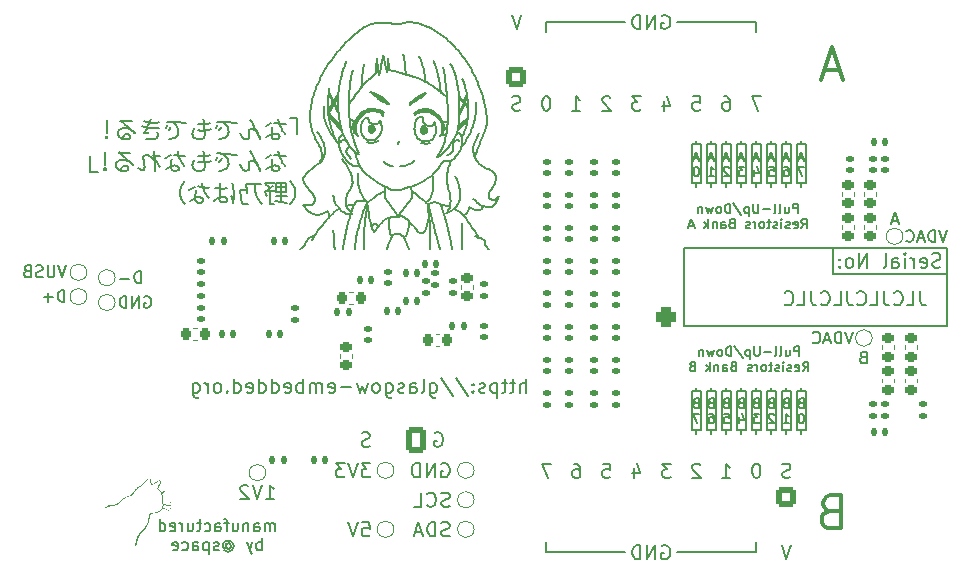
<source format=gbr>
%TF.GenerationSoftware,KiCad,Pcbnew,8.0.2-1*%
%TF.CreationDate,2024-05-28T01:52:33+02:00*%
%TF.ProjectId,glasgow,676c6173-676f-4772-9e6b-696361645f70,C3*%
%TF.SameCoordinates,Original*%
%TF.FileFunction,Legend,Bot*%
%TF.FilePolarity,Positive*%
%FSLAX46Y46*%
G04 Gerber Fmt 4.6, Leading zero omitted, Abs format (unit mm)*
G04 Created by KiCad (PCBNEW 8.0.2-1) date 2024-05-28 01:52:33*
%MOMM*%
%LPD*%
G01*
G04 APERTURE LIST*
G04 Aperture macros list*
%AMRoundRect*
0 Rectangle with rounded corners*
0 $1 Rounding radius*
0 $2 $3 $4 $5 $6 $7 $8 $9 X,Y pos of 4 corners*
0 Add a 4 corners polygon primitive as box body*
4,1,4,$2,$3,$4,$5,$6,$7,$8,$9,$2,$3,0*
0 Add four circle primitives for the rounded corners*
1,1,$1+$1,$2,$3*
1,1,$1+$1,$4,$5*
1,1,$1+$1,$6,$7*
1,1,$1+$1,$8,$9*
0 Add four rect primitives between the rounded corners*
20,1,$1+$1,$2,$3,$4,$5,0*
20,1,$1+$1,$4,$5,$6,$7,0*
20,1,$1+$1,$6,$7,$8,$9,0*
20,1,$1+$1,$8,$9,$2,$3,0*%
G04 Aperture macros list end*
%ADD10C,0.150000*%
%ADD11C,0.000000*%
%ADD12C,0.160000*%
%ADD13C,0.300000*%
%ADD14C,0.200000*%
%ADD15C,0.120000*%
%ADD16C,0.159000*%
%ADD17C,0.130000*%
%ADD18C,1.000000*%
%ADD19O,1.000000X1.000000*%
%ADD20RoundRect,0.425000X0.425000X0.425000X-0.425000X0.425000X-0.425000X-0.425000X0.425000X-0.425000X0*%
%ADD21O,1.700000X1.700000*%
%ADD22C,0.800000*%
%ADD23C,7.000000*%
%ADD24RoundRect,0.250000X0.600000X-0.600000X0.600000X0.600000X-0.600000X0.600000X-0.600000X-0.600000X0*%
%ADD25C,1.700000*%
%ADD26C,0.650000*%
%ADD27O,2.100000X1.000000*%
%ADD28O,1.600000X1.000000*%
%ADD29C,0.760000*%
%ADD30RoundRect,0.249999X0.620001X0.850001X-0.620001X0.850001X-0.620001X-0.850001X0.620001X-0.850001X0*%
%ADD31O,1.740000X2.200000*%
%ADD32RoundRect,0.250000X-0.600000X0.600000X-0.600000X-0.600000X0.600000X-0.600000X0.600000X0.600000X0*%
%ADD33C,1.200000*%
%ADD34C,1.500000*%
%ADD35RoundRect,0.147500X0.147500X0.172500X-0.147500X0.172500X-0.147500X-0.172500X0.147500X-0.172500X0*%
%ADD36RoundRect,0.147500X0.172500X-0.147500X0.172500X0.147500X-0.172500X0.147500X-0.172500X-0.147500X0*%
%ADD37RoundRect,0.147500X-0.172500X0.147500X-0.172500X-0.147500X0.172500X-0.147500X0.172500X0.147500X0*%
%ADD38RoundRect,0.147500X-0.147500X-0.172500X0.147500X-0.172500X0.147500X0.172500X-0.147500X0.172500X0*%
%ADD39RoundRect,0.218750X0.218750X0.256250X-0.218750X0.256250X-0.218750X-0.256250X0.218750X-0.256250X0*%
%ADD40RoundRect,0.218750X-0.218750X-0.256250X0.218750X-0.256250X0.218750X0.256250X-0.218750X0.256250X0*%
%ADD41RoundRect,0.218750X0.256250X-0.218750X0.256250X0.218750X-0.256250X0.218750X-0.256250X-0.218750X0*%
%ADD42RoundRect,0.218750X-0.256250X0.218750X-0.256250X-0.218750X0.256250X-0.218750X0.256250X0.218750X0*%
G04 APERTURE END LIST*
D10*
X45110000Y2050000D02*
X51800000Y2050000D01*
X62890000Y2050000D02*
X56200000Y2050000D01*
X62890000Y2900000D02*
X62890000Y2050000D01*
X45110000Y2900000D02*
X45110000Y2050000D01*
X45110000Y46100000D02*
X45110000Y46950000D01*
X62890000Y46950000D02*
X56200000Y46950000D01*
X62890000Y46100000D02*
X62890000Y46950000D01*
X45110000Y46950000D02*
X51800000Y46950000D01*
X65830000Y12400000D02*
X65830000Y15700000D01*
X65430000Y12400000D02*
X65830000Y12400000D01*
X65430000Y12400000D02*
X65430000Y12100000D01*
X65830000Y15700000D02*
X65430000Y15700000D01*
X65430000Y16000000D02*
X65430000Y15700000D01*
X65430000Y15700000D02*
X65030000Y15700000D01*
X65030000Y12400000D02*
X65430000Y12400000D01*
X65030000Y15700000D02*
X65030000Y12400000D01*
X64160000Y12400000D02*
X64560000Y12400000D01*
X63760000Y12400000D02*
X64160000Y12400000D01*
X64560000Y12400000D02*
X64560000Y15700000D01*
X64160000Y16000000D02*
X64160000Y15700000D01*
X64160000Y15700000D02*
X63760000Y15700000D01*
X63760000Y15700000D02*
X63760000Y12400000D01*
X64560000Y15700000D02*
X64160000Y15700000D01*
X64160000Y12400000D02*
X64160000Y12100000D01*
X62890000Y15700000D02*
X62490000Y15700000D01*
X62490000Y15700000D02*
X62490000Y12400000D01*
X63290000Y15700000D02*
X62890000Y15700000D01*
X63290000Y12400000D02*
X63290000Y15700000D01*
X62890000Y16000000D02*
X62890000Y15700000D01*
X62890000Y12400000D02*
X63290000Y12400000D01*
X62890000Y12400000D02*
X62890000Y12100000D01*
X62490000Y12400000D02*
X62890000Y12400000D01*
X61620000Y12400000D02*
X62020000Y12400000D01*
X61220000Y15700000D02*
X61220000Y12400000D01*
X62020000Y12400000D02*
X62020000Y15700000D01*
X61620000Y15700000D02*
X61220000Y15700000D01*
X61620000Y16000000D02*
X61620000Y15700000D01*
X62020000Y15700000D02*
X61620000Y15700000D01*
X61220000Y12400000D02*
X61620000Y12400000D01*
X61620000Y12400000D02*
X61620000Y12100000D01*
X60350000Y15700000D02*
X59950000Y15700000D01*
X59950000Y12400000D02*
X60350000Y12400000D01*
X59950000Y15700000D02*
X59950000Y12400000D01*
X60350000Y12400000D02*
X60750000Y12400000D01*
X60350000Y12400000D02*
X60350000Y12100000D01*
X60350000Y16000000D02*
X60350000Y15700000D01*
X60750000Y12400000D02*
X60750000Y15700000D01*
X60750000Y15700000D02*
X60350000Y15700000D01*
X59480000Y12400000D02*
X59480000Y15700000D01*
X59080000Y12400000D02*
X59480000Y12400000D01*
X59080000Y12400000D02*
X59080000Y12100000D01*
X59080000Y15700000D02*
X58680000Y15700000D01*
X58680000Y15700000D02*
X58680000Y12400000D01*
X59080000Y16000000D02*
X59080000Y15700000D01*
X58680000Y12400000D02*
X59080000Y12400000D01*
X59480000Y15700000D02*
X59080000Y15700000D01*
X57810000Y15700000D02*
X57410000Y15700000D01*
X58210000Y12400000D02*
X58210000Y15700000D01*
X57810000Y12400000D02*
X57810000Y12100000D01*
X57810000Y12400000D02*
X58210000Y12400000D01*
X57410000Y12400000D02*
X57810000Y12400000D01*
X57410000Y15700000D02*
X57410000Y12400000D01*
X58210000Y15700000D02*
X57810000Y15700000D01*
X57810000Y16000000D02*
X57810000Y15700000D01*
X59080000Y36600000D02*
X58680000Y36600000D01*
X61620000Y36600000D02*
X61220000Y36600000D01*
X62890000Y33300000D02*
X63290000Y33300000D01*
X65430000Y33300000D02*
X65830000Y33300000D01*
X65030000Y33300000D02*
X65430000Y33300000D01*
X59480000Y33300000D02*
X59480000Y36600000D01*
X64160000Y36600000D02*
X63760000Y36600000D01*
X61220000Y33300000D02*
X61620000Y33300000D01*
X67100000Y33300000D02*
X67100000Y36600000D01*
X60750000Y33300000D02*
X60750000Y36600000D01*
X60350000Y33300000D02*
X60750000Y33300000D01*
X65830000Y33300000D02*
X65830000Y36600000D01*
X62490000Y36600000D02*
X62490000Y33300000D01*
X63290000Y33300000D02*
X63290000Y36600000D01*
X63760000Y36600000D02*
X63760000Y33300000D01*
X60350000Y33300000D02*
X60350000Y33000000D01*
X65430000Y36900000D02*
X65430000Y36600000D01*
X57810000Y36900000D02*
X57810000Y36600000D01*
X66700000Y33300000D02*
X67100000Y33300000D01*
X66700000Y33300000D02*
X66700000Y33000000D01*
X62890000Y36600000D02*
X62490000Y36600000D01*
X67100000Y36600000D02*
X66700000Y36600000D01*
X59080000Y33300000D02*
X59080000Y33000000D01*
X64560000Y36600000D02*
X64160000Y36600000D01*
X66700000Y36900000D02*
X66700000Y36600000D01*
X59080000Y33300000D02*
X59480000Y33300000D01*
X58210000Y36600000D02*
X57810000Y36600000D01*
X62890000Y36900000D02*
X62890000Y36600000D01*
X60350000Y36600000D02*
X59950000Y36600000D01*
X58680000Y33300000D02*
X59080000Y33300000D01*
X58680000Y36600000D02*
X58680000Y33300000D01*
X57810000Y36600000D02*
X57410000Y36600000D01*
X61220000Y36600000D02*
X61220000Y33300000D01*
X59950000Y36600000D02*
X59950000Y33300000D01*
X64560000Y33300000D02*
X64560000Y36600000D01*
X64160000Y36900000D02*
X64160000Y36600000D01*
X60350000Y36900000D02*
X60350000Y36600000D01*
X59950000Y33300000D02*
X60350000Y33300000D01*
X59480000Y36600000D02*
X59080000Y36600000D01*
X64160000Y33300000D02*
X64560000Y33300000D01*
X59080000Y36900000D02*
X59080000Y36600000D01*
X65430000Y36600000D02*
X65030000Y36600000D01*
X57410000Y33300000D02*
X57810000Y33300000D01*
X63290000Y36600000D02*
X62890000Y36600000D01*
X57810000Y33300000D02*
X58210000Y33300000D01*
X61620000Y33300000D02*
X62020000Y33300000D01*
X61620000Y33300000D02*
X61620000Y33000000D01*
X66700000Y36600000D02*
X66300000Y36600000D01*
X65030000Y36600000D02*
X65030000Y33300000D01*
X64160000Y33300000D02*
X64160000Y33000000D01*
X60750000Y36600000D02*
X60350000Y36600000D01*
X61620000Y36900000D02*
X61620000Y36600000D01*
X63760000Y33300000D02*
X64160000Y33300000D01*
X65830000Y36600000D02*
X65430000Y36600000D01*
X65430000Y33300000D02*
X65430000Y33000000D01*
X62020000Y33300000D02*
X62020000Y36600000D01*
X57810000Y33300000D02*
X57810000Y33000000D01*
X62490000Y33300000D02*
X62890000Y33300000D01*
X62020000Y36600000D02*
X61620000Y36600000D01*
X57410000Y36600000D02*
X57410000Y33300000D01*
X58210000Y33300000D02*
X58210000Y36600000D01*
X66300000Y33300000D02*
X66700000Y33300000D01*
X66300000Y36600000D02*
X66300000Y33300000D01*
X62890000Y33300000D02*
X62890000Y33000000D01*
X79000000Y27800000D02*
X79000000Y25600000D01*
X56800000Y21200000D02*
X56800000Y27800000D01*
X56800000Y27800000D02*
X79000000Y27800000D01*
X79000000Y25600000D02*
X79000000Y21200000D01*
X79000000Y21200000D02*
X56800000Y21200000D01*
X69400000Y25600000D02*
X69400000Y27800000D01*
X79000000Y25600000D02*
X69400000Y25600000D01*
X66700000Y15700000D02*
X66300000Y15700000D01*
X67100000Y12400000D02*
X67100000Y15700000D01*
X66300000Y15700000D02*
X66300000Y12400000D01*
X66700000Y12400000D02*
X67100000Y12400000D01*
D11*
G36*
X11526761Y8299805D02*
G01*
X11541396Y8298528D01*
X11553940Y8296853D01*
X11560257Y8295778D01*
X11566567Y8294517D01*
X11572845Y8293051D01*
X11579063Y8291359D01*
X11585194Y8289422D01*
X11591210Y8287219D01*
X11597087Y8284730D01*
X11602795Y8281936D01*
X11608309Y8278817D01*
X11613601Y8275351D01*
X11618645Y8271520D01*
X11623413Y8267303D01*
X11627878Y8262680D01*
X11632015Y8257632D01*
X11636031Y8251900D01*
X11639603Y8245972D01*
X11642765Y8239865D01*
X11645548Y8233597D01*
X11647983Y8227186D01*
X11650103Y8220651D01*
X11651939Y8214009D01*
X11653523Y8207278D01*
X11654887Y8200476D01*
X11656063Y8193622D01*
X11657977Y8179827D01*
X11660946Y8152400D01*
X11666847Y8092210D01*
X11673254Y8032066D01*
X11679220Y7971884D01*
X11681741Y7941754D01*
X11683797Y7911584D01*
X11686232Y7897700D01*
X11688234Y7883711D01*
X11692004Y7855677D01*
X11694305Y7841761D01*
X11695675Y7834858D01*
X11697237Y7828001D01*
X11699023Y7821199D01*
X11701066Y7814460D01*
X11703401Y7807792D01*
X11706059Y7801204D01*
X11716121Y7804552D01*
X11726052Y7808197D01*
X11735864Y7812107D01*
X11745572Y7816252D01*
X11764729Y7825127D01*
X11783628Y7834579D01*
X11821086Y7854238D01*
X11839860Y7863961D01*
X11858807Y7873287D01*
X11872033Y7879885D01*
X11885112Y7886737D01*
X11910888Y7901100D01*
X11936250Y7916177D01*
X11961311Y7931768D01*
X12010988Y7963696D01*
X12035833Y7979634D01*
X12060835Y7995288D01*
X12117984Y8030630D01*
X12146787Y8048049D01*
X12175923Y8064858D01*
X12190659Y8072930D01*
X12205528Y8080725D01*
X12220549Y8088202D01*
X12235738Y8095318D01*
X12251112Y8102032D01*
X12266688Y8108303D01*
X12282483Y8114090D01*
X12298514Y8119350D01*
X12309406Y8122978D01*
X12320460Y8126320D01*
X12331653Y8129342D01*
X12342963Y8132010D01*
X12354367Y8134291D01*
X12365842Y8136151D01*
X12377364Y8137557D01*
X12388912Y8138474D01*
X12400462Y8138869D01*
X12411991Y8138710D01*
X12423477Y8137961D01*
X12434897Y8136589D01*
X12446227Y8134561D01*
X12457446Y8131844D01*
X12468530Y8128403D01*
X12479457Y8124204D01*
X12480775Y8123655D01*
X12482047Y8123048D01*
X12483272Y8122384D01*
X12484449Y8121667D01*
X12485581Y8120897D01*
X12486666Y8120078D01*
X12487705Y8119211D01*
X12488699Y8118299D01*
X12489646Y8117344D01*
X12490549Y8116347D01*
X12491406Y8115312D01*
X12492219Y8114239D01*
X12492987Y8113132D01*
X12493711Y8111992D01*
X12494390Y8110821D01*
X12495026Y8109622D01*
X12495618Y8108397D01*
X12496166Y8107148D01*
X12496671Y8105876D01*
X12497134Y8104585D01*
X12497553Y8103276D01*
X12497930Y8101951D01*
X12498265Y8100612D01*
X12498558Y8099263D01*
X12499018Y8096538D01*
X12499313Y8093792D01*
X12499444Y8091044D01*
X12499414Y8088310D01*
X12499236Y8078386D01*
X12498762Y8068477D01*
X12497997Y8058589D01*
X12496946Y8048729D01*
X12495616Y8038903D01*
X12494012Y8029116D01*
X12492140Y8019376D01*
X12490005Y8009687D01*
X12487614Y8000056D01*
X12484971Y7990489D01*
X12482083Y7980993D01*
X12478955Y7971573D01*
X12475592Y7962235D01*
X12472002Y7952986D01*
X12468188Y7943832D01*
X12464157Y7934778D01*
X12409231Y7811078D01*
X12381650Y7749277D01*
X12353385Y7687783D01*
X12346094Y7671732D01*
X12338353Y7655874D01*
X12322461Y7624343D01*
X12314781Y7608468D01*
X12307590Y7592388D01*
X12304252Y7584239D01*
X12301125Y7576002D01*
X12298238Y7567663D01*
X12295620Y7559210D01*
X12291369Y7547170D01*
X12286944Y7535084D01*
X12282643Y7522923D01*
X12280632Y7516805D01*
X12278764Y7510658D01*
X12277077Y7504479D01*
X12275608Y7498263D01*
X12274393Y7492008D01*
X12273471Y7485709D01*
X12272879Y7479363D01*
X12272655Y7472967D01*
X12272834Y7466518D01*
X12273456Y7460010D01*
X12274263Y7453444D01*
X12275476Y7446987D01*
X12277075Y7440645D01*
X12279040Y7434424D01*
X12281353Y7428329D01*
X12283993Y7422365D01*
X12286941Y7416537D01*
X12290177Y7410852D01*
X12293683Y7405313D01*
X12297438Y7399927D01*
X12301422Y7394698D01*
X12305618Y7389633D01*
X12310003Y7384736D01*
X12314561Y7380012D01*
X12319269Y7375468D01*
X12324110Y7371108D01*
X12355663Y7343958D01*
X12371359Y7330274D01*
X12386907Y7316426D01*
X12402237Y7302347D01*
X12417278Y7287966D01*
X12431960Y7273217D01*
X12446210Y7258031D01*
X12458500Y7244967D01*
X12471003Y7231998D01*
X12483466Y7218953D01*
X12495639Y7205666D01*
X12501537Y7198879D01*
X12507269Y7191967D01*
X12512802Y7184911D01*
X12518105Y7177689D01*
X12523146Y7170279D01*
X12527895Y7162662D01*
X12532319Y7154815D01*
X12536388Y7146719D01*
X12537104Y7145622D01*
X12537790Y7144441D01*
X12539118Y7141915D01*
X12540467Y7139310D01*
X12541180Y7138031D01*
X12541935Y7136795D01*
X12542743Y7135624D01*
X12543616Y7134539D01*
X12544081Y7134036D01*
X12544567Y7133562D01*
X12545075Y7133120D01*
X12545607Y7132713D01*
X12546164Y7132344D01*
X12546749Y7132014D01*
X12547361Y7131727D01*
X12548004Y7131486D01*
X12548678Y7131293D01*
X12549384Y7131150D01*
X12550125Y7131060D01*
X12550902Y7131027D01*
X12553652Y7132166D01*
X12556335Y7133426D01*
X12558956Y7134794D01*
X12561522Y7136259D01*
X12564038Y7137811D01*
X12566511Y7139439D01*
X12568946Y7141131D01*
X12571350Y7142875D01*
X12590180Y7157408D01*
X12613408Y7175623D01*
X12636299Y7194266D01*
X12658830Y7213342D01*
X12680983Y7232857D01*
X12702735Y7252815D01*
X12724067Y7273222D01*
X12744958Y7294083D01*
X12765387Y7315403D01*
X12796206Y7348428D01*
X12826804Y7381669D01*
X12887780Y7448340D01*
X12890489Y7452156D01*
X12893264Y7455915D01*
X12896107Y7459616D01*
X12899018Y7463256D01*
X12901999Y7466833D01*
X12905052Y7470344D01*
X12908176Y7473787D01*
X12911373Y7477161D01*
X12914644Y7480462D01*
X12917991Y7483688D01*
X12921414Y7486837D01*
X12924914Y7489907D01*
X12928492Y7492895D01*
X12932151Y7495800D01*
X12935889Y7498618D01*
X12939710Y7501348D01*
X12937710Y7496463D01*
X12935524Y7491698D01*
X12933166Y7487043D01*
X12930648Y7482493D01*
X12927981Y7478040D01*
X12925179Y7473675D01*
X12922254Y7469392D01*
X12919219Y7465184D01*
X12916085Y7461041D01*
X12912865Y7456959D01*
X12906217Y7448940D01*
X12899376Y7441069D01*
X12892439Y7433286D01*
X12863050Y7392268D01*
X12832757Y7351783D01*
X12801370Y7312109D01*
X12785208Y7292664D01*
X12768702Y7273526D01*
X12751830Y7254731D01*
X12734566Y7236313D01*
X12716888Y7218307D01*
X12698773Y7200749D01*
X12680197Y7183672D01*
X12661135Y7167113D01*
X12641566Y7151106D01*
X12621465Y7135685D01*
X12618092Y7133139D01*
X12614669Y7130658D01*
X12607710Y7125855D01*
X12593545Y7116586D01*
X12586463Y7111952D01*
X12579464Y7107206D01*
X12572607Y7102265D01*
X12569252Y7099695D01*
X12565956Y7097045D01*
X12565730Y7091817D01*
X12565466Y7086551D01*
X12566567Y7086208D01*
X12567662Y7085929D01*
X12568752Y7085712D01*
X12569837Y7085554D01*
X12570918Y7085453D01*
X12571993Y7085406D01*
X12573064Y7085410D01*
X12574130Y7085463D01*
X12576250Y7085701D01*
X12578354Y7086101D01*
X12580443Y7086638D01*
X12582518Y7087293D01*
X12584581Y7088042D01*
X12586632Y7088865D01*
X12590704Y7090641D01*
X12594744Y7092445D01*
X12596755Y7093303D01*
X12598761Y7094103D01*
X12611011Y7099698D01*
X12623323Y7105154D01*
X12648037Y7115875D01*
X12672704Y7126706D01*
X12684959Y7132300D01*
X12697128Y7138088D01*
X12712407Y7147020D01*
X12727928Y7155488D01*
X12743613Y7163642D01*
X12759386Y7171629D01*
X12790889Y7187696D01*
X12806467Y7196072D01*
X12821827Y7204875D01*
X12823262Y7205794D01*
X12824715Y7206676D01*
X12826187Y7207522D01*
X12827677Y7208332D01*
X12829183Y7209107D01*
X12830706Y7209848D01*
X12832244Y7210556D01*
X12833798Y7211232D01*
X12835366Y7211876D01*
X12836947Y7212489D01*
X12840149Y7213626D01*
X12843397Y7214649D01*
X12846688Y7215565D01*
X12845977Y7213940D01*
X12845196Y7212381D01*
X12844350Y7210885D01*
X12843441Y7209450D01*
X12842473Y7208073D01*
X12841448Y7206751D01*
X12840369Y7205481D01*
X12839241Y7204260D01*
X12838065Y7203086D01*
X12836845Y7201954D01*
X12834286Y7199811D01*
X12831589Y7197807D01*
X12828778Y7195920D01*
X12825878Y7194127D01*
X12822915Y7192404D01*
X12816899Y7189079D01*
X12810928Y7185762D01*
X12808023Y7184049D01*
X12805204Y7182270D01*
X12796299Y7177216D01*
X12787539Y7171921D01*
X12778882Y7166457D01*
X12770284Y7160896D01*
X12753093Y7149770D01*
X12744414Y7144349D01*
X12735621Y7139118D01*
X12729705Y7136217D01*
X12723847Y7133207D01*
X12712268Y7126932D01*
X12689392Y7113858D01*
X12677944Y7107344D01*
X12666388Y7101033D01*
X12654649Y7095068D01*
X12648686Y7092260D01*
X12642649Y7089591D01*
X12638844Y7087652D01*
X12634976Y7085811D01*
X12627108Y7082336D01*
X12611223Y7075604D01*
X12607300Y7073840D01*
X12603422Y7072001D01*
X12599605Y7070064D01*
X12595862Y7068008D01*
X12592205Y7065811D01*
X12588649Y7063452D01*
X12585207Y7060909D01*
X12581893Y7058159D01*
X12581877Y7056525D01*
X12581901Y7054893D01*
X12582053Y7051637D01*
X12582324Y7048389D01*
X12582690Y7045146D01*
X12583125Y7041906D01*
X12583603Y7038665D01*
X12584590Y7032170D01*
X12719820Y7026874D01*
X12753604Y7025171D01*
X12787352Y7022958D01*
X12821049Y7020055D01*
X12854681Y7016283D01*
X12873103Y7013726D01*
X12891549Y7011388D01*
X12928487Y7007137D01*
X12965433Y7003070D01*
X13002329Y6998728D01*
X13005691Y6998000D01*
X13009064Y6997359D01*
X13015842Y6996299D01*
X13022653Y6995485D01*
X13029489Y6994854D01*
X13056906Y6992892D01*
X13052454Y6991129D01*
X13047945Y6989588D01*
X13043387Y6988262D01*
X13038784Y6987146D01*
X13034144Y6986233D01*
X13029471Y6985517D01*
X13024773Y6984993D01*
X13020055Y6984654D01*
X13015324Y6984495D01*
X13010584Y6984508D01*
X13005843Y6984689D01*
X13001106Y6985031D01*
X12996379Y6985528D01*
X12991669Y6986175D01*
X12986981Y6986964D01*
X12982322Y6987891D01*
X12976251Y6989087D01*
X12970158Y6990032D01*
X12964045Y6990759D01*
X12957916Y6991302D01*
X12945621Y6991969D01*
X12933298Y6992304D01*
X12920970Y6992574D01*
X12908662Y6993049D01*
X12902523Y6993447D01*
X12896398Y6993997D01*
X12890289Y6994732D01*
X12884201Y6995687D01*
X12877876Y6996827D01*
X12871536Y6997774D01*
X12865181Y6998549D01*
X12858814Y6999170D01*
X12846049Y7000024D01*
X12833252Y7000487D01*
X12807617Y7000838D01*
X12794804Y7001027D01*
X12782010Y7001425D01*
X12749979Y7002001D01*
X12717962Y7003129D01*
X12685973Y7004790D01*
X12654025Y7006966D01*
X12639879Y7007199D01*
X12636231Y7007212D01*
X12632582Y7007137D01*
X12628955Y7006942D01*
X12625370Y7006592D01*
X12621850Y7006053D01*
X12618417Y7005290D01*
X12615093Y7004270D01*
X12613478Y7003653D01*
X12611899Y7002959D01*
X12610358Y7002184D01*
X12608858Y7001323D01*
X12607402Y7000372D01*
X12605992Y6999326D01*
X12604631Y6998183D01*
X12603322Y6996936D01*
X12602067Y6995583D01*
X12600870Y6994118D01*
X12600670Y6992538D01*
X12600544Y6990968D01*
X12600488Y6989409D01*
X12600500Y6987860D01*
X12600709Y6984789D01*
X12601138Y6981750D01*
X12601758Y6978738D01*
X12602537Y6975751D01*
X12603445Y6972782D01*
X12604450Y6969827D01*
X12608828Y6958061D01*
X12609857Y6955109D01*
X12610799Y6952145D01*
X12611622Y6949164D01*
X12612296Y6946161D01*
X12618405Y6920726D01*
X12624035Y6895180D01*
X12629171Y6869531D01*
X12633798Y6843786D01*
X12637901Y6817954D01*
X12641464Y6792042D01*
X12644474Y6766059D01*
X12646915Y6740013D01*
X12648032Y6724597D01*
X12648808Y6709145D01*
X12649188Y6693674D01*
X12649116Y6678203D01*
X12648535Y6662751D01*
X12647391Y6647335D01*
X12645627Y6631974D01*
X12644495Y6624320D01*
X12643188Y6616687D01*
X12642397Y6612128D01*
X12641758Y6607555D01*
X12641251Y6602969D01*
X12640853Y6598373D01*
X12640306Y6589155D01*
X12639952Y6579916D01*
X12639626Y6570670D01*
X12639161Y6561432D01*
X12638394Y6552215D01*
X12637844Y6547620D01*
X12637157Y6543035D01*
X12634753Y6525703D01*
X12632862Y6508335D01*
X12631459Y6490940D01*
X12630525Y6473522D01*
X12630036Y6456089D01*
X12629971Y6438646D01*
X12630309Y6421201D01*
X12631027Y6403760D01*
X12633517Y6368916D01*
X12637267Y6334164D01*
X12642102Y6299558D01*
X12647847Y6265148D01*
X12649830Y6253877D01*
X12650870Y6248227D01*
X12652058Y6242615D01*
X12652735Y6239835D01*
X12653483Y6237077D01*
X12654311Y6234347D01*
X12655232Y6231648D01*
X12656256Y6228986D01*
X12657394Y6226364D01*
X12658657Y6223787D01*
X12660057Y6221260D01*
X12661628Y6218534D01*
X12663046Y6215747D01*
X12664329Y6212907D01*
X12665498Y6210022D01*
X12666572Y6207100D01*
X12667571Y6204148D01*
X12669423Y6198182D01*
X12671210Y6192187D01*
X12673090Y6186223D01*
X12674114Y6183271D01*
X12675220Y6180349D01*
X12676429Y6177465D01*
X12677759Y6174627D01*
X12700855Y6126964D01*
X12712458Y6103160D01*
X12724245Y6079448D01*
X12724852Y6078427D01*
X12725387Y6077398D01*
X12725853Y6076360D01*
X12726254Y6075315D01*
X12726593Y6074263D01*
X12726872Y6073204D01*
X12727094Y6072138D01*
X12727263Y6071067D01*
X12727382Y6069990D01*
X12727453Y6068909D01*
X12727466Y6066734D01*
X12727327Y6064545D01*
X12727059Y6062346D01*
X12726686Y6060142D01*
X12726235Y6057936D01*
X12725190Y6053534D01*
X12724118Y6049170D01*
X12723634Y6047013D01*
X12723215Y6044877D01*
X12725036Y6045130D01*
X12726811Y6045471D01*
X12728544Y6045896D01*
X12730238Y6046400D01*
X12731893Y6046979D01*
X12733514Y6047628D01*
X12735102Y6048342D01*
X12736660Y6049117D01*
X12739693Y6050830D01*
X12742634Y6052731D01*
X12745502Y6054782D01*
X12748316Y6056946D01*
X12759411Y6065999D01*
X12762241Y6068176D01*
X12765132Y6070244D01*
X12768103Y6072167D01*
X12771173Y6073907D01*
X12788122Y6083431D01*
X12805273Y6092532D01*
X12822607Y6101245D01*
X12840108Y6109601D01*
X12875546Y6125377D01*
X12911453Y6140124D01*
X12947695Y6154105D01*
X12984139Y6167585D01*
X13057102Y6194094D01*
X13066268Y6198045D01*
X13075534Y6201704D01*
X13084885Y6205113D01*
X13094308Y6208314D01*
X13113313Y6214251D01*
X13132434Y6219844D01*
X13151560Y6225421D01*
X13170578Y6231310D01*
X13180011Y6234474D01*
X13189375Y6237839D01*
X13198656Y6241447D01*
X13207839Y6245337D01*
X13310472Y6279466D01*
X13315100Y6281010D01*
X13319686Y6282667D01*
X13328759Y6286238D01*
X13346734Y6293809D01*
X13355759Y6297472D01*
X13360308Y6299200D01*
X13364893Y6300829D01*
X13369519Y6302339D01*
X13374196Y6303710D01*
X13378931Y6304919D01*
X13383732Y6305945D01*
X13382118Y6303868D01*
X13380432Y6301906D01*
X13378677Y6300055D01*
X13376857Y6298308D01*
X13374976Y6296661D01*
X13373037Y6295107D01*
X13371043Y6293640D01*
X13368998Y6292255D01*
X13364770Y6289708D01*
X13360380Y6287420D01*
X13355856Y6285345D01*
X13351227Y6283438D01*
X13341763Y6279943D01*
X13332214Y6276570D01*
X13327477Y6274815D01*
X13322803Y6272953D01*
X13318221Y6270939D01*
X13313757Y6268727D01*
X13232063Y6236118D01*
X13209868Y6228934D01*
X13187897Y6221127D01*
X13166095Y6212846D01*
X13144411Y6204238D01*
X13101183Y6186641D01*
X13079533Y6177949D01*
X13057789Y6169527D01*
X12992997Y6144180D01*
X12960820Y6130937D01*
X12928854Y6117205D01*
X12897148Y6102904D01*
X12865750Y6087951D01*
X12834710Y6072264D01*
X12804076Y6055763D01*
X12797832Y6052469D01*
X12791690Y6049014D01*
X12785643Y6045409D01*
X12779683Y6041669D01*
X12773802Y6037806D01*
X12767992Y6033834D01*
X12756554Y6025612D01*
X12745307Y6017108D01*
X12734188Y6008424D01*
X12712084Y5990937D01*
X12709395Y5988459D01*
X12706618Y5985832D01*
X12705262Y5984457D01*
X12703963Y5983038D01*
X12702746Y5981575D01*
X12701639Y5980064D01*
X12701135Y5979290D01*
X12700668Y5978503D01*
X12700241Y5977704D01*
X12699859Y5976891D01*
X12699523Y5976065D01*
X12699237Y5975226D01*
X12699005Y5974373D01*
X12698831Y5973505D01*
X12698716Y5972623D01*
X12698664Y5971727D01*
X12698680Y5970816D01*
X12698766Y5969889D01*
X12698924Y5968947D01*
X12699160Y5967990D01*
X12699475Y5967017D01*
X12699874Y5966027D01*
X12702955Y5966164D01*
X12706002Y5966473D01*
X12709019Y5966935D01*
X12712009Y5967533D01*
X12714975Y5968251D01*
X12717922Y5969070D01*
X12720851Y5969973D01*
X12723767Y5970943D01*
X12735359Y5975143D01*
X12741160Y5977192D01*
X12744072Y5978143D01*
X12746998Y5979022D01*
X12792410Y5992437D01*
X12838314Y6004163D01*
X12884640Y6014122D01*
X12931318Y6022235D01*
X12954768Y6025573D01*
X12978279Y6028421D01*
X13001844Y6030767D01*
X13025453Y6032601D01*
X13049098Y6033915D01*
X13072771Y6034697D01*
X13096462Y6034938D01*
X13120163Y6034629D01*
X13133077Y6034407D01*
X13145971Y6033767D01*
X13171724Y6031815D01*
X13184597Y6030797D01*
X13197477Y6029946D01*
X13210371Y6029409D01*
X13223286Y6029333D01*
X13225482Y6029198D01*
X13227659Y6028950D01*
X13229820Y6028606D01*
X13231967Y6028179D01*
X13234104Y6027685D01*
X13236233Y6027138D01*
X13240479Y6025949D01*
X13244727Y6024733D01*
X13249000Y6023609D01*
X13251152Y6023120D01*
X13253320Y6022700D01*
X13255504Y6022363D01*
X13257709Y6022124D01*
X13264849Y6021672D01*
X13271966Y6021045D01*
X13286137Y6019335D01*
X13300242Y6017139D01*
X13314303Y6014597D01*
X13342368Y6009050D01*
X13356412Y6006329D01*
X13370492Y6003834D01*
X13375017Y6003135D01*
X13377265Y6002716D01*
X13379503Y6002250D01*
X13381730Y6001736D01*
X13383945Y6001176D01*
X13386147Y6000567D01*
X13388335Y5999911D01*
X13390509Y5999207D01*
X13392668Y5998453D01*
X13394811Y5997651D01*
X13396937Y5996800D01*
X13399046Y5995900D01*
X13401136Y5994950D01*
X13403207Y5993949D01*
X13405259Y5992899D01*
X13409051Y5992691D01*
X13412817Y5992336D01*
X13416559Y5991845D01*
X13420280Y5991234D01*
X13423981Y5990516D01*
X13427666Y5989704D01*
X13434993Y5987854D01*
X13464102Y5979463D01*
X13471930Y5977404D01*
X13479825Y5975516D01*
X13487739Y5973666D01*
X13495626Y5971721D01*
X13503436Y5969549D01*
X13507298Y5968336D01*
X13511124Y5967016D01*
X13514906Y5965573D01*
X13518639Y5963990D01*
X13522318Y5962251D01*
X13525936Y5960339D01*
X13529410Y5958470D01*
X13532961Y5956708D01*
X13540215Y5953394D01*
X13547548Y5950182D01*
X13554806Y5946854D01*
X13558361Y5945080D01*
X13561840Y5943195D01*
X13565225Y5941175D01*
X13568497Y5938990D01*
X13571636Y5936614D01*
X13574625Y5934021D01*
X13577443Y5931183D01*
X13578783Y5929664D01*
X13580073Y5928073D01*
X13576512Y5928937D01*
X13572998Y5929933D01*
X13569524Y5931045D01*
X13566083Y5932252D01*
X13559277Y5934881D01*
X13552526Y5937672D01*
X13545780Y5940477D01*
X13538987Y5943147D01*
X13535557Y5944386D01*
X13532096Y5945535D01*
X13528597Y5946576D01*
X13525053Y5947491D01*
X13513944Y5952031D01*
X13502866Y5956777D01*
X13491760Y5961494D01*
X13480572Y5965948D01*
X13474929Y5968002D01*
X13469243Y5969902D01*
X13463508Y5971619D01*
X13457717Y5973123D01*
X13451863Y5974385D01*
X13445937Y5975375D01*
X13439934Y5976064D01*
X13433846Y5976423D01*
X13432149Y5977837D01*
X13430089Y5979537D01*
X13426295Y5982650D01*
X13417993Y5984730D01*
X13409646Y5986568D01*
X13392877Y5989828D01*
X13376108Y5993042D01*
X13367761Y5994823D01*
X13359459Y5996822D01*
X13356791Y5997361D01*
X13354104Y5997797D01*
X13351402Y5998150D01*
X13348688Y5998438D01*
X13337803Y5999347D01*
X13332396Y5999930D01*
X13329716Y6000322D01*
X13327056Y6000807D01*
X13324420Y6001406D01*
X13321813Y6002138D01*
X13319238Y6003022D01*
X13316699Y6004079D01*
X13306792Y6004968D01*
X13301842Y6005431D01*
X13296907Y6005967D01*
X13291998Y6006623D01*
X13287124Y6007444D01*
X13284703Y6007931D01*
X13282294Y6008477D01*
X13279899Y6009087D01*
X13277519Y6009767D01*
X13272036Y6011336D01*
X13266514Y6012528D01*
X13260957Y6013394D01*
X13255370Y6013983D01*
X13249760Y6014346D01*
X13244130Y6014534D01*
X13232835Y6014585D01*
X13221526Y6014540D01*
X13215880Y6014607D01*
X13210245Y6014801D01*
X13204627Y6015173D01*
X13199032Y6015773D01*
X13193465Y6016651D01*
X13187930Y6017858D01*
X13179740Y6018908D01*
X13171537Y6019717D01*
X13163322Y6020307D01*
X13155097Y6020697D01*
X13138624Y6020960D01*
X13122130Y6020672D01*
X13105630Y6019994D01*
X13089136Y6019093D01*
X13056219Y6017270D01*
X13010820Y6013097D01*
X12965639Y6007170D01*
X12920717Y5999553D01*
X12876097Y5990312D01*
X12831823Y5979513D01*
X12787935Y5967221D01*
X12744478Y5953501D01*
X12701492Y5938420D01*
X12699600Y5937684D01*
X12697744Y5936878D01*
X12695924Y5936008D01*
X12694136Y5935078D01*
X12692378Y5934096D01*
X12690646Y5933066D01*
X12688939Y5931994D01*
X12687253Y5930887D01*
X12683936Y5928585D01*
X12680674Y5926207D01*
X12674228Y5921404D01*
X12675564Y5915096D01*
X12675959Y5913440D01*
X12676411Y5911806D01*
X12676939Y5910221D01*
X12677557Y5908710D01*
X12678282Y5907301D01*
X12678690Y5906643D01*
X12679131Y5906021D01*
X12679608Y5905437D01*
X12680122Y5904895D01*
X12680675Y5904399D01*
X12681269Y5903951D01*
X12681907Y5903556D01*
X12682590Y5903216D01*
X12683321Y5902934D01*
X12684102Y5902715D01*
X12684934Y5902561D01*
X12685820Y5902476D01*
X12686762Y5902463D01*
X12687762Y5902525D01*
X12718643Y5902355D01*
X12734088Y5902096D01*
X12749523Y5901606D01*
X12764940Y5900799D01*
X12780330Y5899588D01*
X12795683Y5897887D01*
X12810990Y5895611D01*
X12826435Y5893000D01*
X12841817Y5890084D01*
X12872475Y5883720D01*
X12903123Y5877282D01*
X12918494Y5874275D01*
X12933924Y5871534D01*
X12939492Y5869663D01*
X12945103Y5867969D01*
X12950752Y5866427D01*
X12956433Y5865013D01*
X12967866Y5862473D01*
X12979356Y5860152D01*
X12990854Y5857857D01*
X13002315Y5855392D01*
X13013691Y5852562D01*
X13019332Y5850950D01*
X13024934Y5849174D01*
X13039308Y5844554D01*
X13053814Y5840351D01*
X13082975Y5832434D01*
X13097506Y5828340D01*
X13111924Y5823901D01*
X13119070Y5821493D01*
X13126165Y5818928D01*
X13133201Y5816182D01*
X13140169Y5813230D01*
X13148257Y5811148D01*
X13156289Y5808891D01*
X13172217Y5803952D01*
X13188022Y5798620D01*
X13203769Y5793101D01*
X13219526Y5787601D01*
X13235358Y5782324D01*
X13251333Y5777477D01*
X13259394Y5775279D01*
X13267516Y5773266D01*
X13391921Y5726682D01*
X13409828Y5718684D01*
X13427828Y5710911D01*
X13445956Y5703423D01*
X13455080Y5699804D01*
X13464249Y5696279D01*
X13469651Y5694175D01*
X13474943Y5691853D01*
X13480142Y5689348D01*
X13485265Y5686689D01*
X13495344Y5681041D01*
X13505310Y5675163D01*
X13515293Y5669311D01*
X13520330Y5666474D01*
X13525421Y5663739D01*
X13530579Y5661137D01*
X13535823Y5658701D01*
X13541168Y5656462D01*
X13546630Y5654451D01*
X13562424Y5647389D01*
X13570377Y5643769D01*
X13578209Y5639913D01*
X13582043Y5637855D01*
X13585802Y5635689D01*
X13589472Y5633398D01*
X13593038Y5630965D01*
X13596485Y5628374D01*
X13599798Y5625609D01*
X13602962Y5622653D01*
X13605963Y5619489D01*
X13599706Y5620737D01*
X13593577Y5622311D01*
X13587567Y5624182D01*
X13581664Y5626319D01*
X13575856Y5628693D01*
X13570132Y5631275D01*
X13564482Y5634036D01*
X13558895Y5636946D01*
X13515100Y5662052D01*
X13509813Y5663460D01*
X13504596Y5665044D01*
X13499442Y5666787D01*
X13494345Y5668672D01*
X13489298Y5670684D01*
X13484296Y5672806D01*
X13474399Y5677315D01*
X13435318Y5696476D01*
X13419736Y5702914D01*
X13404087Y5709185D01*
X13372705Y5721509D01*
X13341405Y5734016D01*
X13325860Y5740517D01*
X13310423Y5747277D01*
X13304109Y5749379D01*
X13297755Y5751341D01*
X13284991Y5755037D01*
X13272255Y5758752D01*
X13265936Y5760736D01*
X13259670Y5762871D01*
X13240195Y5770670D01*
X13220520Y5777906D01*
X13200676Y5784662D01*
X13180698Y5791023D01*
X13160618Y5797075D01*
X13140471Y5802900D01*
X13100107Y5814211D01*
X13095723Y5815299D01*
X13091376Y5816508D01*
X13082768Y5819209D01*
X13065732Y5825177D01*
X13057210Y5828121D01*
X13048623Y5830823D01*
X13044290Y5832033D01*
X13039923Y5833122D01*
X13035516Y5834069D01*
X13031064Y5834856D01*
X13024506Y5836170D01*
X13017996Y5837673D01*
X13011532Y5839347D01*
X13005112Y5841175D01*
X12998733Y5843138D01*
X12992393Y5845220D01*
X12986090Y5847401D01*
X12979821Y5849664D01*
X12975872Y5851015D01*
X12971881Y5852177D01*
X12967853Y5853179D01*
X12963795Y5854046D01*
X12955611Y5855482D01*
X12947378Y5856695D01*
X12939142Y5857897D01*
X12930952Y5859298D01*
X12926888Y5860139D01*
X12922854Y5861109D01*
X12918855Y5862234D01*
X12914898Y5863542D01*
X12911295Y5864765D01*
X12907660Y5865819D01*
X12903997Y5866725D01*
X12900311Y5867503D01*
X12896604Y5868173D01*
X12892881Y5868757D01*
X12885402Y5869745D01*
X12870420Y5871582D01*
X12862979Y5872760D01*
X12859285Y5873485D01*
X12855613Y5874330D01*
X12850804Y5875427D01*
X12845975Y5876407D01*
X12836270Y5878056D01*
X12826511Y5879357D01*
X12816715Y5880386D01*
X12806895Y5881222D01*
X12797068Y5881943D01*
X12777449Y5883352D01*
X12750720Y5884694D01*
X12737342Y5885236D01*
X12723963Y5885589D01*
X12710588Y5885679D01*
X12697224Y5885428D01*
X12683876Y5884759D01*
X12670550Y5883597D01*
X12667991Y5880455D01*
X12665644Y5877194D01*
X12663503Y5873823D01*
X12661565Y5870350D01*
X12659824Y5866785D01*
X12658276Y5863136D01*
X12656917Y5859412D01*
X12655742Y5855622D01*
X12654746Y5851775D01*
X12653924Y5847879D01*
X12653273Y5843942D01*
X12652787Y5839975D01*
X12652462Y5835985D01*
X12652294Y5831982D01*
X12652277Y5827974D01*
X12652407Y5823969D01*
X12660174Y5822782D01*
X12667869Y5821332D01*
X12675497Y5819644D01*
X12683066Y5817740D01*
X12690582Y5815645D01*
X12698051Y5813383D01*
X12712875Y5808450D01*
X12771614Y5786751D01*
X12807080Y5773799D01*
X12842313Y5760165D01*
X12877254Y5745783D01*
X12911845Y5730586D01*
X12946026Y5714510D01*
X12979740Y5697486D01*
X13012927Y5679450D01*
X13045530Y5660336D01*
X13072494Y5643216D01*
X13099032Y5625388D01*
X13125088Y5606839D01*
X13150608Y5587554D01*
X13175537Y5567520D01*
X13199821Y5546722D01*
X13223405Y5525148D01*
X13246234Y5502783D01*
X13249561Y5498546D01*
X13253052Y5494480D01*
X13256687Y5490562D01*
X13260444Y5486769D01*
X13264300Y5483078D01*
X13268233Y5479466D01*
X13276244Y5472387D01*
X13284302Y5465346D01*
X13292229Y5458161D01*
X13296089Y5454456D01*
X13299850Y5450646D01*
X13303491Y5446706D01*
X13306990Y5442616D01*
X13296447Y5437271D01*
X13245842Y5484893D01*
X13220336Y5508539D01*
X13194465Y5531757D01*
X13168055Y5554311D01*
X13154595Y5565265D01*
X13140935Y5575964D01*
X13127055Y5586378D01*
X13112933Y5596478D01*
X13098547Y5606233D01*
X13083876Y5615615D01*
X13062407Y5629362D01*
X13040689Y5642679D01*
X12996553Y5668079D01*
X12951570Y5691928D01*
X12905838Y5714337D01*
X12859458Y5735417D01*
X12812530Y5755281D01*
X12765154Y5774038D01*
X12717429Y5791802D01*
X12713997Y5792541D01*
X12710593Y5793372D01*
X12707214Y5794284D01*
X12703857Y5795263D01*
X12697194Y5797382D01*
X12690576Y5799635D01*
X12677358Y5804173D01*
X12670703Y5806271D01*
X12667352Y5807236D01*
X12663980Y5808131D01*
X12663085Y5808413D01*
X12662205Y5808637D01*
X12661337Y5808805D01*
X12660482Y5808918D01*
X12659639Y5808979D01*
X12658808Y5808990D01*
X12657989Y5808954D01*
X12657180Y5808873D01*
X12656383Y5808749D01*
X12655596Y5808584D01*
X12654819Y5808380D01*
X12654052Y5808140D01*
X12652544Y5807560D01*
X12651071Y5806862D01*
X12649629Y5806063D01*
X12648214Y5805181D01*
X12646825Y5804235D01*
X12645458Y5803242D01*
X12640148Y5799157D01*
X12639753Y5795546D01*
X12639169Y5791992D01*
X12638416Y5788487D01*
X12637513Y5785028D01*
X12636479Y5781607D01*
X12635334Y5778219D01*
X12634097Y5774859D01*
X12632786Y5771519D01*
X12627205Y5758259D01*
X12624480Y5751605D01*
X12623201Y5748252D01*
X12622005Y5744874D01*
X12612880Y5725351D01*
X12603586Y5705897D01*
X12598764Y5696257D01*
X12593767Y5686709D01*
X12588550Y5677277D01*
X12583070Y5667986D01*
X12580888Y5664508D01*
X12578547Y5661162D01*
X12576067Y5657932D01*
X12573468Y5654801D01*
X12570769Y5651753D01*
X12567989Y5648771D01*
X12562267Y5642940D01*
X12556457Y5637179D01*
X12550716Y5631356D01*
X12547920Y5628380D01*
X12545200Y5625339D01*
X12542575Y5622218D01*
X12540066Y5618999D01*
X12532754Y5609840D01*
X12525054Y5601097D01*
X12517000Y5592737D01*
X12508626Y5584727D01*
X12499963Y5577033D01*
X12491046Y5569624D01*
X12481907Y5562464D01*
X12472579Y5555521D01*
X12463097Y5548763D01*
X12453493Y5542155D01*
X12434051Y5529258D01*
X12395164Y5503813D01*
X12383786Y5497182D01*
X12372434Y5490329D01*
X12361025Y5483507D01*
X12349474Y5476965D01*
X12343620Y5473879D01*
X12337698Y5470958D01*
X12331700Y5468232D01*
X12325614Y5465735D01*
X12319429Y5463496D01*
X12313136Y5461548D01*
X12306723Y5459923D01*
X12300181Y5458650D01*
X12294296Y5453845D01*
X12276597Y5448760D01*
X12259000Y5443345D01*
X12223948Y5432073D01*
X12206411Y5426492D01*
X12188813Y5421132D01*
X12171112Y5416130D01*
X12153269Y5411625D01*
X12146238Y5409196D01*
X12139171Y5406878D01*
X12124999Y5402369D01*
X12117932Y5400078D01*
X12110901Y5397696D01*
X12103926Y5395170D01*
X12097024Y5392452D01*
X12053544Y5384144D01*
X12009973Y5376374D01*
X11966419Y5368503D01*
X11944684Y5364330D01*
X11922995Y5359892D01*
X11919722Y5358946D01*
X11916432Y5358091D01*
X11913127Y5357320D01*
X11909807Y5356629D01*
X11903132Y5355457D01*
X11896417Y5354528D01*
X11889675Y5353795D01*
X11882917Y5353210D01*
X11869399Y5352291D01*
X11867236Y5351246D01*
X11865054Y5350314D01*
X11862851Y5349489D01*
X11860630Y5348763D01*
X11856138Y5347586D01*
X11851585Y5346732D01*
X11846981Y5346149D01*
X11842335Y5345785D01*
X11837656Y5345590D01*
X11832952Y5345512D01*
X11823510Y5345501D01*
X11814081Y5345340D01*
X11809394Y5345075D01*
X11804737Y5344619D01*
X11800119Y5343919D01*
X11795550Y5342925D01*
X11785196Y5340597D01*
X11774790Y5338456D01*
X11753961Y5334240D01*
X11743609Y5331915D01*
X11733344Y5329279D01*
X11728256Y5327805D01*
X11723202Y5326207D01*
X11718189Y5324469D01*
X11713219Y5322575D01*
X11709667Y5321244D01*
X11706078Y5320013D01*
X11698820Y5317772D01*
X11684201Y5313608D01*
X11676964Y5311362D01*
X11673391Y5310127D01*
X11669858Y5308791D01*
X11666374Y5307333D01*
X11662945Y5305734D01*
X11659580Y5303972D01*
X11656287Y5302029D01*
X11653542Y5300505D01*
X11650874Y5298896D01*
X11648282Y5297206D01*
X11645762Y5295438D01*
X11643312Y5293595D01*
X11640928Y5291681D01*
X11636347Y5287656D01*
X11631996Y5283390D01*
X11627850Y5278910D01*
X11623886Y5274247D01*
X11620080Y5269426D01*
X11616408Y5264478D01*
X11612846Y5259429D01*
X11605956Y5249146D01*
X11599218Y5238802D01*
X11592443Y5228622D01*
X11587152Y5219726D01*
X11582214Y5210662D01*
X11577620Y5201441D01*
X11573358Y5192075D01*
X11569420Y5182574D01*
X11565794Y5172950D01*
X11562471Y5163213D01*
X11559441Y5153376D01*
X11556694Y5143449D01*
X11554219Y5133444D01*
X11552007Y5123372D01*
X11550048Y5113243D01*
X11548331Y5103070D01*
X11546846Y5092863D01*
X11545584Y5082634D01*
X11544534Y5072393D01*
X11544169Y5065748D01*
X11543640Y5059122D01*
X11542168Y5045922D01*
X11540283Y5032771D01*
X11538147Y5019648D01*
X11533777Y4993403D01*
X11531869Y4980237D01*
X11530363Y4967014D01*
X11528513Y4953314D01*
X11527105Y4939556D01*
X11524858Y4911965D01*
X11523643Y4898181D01*
X11522116Y4884438D01*
X11521176Y4877590D01*
X11520087Y4870761D01*
X11518825Y4863954D01*
X11517368Y4857174D01*
X11514835Y4835615D01*
X11511875Y4814094D01*
X11508446Y4792635D01*
X11504502Y4771262D01*
X11500000Y4750000D01*
X11494895Y4728872D01*
X11489143Y4707903D01*
X11482700Y4687116D01*
X11478579Y4675018D01*
X11474718Y4662833D01*
X11467352Y4638344D01*
X11463638Y4626106D01*
X11459765Y4613918D01*
X11455627Y4601815D01*
X11451121Y4589828D01*
X11449556Y4585616D01*
X11448086Y4581368D01*
X11445356Y4572795D01*
X11440198Y4555540D01*
X11437467Y4546974D01*
X11435997Y4542731D01*
X11434433Y4538525D01*
X11432755Y4534362D01*
X11430944Y4530250D01*
X11428981Y4526197D01*
X11426848Y4522208D01*
X11425976Y4517546D01*
X11424983Y4512917D01*
X11423877Y4508321D01*
X11422666Y4503754D01*
X11419960Y4494705D01*
X11416930Y4485756D01*
X11413637Y4476891D01*
X11410146Y4468097D01*
X11402820Y4450664D01*
X11400134Y4442337D01*
X11397285Y4434070D01*
X11391131Y4417710D01*
X11384426Y4401566D01*
X11377235Y4385624D01*
X11369627Y4369868D01*
X11361666Y4354283D01*
X11353421Y4338853D01*
X11344957Y4323563D01*
X11323312Y4287552D01*
X11301364Y4251725D01*
X11290187Y4233938D01*
X11278827Y4216265D01*
X11267249Y4198731D01*
X11255417Y4181358D01*
X11243195Y4163741D01*
X11230485Y4146495D01*
X11217419Y4129520D01*
X11204132Y4112713D01*
X11177420Y4079198D01*
X11164262Y4062286D01*
X11151412Y4045135D01*
X11146040Y4038926D01*
X11140750Y4032641D01*
X11130259Y4019980D01*
X11124981Y4013674D01*
X11119629Y4007430D01*
X11114167Y4001282D01*
X11108554Y3995266D01*
X11104993Y3991465D01*
X11101573Y3987543D01*
X11098270Y3983522D01*
X11095061Y3979421D01*
X11088821Y3971069D01*
X11082657Y3962657D01*
X11076371Y3954355D01*
X11073121Y3950299D01*
X11069766Y3946334D01*
X11066282Y3942482D01*
X11062645Y3938763D01*
X11058829Y3935200D01*
X11054811Y3931813D01*
X11052808Y3928307D01*
X11050622Y3924948D01*
X11048278Y3921715D01*
X11045801Y3918589D01*
X11043216Y3915548D01*
X11040549Y3912574D01*
X11035067Y3906743D01*
X11029555Y3900936D01*
X11026851Y3897990D01*
X11024214Y3894990D01*
X11021670Y3891915D01*
X11019244Y3888746D01*
X11016961Y3885461D01*
X11014846Y3882042D01*
X11013180Y3879246D01*
X11011390Y3876550D01*
X11009491Y3873944D01*
X11007497Y3871414D01*
X11005424Y3868950D01*
X11003285Y3866538D01*
X10998866Y3861826D01*
X10989877Y3852514D01*
X10987682Y3850140D01*
X10985536Y3847723D01*
X10983455Y3845252D01*
X10981453Y3842714D01*
X10978147Y3838076D01*
X10974710Y3833551D01*
X10971158Y3829125D01*
X10967502Y3824789D01*
X10963756Y3820531D01*
X10959935Y3816337D01*
X10952117Y3808101D01*
X10936162Y3791900D01*
X10928240Y3783748D01*
X10920501Y3775437D01*
X10916858Y3771441D01*
X10913127Y3767536D01*
X10909321Y3763709D01*
X10905453Y3759947D01*
X10897576Y3752568D01*
X10889596Y3745298D01*
X10881611Y3738035D01*
X10873720Y3730677D01*
X10869841Y3726931D01*
X10866023Y3723122D01*
X10862277Y3719240D01*
X10858617Y3715270D01*
X10856811Y3713345D01*
X10854932Y3711498D01*
X10852992Y3709714D01*
X10851007Y3707980D01*
X10846947Y3704607D01*
X10842858Y3701270D01*
X10840836Y3699580D01*
X10838845Y3697859D01*
X10836900Y3696092D01*
X10835013Y3694265D01*
X10833198Y3692366D01*
X10831467Y3690380D01*
X10829835Y3688293D01*
X10828313Y3686093D01*
X10825342Y3682092D01*
X10822219Y3678223D01*
X10818969Y3674463D01*
X10815616Y3670793D01*
X10808697Y3663638D01*
X10801656Y3656592D01*
X10794685Y3649488D01*
X10791287Y3645863D01*
X10787980Y3642161D01*
X10784787Y3638361D01*
X10781733Y3634444D01*
X10778842Y3630387D01*
X10776138Y3626171D01*
X10747271Y3587388D01*
X10719011Y3548154D01*
X10705149Y3528349D01*
X10691487Y3508406D01*
X10678041Y3488319D01*
X10664826Y3468078D01*
X10632764Y3409868D01*
X10617159Y3380508D01*
X10602066Y3350894D01*
X10587656Y3320963D01*
X10574100Y3290652D01*
X10561567Y3259897D01*
X10555738Y3244333D01*
X10550229Y3228635D01*
X10541411Y3206212D01*
X10533089Y3183607D01*
X10525206Y3160844D01*
X10517706Y3137949D01*
X10510532Y3114946D01*
X10503628Y3091859D01*
X10490405Y3045535D01*
X10486874Y3029116D01*
X10482811Y3012814D01*
X10474082Y2980347D01*
X10469914Y2964075D01*
X10466208Y2947705D01*
X10464606Y2939467D01*
X10463214Y2931185D01*
X10462061Y2922852D01*
X10461179Y2914461D01*
X10451063Y2863055D01*
X10441626Y2811479D01*
X10432797Y2759783D01*
X10424500Y2708019D01*
X10421606Y2696626D01*
X10418952Y2685177D01*
X10416537Y2673678D01*
X10414356Y2662133D01*
X10412408Y2650547D01*
X10410688Y2638924D01*
X10409196Y2627269D01*
X10407926Y2615586D01*
X10407642Y2612307D01*
X10407245Y2609024D01*
X10406733Y2605747D01*
X10406100Y2602484D01*
X10405344Y2599245D01*
X10404460Y2596040D01*
X10403445Y2592878D01*
X10402293Y2589768D01*
X10401002Y2586721D01*
X10399568Y2583745D01*
X10397986Y2580850D01*
X10396252Y2578046D01*
X10394363Y2575341D01*
X10392314Y2572746D01*
X10390103Y2570270D01*
X10387723Y2567923D01*
X10385831Y2567245D01*
X10383960Y2566706D01*
X10382110Y2566300D01*
X10380280Y2566023D01*
X10378471Y2565869D01*
X10376682Y2565832D01*
X10374913Y2565907D01*
X10373164Y2566088D01*
X10371434Y2566370D01*
X10369724Y2566747D01*
X10368032Y2567215D01*
X10366359Y2567767D01*
X10364704Y2568398D01*
X10363067Y2569103D01*
X10359846Y2570712D01*
X10356695Y2572550D01*
X10353610Y2574574D01*
X10350589Y2576740D01*
X10347632Y2579004D01*
X10336383Y2588175D01*
X10333428Y2590895D01*
X10330519Y2593756D01*
X10327684Y2596752D01*
X10324947Y2599875D01*
X10322336Y2603120D01*
X10319875Y2606480D01*
X10317592Y2609949D01*
X10315512Y2613520D01*
X10313661Y2617187D01*
X10312829Y2619055D01*
X10312065Y2620944D01*
X10311371Y2622854D01*
X10310751Y2624784D01*
X10310208Y2626733D01*
X10309745Y2628701D01*
X10309365Y2630686D01*
X10309072Y2632688D01*
X10308868Y2634706D01*
X10308758Y2636739D01*
X10308745Y2638786D01*
X10308831Y2640847D01*
X10309020Y2642921D01*
X10309315Y2645007D01*
X10310440Y2657225D01*
X10311406Y2669454D01*
X10313176Y2693915D01*
X10314139Y2706131D01*
X10315259Y2718329D01*
X10316615Y2730501D01*
X10318288Y2742638D01*
X10358645Y2950552D01*
X10361348Y2963989D01*
X10363875Y2977469D01*
X10368894Y3004442D01*
X10371631Y3017874D01*
X10374684Y3031231D01*
X10378177Y3044482D01*
X10380126Y3051058D01*
X10382231Y3057597D01*
X10383216Y3063315D01*
X10384388Y3068979D01*
X10385725Y3074597D01*
X10387204Y3080176D01*
X10390491Y3091240D01*
X10394061Y3102226D01*
X10401305Y3124175D01*
X10404603Y3135245D01*
X10406089Y3140828D01*
X10407436Y3146450D01*
X10409252Y3154217D01*
X10411254Y3161929D01*
X10413404Y3169598D01*
X10415662Y3177233D01*
X10424991Y3207648D01*
X10432790Y3228567D01*
X10440274Y3249607D01*
X10455019Y3291769D01*
X10462643Y3312748D01*
X10470675Y3333563D01*
X10479296Y3354144D01*
X10483885Y3364325D01*
X10488689Y3374420D01*
X10498776Y3393240D01*
X10508398Y3412299D01*
X10527096Y3450689D01*
X10536595Y3469798D01*
X10546475Y3488702D01*
X10556948Y3507290D01*
X10562473Y3516431D01*
X10568225Y3525451D01*
X10579034Y3542524D01*
X10590079Y3559441D01*
X10601337Y3576214D01*
X10612787Y3592857D01*
X10624407Y3609383D01*
X10636176Y3625804D01*
X10660070Y3658388D01*
X10665119Y3666162D01*
X10670342Y3673811D01*
X10675748Y3681325D01*
X10681345Y3688692D01*
X10687143Y3695903D01*
X10693149Y3702948D01*
X10699372Y3709815D01*
X10705821Y3716495D01*
X10710205Y3721898D01*
X10714674Y3727223D01*
X10723834Y3737670D01*
X10733242Y3747892D01*
X10742837Y3757943D01*
X10781876Y3797552D01*
X10784160Y3799826D01*
X10786500Y3802037D01*
X10791310Y3806320D01*
X10801153Y3814629D01*
X10806022Y3818829D01*
X10808408Y3820979D01*
X10810748Y3823176D01*
X10813031Y3825433D01*
X10815247Y3827758D01*
X10817386Y3830164D01*
X10819437Y3832662D01*
X10830854Y3845126D01*
X10842532Y3857348D01*
X10866285Y3881422D01*
X10878165Y3893453D01*
X10889918Y3905598D01*
X10901447Y3917946D01*
X10912655Y3930587D01*
X10915752Y3935458D01*
X10919035Y3940171D01*
X10922479Y3944747D01*
X10926061Y3949205D01*
X10929759Y3953566D01*
X10933548Y3957849D01*
X10941311Y3966261D01*
X10949163Y3974599D01*
X10956919Y3983022D01*
X10960703Y3987315D01*
X10964393Y3991689D01*
X10967967Y3996163D01*
X10971400Y4000758D01*
X10974222Y4004277D01*
X10977159Y4007694D01*
X10980191Y4011024D01*
X10983301Y4014285D01*
X10989677Y4020663D01*
X10996139Y4026962D01*
X11002536Y4033313D01*
X11005664Y4036550D01*
X11008720Y4039850D01*
X11011685Y4043229D01*
X11014540Y4046705D01*
X11017267Y4050293D01*
X11019848Y4054011D01*
X11022270Y4057669D01*
X11024818Y4061222D01*
X11027476Y4064683D01*
X11030227Y4068068D01*
X11033055Y4071388D01*
X11035943Y4074659D01*
X11041834Y4081104D01*
X11047769Y4087512D01*
X11053616Y4093993D01*
X11056465Y4097294D01*
X11059243Y4100655D01*
X11061934Y4104088D01*
X11064520Y4107608D01*
X11079879Y4127150D01*
X11095445Y4146538D01*
X11126599Y4185293D01*
X11141892Y4204884D01*
X11156798Y4224766D01*
X11171168Y4245049D01*
X11178106Y4255377D01*
X11184854Y4265847D01*
X11194657Y4279752D01*
X11204052Y4293914D01*
X11213144Y4308270D01*
X11222036Y4322754D01*
X11239634Y4351850D01*
X11248547Y4366334D01*
X11257673Y4380690D01*
X11267815Y4399434D01*
X11277486Y4418399D01*
X11286719Y4437568D01*
X11295547Y4456922D01*
X11304006Y4476445D01*
X11312128Y4496117D01*
X11319949Y4515921D01*
X11327501Y4535840D01*
X11350162Y4606131D01*
X11373343Y4676261D01*
X11384607Y4711422D01*
X11395375Y4746731D01*
X11405438Y4782251D01*
X11414588Y4818043D01*
X11415860Y4829642D01*
X11417442Y4841205D01*
X11420939Y4864284D01*
X11422555Y4875830D01*
X11423884Y4887400D01*
X11424394Y4893198D01*
X11424776Y4899009D01*
X11425012Y4904833D01*
X11425082Y4910672D01*
X11425173Y4915370D01*
X11425415Y4920050D01*
X11425792Y4924715D01*
X11426286Y4929367D01*
X11427555Y4938637D01*
X11429085Y4947878D01*
X11432371Y4966334D01*
X11433850Y4975581D01*
X11435036Y4984863D01*
X11437501Y5002631D01*
X11439490Y5020459D01*
X11442931Y5056174D01*
X11444830Y5073999D01*
X11447145Y5091761D01*
X11450099Y5109428D01*
X11451886Y5118217D01*
X11453916Y5126970D01*
X11455479Y5137787D01*
X11457387Y5148537D01*
X11459633Y5159212D01*
X11462207Y5169807D01*
X11465103Y5180317D01*
X11468312Y5190734D01*
X11471827Y5201054D01*
X11475639Y5211269D01*
X11479740Y5221376D01*
X11484123Y5231366D01*
X11488781Y5241235D01*
X11493704Y5250976D01*
X11498885Y5260583D01*
X11504316Y5270051D01*
X11509989Y5279373D01*
X11515897Y5288544D01*
X11518058Y5291872D01*
X11520341Y5295096D01*
X11522734Y5298226D01*
X11525225Y5301271D01*
X11527804Y5304241D01*
X11530458Y5307146D01*
X11533176Y5309995D01*
X11535947Y5312799D01*
X11541598Y5318306D01*
X11547321Y5323747D01*
X11553021Y5329198D01*
X11558608Y5334736D01*
X11560013Y5336144D01*
X11561459Y5337484D01*
X11564466Y5339969D01*
X11567616Y5342217D01*
X11570890Y5344254D01*
X11574275Y5346103D01*
X11577754Y5347791D01*
X11581312Y5349343D01*
X11584934Y5350783D01*
X11592304Y5353430D01*
X11599740Y5355934D01*
X11607118Y5358494D01*
X11610746Y5359859D01*
X11614312Y5361314D01*
X11622821Y5364737D01*
X11631425Y5367834D01*
X11640115Y5370631D01*
X11648881Y5373154D01*
X11657717Y5375432D01*
X11666611Y5377489D01*
X11684545Y5381051D01*
X11702611Y5384051D01*
X11720741Y5386704D01*
X11756909Y5391814D01*
X11763751Y5391686D01*
X11770558Y5391851D01*
X11777336Y5392280D01*
X11784086Y5392944D01*
X11790813Y5393814D01*
X11797520Y5394859D01*
X11810886Y5397361D01*
X11837520Y5403185D01*
X11850842Y5406037D01*
X11864201Y5408536D01*
X11874120Y5410691D01*
X11884085Y5412609D01*
X11904121Y5415900D01*
X11944368Y5421518D01*
X11964441Y5424534D01*
X11984386Y5428147D01*
X11994289Y5430285D01*
X12004134Y5432703D01*
X12013913Y5435442D01*
X12023617Y5438546D01*
X12028287Y5440477D01*
X12032991Y5442305D01*
X12042487Y5445693D01*
X12052079Y5448786D01*
X12061743Y5451663D01*
X12100604Y5462574D01*
X12157112Y5478780D01*
X12171263Y5482751D01*
X12185455Y5486570D01*
X12199704Y5490178D01*
X12214024Y5493515D01*
X12225610Y5497612D01*
X12237073Y5502003D01*
X12248417Y5506671D01*
X12259647Y5511601D01*
X12270767Y5516776D01*
X12281781Y5522180D01*
X12303509Y5533608D01*
X12324868Y5545756D01*
X12345891Y5558493D01*
X12366614Y5571689D01*
X12387073Y5585213D01*
X12404027Y5597167D01*
X12420512Y5609811D01*
X12436490Y5623123D01*
X12451920Y5637081D01*
X12466763Y5651665D01*
X12480978Y5666853D01*
X12494528Y5682625D01*
X12507371Y5698958D01*
X12519468Y5715832D01*
X12530779Y5733226D01*
X12541266Y5751117D01*
X12550887Y5769487D01*
X12559604Y5788312D01*
X12567377Y5807571D01*
X12574166Y5827245D01*
X12579932Y5847311D01*
X12581108Y5852325D01*
X12582501Y5857262D01*
X12584078Y5862133D01*
X12585809Y5866950D01*
X12589604Y5876462D01*
X12593631Y5885890D01*
X12597638Y5895322D01*
X12599554Y5900068D01*
X12601370Y5904848D01*
X12603055Y5909675D01*
X12604575Y5914559D01*
X12605901Y5919511D01*
X12607000Y5924543D01*
X12610274Y5937568D01*
X12613906Y5950497D01*
X12617876Y5963326D01*
X12622164Y5976055D01*
X12626751Y5988683D01*
X12631618Y6001209D01*
X12636744Y6013631D01*
X12642110Y6025949D01*
X12644034Y6030390D01*
X12645810Y6034900D01*
X12647433Y6039473D01*
X12648894Y6044101D01*
X12650188Y6048778D01*
X12651306Y6053498D01*
X12652242Y6058254D01*
X12652989Y6063039D01*
X12653541Y6067846D01*
X12653889Y6072669D01*
X12654028Y6077501D01*
X12653949Y6082335D01*
X12653647Y6087165D01*
X12653114Y6091984D01*
X12652344Y6096786D01*
X12651328Y6101563D01*
X12649586Y6107956D01*
X12647511Y6114200D01*
X12645141Y6120314D01*
X12642515Y6126314D01*
X12639670Y6132217D01*
X12636646Y6138041D01*
X12630212Y6149520D01*
X12616870Y6172285D01*
X12613660Y6178037D01*
X12610576Y6183847D01*
X12607656Y6189733D01*
X12604940Y6195712D01*
X12589185Y6230394D01*
X12581466Y6247853D01*
X12574078Y6265448D01*
X12567189Y6283219D01*
X12563983Y6292184D01*
X12560966Y6301210D01*
X12558158Y6310300D01*
X12555579Y6319461D01*
X12553252Y6328697D01*
X12551196Y6338015D01*
X12548530Y6346601D01*
X12546231Y6355253D01*
X12544273Y6363964D01*
X12542627Y6372730D01*
X12541265Y6381542D01*
X12540161Y6390395D01*
X12539286Y6399282D01*
X12538613Y6408198D01*
X12537761Y6426088D01*
X12537384Y6444016D01*
X12537172Y6479778D01*
X12537418Y6498313D01*
X12538271Y6516808D01*
X12539688Y6535259D01*
X12541622Y6553664D01*
X12544031Y6572017D01*
X12546868Y6590317D01*
X12550088Y6608559D01*
X12553648Y6626740D01*
X12560820Y6721428D01*
X12561345Y6733280D01*
X12561604Y6745121D01*
X12561544Y6756945D01*
X12561110Y6768750D01*
X12560246Y6780530D01*
X12558898Y6792280D01*
X12557011Y6803997D01*
X12554531Y6815676D01*
X12544554Y6875081D01*
X12539062Y6904716D01*
X12532967Y6934214D01*
X12526068Y6963509D01*
X12518163Y6992530D01*
X12513771Y7006917D01*
X12509051Y7021210D01*
X12503980Y7035400D01*
X12498532Y7049480D01*
X12491551Y7066905D01*
X12484146Y7084161D01*
X12476317Y7101232D01*
X12468068Y7118106D01*
X12459401Y7134768D01*
X12450317Y7151205D01*
X12440820Y7167403D01*
X12430911Y7183349D01*
X12425696Y7191147D01*
X12420234Y7198740D01*
X12414547Y7206146D01*
X12408657Y7213382D01*
X12402587Y7220467D01*
X12396357Y7227416D01*
X12389992Y7234250D01*
X12383511Y7240984D01*
X12370295Y7254228D01*
X12356886Y7267290D01*
X12343459Y7280311D01*
X12330191Y7293435D01*
X12319078Y7304436D01*
X12307761Y7315222D01*
X12296284Y7325837D01*
X12284691Y7336329D01*
X12238052Y7377973D01*
X12232530Y7382995D01*
X12227128Y7388221D01*
X12221875Y7393646D01*
X12216802Y7399267D01*
X12211939Y7405078D01*
X12207316Y7411076D01*
X12202963Y7417256D01*
X12198909Y7423613D01*
X12195185Y7430144D01*
X12191821Y7436845D01*
X12188847Y7443710D01*
X12186293Y7450736D01*
X12184189Y7457919D01*
X12183315Y7461567D01*
X12182564Y7465253D01*
X12181942Y7468976D01*
X12181450Y7472735D01*
X12181094Y7476530D01*
X12180876Y7480360D01*
X12180719Y7486584D01*
X12180959Y7492736D01*
X12181564Y7498820D01*
X12182498Y7504842D01*
X12183728Y7510808D01*
X12185219Y7516720D01*
X12186938Y7522586D01*
X12188850Y7528410D01*
X12190922Y7534196D01*
X12193118Y7539949D01*
X12197750Y7551379D01*
X12202472Y7562739D01*
X12207012Y7574068D01*
X12209464Y7580222D01*
X12212047Y7586312D01*
X12217555Y7598327D01*
X12223431Y7610163D01*
X12229569Y7621872D01*
X12242208Y7645115D01*
X12248497Y7656750D01*
X12254626Y7668463D01*
X12276423Y7710704D01*
X12297888Y7753105D01*
X12340194Y7838226D01*
X12341922Y7841683D01*
X12343765Y7845076D01*
X12345704Y7848413D01*
X12347721Y7851706D01*
X12351914Y7858201D01*
X12356198Y7864644D01*
X12360425Y7871119D01*
X12362471Y7874395D01*
X12364446Y7877711D01*
X12366334Y7881076D01*
X12368115Y7884502D01*
X12369771Y7887999D01*
X12371283Y7891577D01*
X12378018Y7906920D01*
X12385196Y7922081D01*
X12399951Y7952241D01*
X12407062Y7967428D01*
X12410449Y7975091D01*
X12413685Y7982814D01*
X12416741Y7990611D01*
X12419587Y7998493D01*
X12422195Y8006472D01*
X12424536Y8014560D01*
X12426160Y8020418D01*
X12427615Y8026312D01*
X12428906Y8032240D01*
X12430037Y8038198D01*
X12431012Y8044182D01*
X12431836Y8050190D01*
X12432514Y8056217D01*
X12433050Y8062260D01*
X12433449Y8068315D01*
X12433715Y8074380D01*
X12433866Y8086523D01*
X12433541Y8098662D01*
X12432775Y8110769D01*
X12427502Y8110837D01*
X12422273Y8110635D01*
X12417086Y8110185D01*
X12411936Y8109508D01*
X12406823Y8108628D01*
X12401741Y8107566D01*
X12396689Y8106346D01*
X12391664Y8104988D01*
X12381681Y8101953D01*
X12371768Y8098639D01*
X12352061Y8091890D01*
X12343423Y8088804D01*
X12334865Y8085531D01*
X12326383Y8082082D01*
X12317973Y8078468D01*
X12301355Y8070791D01*
X12284979Y8062591D01*
X12268815Y8053958D01*
X12252832Y8044985D01*
X12236998Y8035761D01*
X12221282Y8026377D01*
X12207985Y8018202D01*
X12194552Y8010257D01*
X12167575Y7994577D01*
X12154180Y7986605D01*
X12140947Y7978383D01*
X12127950Y7969794D01*
X12121564Y7965325D01*
X12115265Y7960718D01*
X12110573Y7958093D01*
X12105939Y7955377D01*
X12096814Y7949731D01*
X12078869Y7937990D01*
X12069899Y7932130D01*
X12060831Y7926433D01*
X12056237Y7923682D01*
X12051591Y7921016D01*
X12046883Y7918450D01*
X12042104Y7915997D01*
X12031898Y7908505D01*
X12021487Y7901358D01*
X12010891Y7894520D01*
X12000132Y7887956D01*
X11978212Y7875504D01*
X11955898Y7863712D01*
X11910782Y7840958D01*
X11888324Y7829418D01*
X11866162Y7817385D01*
X11845467Y7806824D01*
X11835054Y7801692D01*
X11824579Y7796698D01*
X11814031Y7791873D01*
X11803397Y7787244D01*
X11792664Y7782842D01*
X11781820Y7778696D01*
X11773494Y7772896D01*
X11764799Y7767760D01*
X11755780Y7763285D01*
X11746479Y7759467D01*
X11736939Y7756304D01*
X11727204Y7753793D01*
X11717317Y7751931D01*
X11707322Y7750715D01*
X11697261Y7750142D01*
X11687177Y7750209D01*
X11677115Y7750913D01*
X11667117Y7752251D01*
X11657226Y7754220D01*
X11647486Y7756818D01*
X11637940Y7760041D01*
X11628631Y7763887D01*
X11627728Y7764912D01*
X11626874Y7765965D01*
X11625308Y7768147D01*
X11623916Y7770422D01*
X11622683Y7772781D01*
X11621593Y7775214D01*
X11620632Y7777710D01*
X11619784Y7780259D01*
X11619032Y7782852D01*
X11618363Y7785478D01*
X11617759Y7788127D01*
X11616688Y7793456D01*
X11615695Y7798757D01*
X11614656Y7803950D01*
X11612414Y7816824D01*
X11610001Y7829677D01*
X11605143Y7855382D01*
X11602943Y7868265D01*
X11601057Y7881188D01*
X11599609Y7894168D01*
X11599087Y7900684D01*
X11598719Y7907220D01*
X11597885Y7921436D01*
X11596715Y7935625D01*
X11593865Y7963961D01*
X11592433Y7978127D01*
X11591161Y7992306D01*
X11590175Y8006506D01*
X11589598Y8020738D01*
X11589508Y8025879D01*
X11589270Y8031006D01*
X11588432Y8041226D01*
X11587252Y8051414D01*
X11585896Y8061585D01*
X11584531Y8071757D01*
X11583323Y8081944D01*
X11582440Y8092164D01*
X11582171Y8097291D01*
X11582047Y8102432D01*
X11580830Y8109816D01*
X11579806Y8117217D01*
X11578212Y8132061D01*
X11575973Y8161827D01*
X11574829Y8176702D01*
X11573338Y8191539D01*
X11572384Y8198935D01*
X11571250Y8206313D01*
X11569905Y8213670D01*
X11568317Y8221002D01*
X11566990Y8228538D01*
X11565415Y8236693D01*
X11564456Y8240847D01*
X11563341Y8244968D01*
X11562037Y8248994D01*
X11560514Y8252863D01*
X11558740Y8256512D01*
X11557749Y8258235D01*
X11556683Y8259880D01*
X11555538Y8261439D01*
X11554312Y8262904D01*
X11552998Y8264267D01*
X11551595Y8265520D01*
X11550097Y8266657D01*
X11548501Y8267668D01*
X11546802Y8268547D01*
X11544998Y8269285D01*
X11543083Y8269875D01*
X11541054Y8270308D01*
X11538908Y8270578D01*
X11536639Y8270675D01*
X11526137Y8269209D01*
X11515758Y8267292D01*
X11505498Y8264951D01*
X11495356Y8262211D01*
X11485327Y8259099D01*
X11475411Y8255642D01*
X11465603Y8251865D01*
X11455902Y8247794D01*
X11446303Y8243456D01*
X11436806Y8238877D01*
X11418102Y8229101D01*
X11399769Y8218676D01*
X11381783Y8207811D01*
X11371958Y8200999D01*
X11362282Y8193993D01*
X11352748Y8186805D01*
X11343350Y8179446D01*
X11324930Y8164259D01*
X11306966Y8148520D01*
X11289403Y8132320D01*
X11272183Y8115746D01*
X11255251Y8098889D01*
X11238549Y8081837D01*
X11230369Y8075579D01*
X11222439Y8069063D01*
X11214742Y8062311D01*
X11207259Y8055341D01*
X11199972Y8048174D01*
X11192863Y8040830D01*
X11185913Y8033329D01*
X11179105Y8025691D01*
X11165838Y8010083D01*
X11152918Y7994165D01*
X11127531Y7962042D01*
X11125385Y7958129D01*
X11123129Y7954290D01*
X11120774Y7950519D01*
X11118332Y7946806D01*
X11113235Y7939528D01*
X11107929Y7932394D01*
X11097066Y7918303D01*
X11091695Y7911221D01*
X11086488Y7904032D01*
X11079352Y7896810D01*
X11072447Y7889381D01*
X11065734Y7881778D01*
X11059177Y7874035D01*
X11046380Y7858268D01*
X11033756Y7842351D01*
X11021005Y7826556D01*
X11014489Y7818789D01*
X11007829Y7811154D01*
X11000987Y7803686D01*
X10993927Y7796418D01*
X10986611Y7789384D01*
X10979001Y7782619D01*
X10969661Y7775353D01*
X10960471Y7767909D01*
X10942309Y7752762D01*
X10933223Y7745199D01*
X10924056Y7737735D01*
X10914751Y7730440D01*
X10905250Y7723383D01*
X10899342Y7716664D01*
X10893191Y7710187D01*
X10886806Y7703953D01*
X10880201Y7697965D01*
X10873384Y7692223D01*
X10866367Y7686728D01*
X10859161Y7681482D01*
X10851777Y7676486D01*
X10844224Y7671741D01*
X10836515Y7667249D01*
X10828659Y7663010D01*
X10820668Y7659026D01*
X10812552Y7655297D01*
X10804322Y7651826D01*
X10795989Y7648614D01*
X10787564Y7645661D01*
X10773593Y7638355D01*
X10759756Y7630783D01*
X10746025Y7623007D01*
X10732368Y7615087D01*
X10705153Y7599060D01*
X10677870Y7583189D01*
X10669370Y7579112D01*
X10660941Y7574888D01*
X10652596Y7570506D01*
X10644348Y7565953D01*
X10636207Y7561216D01*
X10628186Y7556282D01*
X10620298Y7551139D01*
X10612554Y7545774D01*
X10604016Y7537779D01*
X10595657Y7529573D01*
X10579068Y7513000D01*
X10570635Y7504865D01*
X10566339Y7500887D01*
X10561974Y7496987D01*
X10557526Y7493181D01*
X10552983Y7489483D01*
X10548332Y7485907D01*
X10543560Y7482469D01*
X10540565Y7479625D01*
X10537622Y7476728D01*
X10531856Y7470813D01*
X10520538Y7458766D01*
X10514834Y7452790D01*
X10508999Y7446949D01*
X10506008Y7444103D01*
X10502957Y7441321D01*
X10499835Y7438611D01*
X10496632Y7435983D01*
X10488698Y7428273D01*
X10480904Y7420432D01*
X10465689Y7404401D01*
X10450895Y7387981D01*
X10436428Y7371261D01*
X10422196Y7354332D01*
X10408106Y7337284D01*
X10379976Y7303193D01*
X10376061Y7299944D01*
X10372353Y7296519D01*
X10368826Y7292941D01*
X10365454Y7289231D01*
X10362210Y7285410D01*
X10359069Y7281502D01*
X10352987Y7273508D01*
X10347000Y7265424D01*
X10340898Y7257426D01*
X10337738Y7253514D01*
X10334470Y7249689D01*
X10331068Y7245973D01*
X10327507Y7242388D01*
X10312150Y7223072D01*
X10304516Y7213369D01*
X10296964Y7203600D01*
X10289533Y7193740D01*
X10282264Y7183761D01*
X10275196Y7173637D01*
X10268369Y7163342D01*
X10262248Y7154201D01*
X10259154Y7149656D01*
X10255994Y7145162D01*
X10252735Y7140746D01*
X10249344Y7136435D01*
X10247589Y7134327D01*
X10245789Y7132255D01*
X10243940Y7130222D01*
X10242037Y7128232D01*
X10237762Y7121416D01*
X10233281Y7114739D01*
X10228639Y7108171D01*
X10223881Y7101679D01*
X10214206Y7088802D01*
X10209380Y7082355D01*
X10204622Y7075861D01*
X10200193Y7071103D01*
X10195850Y7066270D01*
X10187369Y7056430D01*
X10170818Y7036406D01*
X10162521Y7026423D01*
X10154056Y7016593D01*
X10149726Y7011767D01*
X10145310Y7007017D01*
X10140796Y7002356D01*
X10136168Y6997796D01*
X10132970Y6993353D01*
X10129639Y6989023D01*
X10126196Y6984789D01*
X10122661Y6980635D01*
X10115392Y6972497D01*
X10107991Y6964476D01*
X10100615Y6956436D01*
X10096985Y6952367D01*
X10093422Y6948243D01*
X10089943Y6944048D01*
X10086570Y6939763D01*
X10083322Y6935374D01*
X10080218Y6930862D01*
X10076665Y6926172D01*
X10072967Y6921617D01*
X10069143Y6917181D01*
X10065207Y6912848D01*
X10061177Y6908604D01*
X10057069Y6904432D01*
X10048688Y6896242D01*
X10031727Y6880040D01*
X10023415Y6871778D01*
X10019359Y6867552D01*
X10015392Y6863241D01*
X10010475Y6858018D01*
X10005626Y6852665D01*
X10000745Y6847318D01*
X9998262Y6844689D01*
X9995735Y6842112D01*
X9993151Y6839606D01*
X9990497Y6837185D01*
X9987762Y6834868D01*
X9984934Y6832672D01*
X9981999Y6830614D01*
X9978946Y6828710D01*
X9975763Y6826977D01*
X9974118Y6826181D01*
X9972437Y6825434D01*
X9959477Y6819885D01*
X9946354Y6814874D01*
X9933087Y6810339D01*
X9919694Y6806218D01*
X9906194Y6802448D01*
X9892606Y6798968D01*
X9865237Y6792629D01*
X9810256Y6780695D01*
X9782941Y6774107D01*
X9769393Y6770441D01*
X9755942Y6766444D01*
X9747171Y6763145D01*
X9738332Y6760050D01*
X9720494Y6754351D01*
X9702508Y6749103D01*
X9684454Y6744065D01*
X9666410Y6738991D01*
X9648459Y6733641D01*
X9630678Y6727769D01*
X9621877Y6724562D01*
X9613149Y6721134D01*
X9558069Y6693190D01*
X9544414Y6685987D01*
X9530869Y6678581D01*
X9517467Y6670914D01*
X9504240Y6662928D01*
X9477477Y6649102D01*
X9450898Y6634818D01*
X9424638Y6619934D01*
X9398830Y6604312D01*
X9386138Y6596179D01*
X9373609Y6587809D01*
X9361260Y6579183D01*
X9349107Y6570285D01*
X9337168Y6561096D01*
X9325459Y6551598D01*
X9313997Y6541776D01*
X9302799Y6531610D01*
X9296709Y6527005D01*
X9290747Y6522252D01*
X9284894Y6517372D01*
X9279133Y6512386D01*
X9267812Y6502177D01*
X9256638Y6491792D01*
X9245467Y6481398D01*
X9234153Y6471162D01*
X9228397Y6466155D01*
X9222550Y6461249D01*
X9216595Y6456467D01*
X9210514Y6451828D01*
X9188153Y6431278D01*
X9165348Y6411129D01*
X9142429Y6391072D01*
X9119723Y6370802D01*
X9097560Y6350009D01*
X9086784Y6339321D01*
X9076268Y6328388D01*
X9066051Y6317170D01*
X9056176Y6305630D01*
X9046682Y6293728D01*
X9037612Y6281427D01*
X9034197Y6277237D01*
X9030657Y6273168D01*
X9027008Y6269206D01*
X9023266Y6265335D01*
X9019447Y6261539D01*
X9015566Y6257802D01*
X9007688Y6250443D01*
X8999758Y6243132D01*
X8991907Y6235743D01*
X8988051Y6231981D01*
X8984263Y6228152D01*
X8980559Y6224240D01*
X8976954Y6220230D01*
X8974012Y6216865D01*
X8970946Y6213637D01*
X8967768Y6210538D01*
X8964487Y6207555D01*
X8961114Y6204679D01*
X8957660Y6201897D01*
X8954135Y6199200D01*
X8950548Y6196577D01*
X8943234Y6191506D01*
X8935801Y6186600D01*
X8920906Y6176931D01*
X8896427Y6161065D01*
X8872146Y6144886D01*
X8823864Y6112106D01*
X8816548Y6106187D01*
X8809047Y6100571D01*
X8801372Y6095241D01*
X8793537Y6090176D01*
X8785556Y6085357D01*
X8777443Y6080766D01*
X8769210Y6076384D01*
X8760871Y6072190D01*
X8743929Y6064294D01*
X8726724Y6056926D01*
X8709364Y6049933D01*
X8691957Y6043161D01*
X8683366Y6040168D01*
X8674716Y6037391D01*
X8657268Y6032392D01*
X8639661Y6027983D01*
X8621945Y6023982D01*
X8586383Y6016481D01*
X8568636Y6012620D01*
X8550978Y6008443D01*
X8537106Y6004166D01*
X8523122Y6000285D01*
X8509041Y5996762D01*
X8494880Y5993561D01*
X8480655Y5990645D01*
X8466381Y5987977D01*
X8452075Y5985521D01*
X8437753Y5983239D01*
X8432170Y5983034D01*
X8426598Y5982708D01*
X8415485Y5981756D01*
X8404399Y5980521D01*
X8393327Y5979138D01*
X8382254Y5977744D01*
X8371168Y5976474D01*
X8360055Y5975465D01*
X8348900Y5974854D01*
X8341132Y5974521D01*
X8333383Y5974011D01*
X8317943Y5972504D01*
X8302571Y5970435D01*
X8287262Y5967903D01*
X8272007Y5965007D01*
X8256801Y5961848D01*
X8226506Y5955141D01*
X8219485Y5953469D01*
X8212535Y5951551D01*
X8205646Y5949430D01*
X8198804Y5947146D01*
X8185217Y5942259D01*
X8171677Y5937225D01*
X8158089Y5932376D01*
X8151247Y5930126D01*
X8144357Y5928048D01*
X8137407Y5926183D01*
X8130385Y5924574D01*
X8123279Y5923261D01*
X8116076Y5922287D01*
X8114602Y5921160D01*
X8112816Y5919780D01*
X8109555Y5917236D01*
X8103991Y5916164D01*
X8098527Y5914809D01*
X8093151Y5913203D01*
X8087851Y5911380D01*
X8082616Y5909372D01*
X8077434Y5907212D01*
X8067181Y5902568D01*
X8046797Y5892901D01*
X8041657Y5890597D01*
X8036477Y5888404D01*
X8031245Y5886354D01*
X8025948Y5884480D01*
X8009297Y5877534D01*
X7992441Y5871159D01*
X7975434Y5865205D01*
X7958327Y5859521D01*
X7924030Y5848360D01*
X7906944Y5842583D01*
X7889971Y5836474D01*
X7804207Y5812544D01*
X7797192Y5810248D01*
X7793638Y5809201D01*
X7791850Y5808727D01*
X7790054Y5808296D01*
X7788250Y5807916D01*
X7786439Y5807592D01*
X7784621Y5807333D01*
X7782796Y5807145D01*
X7780963Y5807035D01*
X7779123Y5807011D01*
X7777276Y5807080D01*
X7775423Y5807248D01*
X7774548Y5808083D01*
X7773690Y5808933D01*
X7772015Y5810671D01*
X7770388Y5812448D01*
X7768797Y5814254D01*
X7762575Y5821518D01*
X7762280Y5825207D01*
X7762182Y5828836D01*
X7762275Y5832406D01*
X7762551Y5835918D01*
X7763004Y5839370D01*
X7763628Y5842765D01*
X7764415Y5846101D01*
X7765360Y5849380D01*
X7766456Y5852602D01*
X7767696Y5855767D01*
X7769073Y5858876D01*
X7770582Y5861929D01*
X7773966Y5867868D01*
X7777795Y5873588D01*
X7782016Y5879091D01*
X7786577Y5884380D01*
X7791426Y5889459D01*
X7796509Y5894329D01*
X7801774Y5898995D01*
X7807168Y5903459D01*
X7812638Y5907724D01*
X7818133Y5911793D01*
X7879863Y5948809D01*
X7895478Y5957731D01*
X7911328Y5966193D01*
X7919367Y5970200D01*
X7927495Y5974031D01*
X7935721Y5977665D01*
X7944058Y5981081D01*
X7998279Y6010889D01*
X8005150Y6014418D01*
X8012079Y6017811D01*
X8019078Y6021039D01*
X8026158Y6024076D01*
X8033331Y6026893D01*
X8040607Y6029462D01*
X8047999Y6031756D01*
X8055517Y6033746D01*
X8060250Y6034831D01*
X8064945Y6036036D01*
X8074241Y6038744D01*
X8083443Y6041749D01*
X8092588Y6044932D01*
X8110862Y6051351D01*
X8120066Y6054346D01*
X8129365Y6057038D01*
X8139793Y6059817D01*
X8150274Y6062346D01*
X8160805Y6064635D01*
X8171381Y6066690D01*
X8192650Y6070129D01*
X8214044Y6072724D01*
X8235529Y6074535D01*
X8257067Y6075622D01*
X8278622Y6076046D01*
X8300158Y6075868D01*
X8340646Y6074933D01*
X8360941Y6074768D01*
X8381221Y6075083D01*
X8401448Y6076088D01*
X8411530Y6076915D01*
X8421584Y6077992D01*
X8431607Y6079346D01*
X8441594Y6081003D01*
X8451539Y6082990D01*
X8461438Y6085332D01*
X8465091Y6086268D01*
X8468766Y6087048D01*
X8472460Y6087694D01*
X8476171Y6088228D01*
X8483627Y6089045D01*
X8491111Y6089672D01*
X8498597Y6090280D01*
X8506060Y6091042D01*
X8509775Y6091534D01*
X8513476Y6092130D01*
X8517159Y6092850D01*
X8520821Y6093717D01*
X8525778Y6094954D01*
X8530771Y6095916D01*
X8535794Y6096644D01*
X8540843Y6097179D01*
X8545911Y6097563D01*
X8550993Y6097835D01*
X8561177Y6098210D01*
X8571353Y6098634D01*
X8576423Y6098966D01*
X8581475Y6099434D01*
X8586503Y6100077D01*
X8591501Y6100938D01*
X8596464Y6102057D01*
X8601387Y6103475D01*
X8611745Y6106663D01*
X8622189Y6109596D01*
X8643129Y6115293D01*
X8653521Y6118357D01*
X8663793Y6121763D01*
X8668867Y6123641D01*
X8673892Y6125661D01*
X8678861Y6127841D01*
X8683768Y6130200D01*
X8693452Y6133764D01*
X8702903Y6137769D01*
X8712147Y6142164D01*
X8721209Y6146901D01*
X8730115Y6151931D01*
X8738893Y6157206D01*
X8756163Y6168295D01*
X8790299Y6191261D01*
X8807582Y6202359D01*
X8816368Y6207640D01*
X8825286Y6212679D01*
X8833631Y6216939D01*
X8841877Y6221370D01*
X8850026Y6225966D01*
X8858078Y6230722D01*
X8866033Y6235633D01*
X8873891Y6240695D01*
X8889321Y6251252D01*
X8904371Y6262353D01*
X8919047Y6273961D01*
X8933351Y6286036D01*
X8947288Y6298541D01*
X8950979Y6302218D01*
X8954576Y6305979D01*
X8958091Y6309813D01*
X8961536Y6313710D01*
X8968263Y6321650D01*
X8974852Y6329716D01*
X8987993Y6345887D01*
X8994735Y6353825D01*
X8998190Y6357720D01*
X9001718Y6361552D01*
X9006314Y6368220D01*
X9011119Y6374712D01*
X9016120Y6381039D01*
X9021304Y6387209D01*
X9026656Y6393231D01*
X9032163Y6399115D01*
X9037812Y6404869D01*
X9043588Y6410503D01*
X9049479Y6416025D01*
X9055471Y6421444D01*
X9067703Y6432013D01*
X9080174Y6442280D01*
X9092778Y6452318D01*
X9105057Y6464594D01*
X9111235Y6470700D01*
X9117498Y6476714D01*
X9123892Y6482580D01*
X9127153Y6485441D01*
X9130463Y6488245D01*
X9133828Y6490985D01*
X9137255Y6493655D01*
X9140749Y6496247D01*
X9144315Y6498755D01*
X9158980Y6511664D01*
X9173372Y6524941D01*
X9202012Y6551721D01*
X9216596Y6564782D01*
X9224027Y6571135D01*
X9231580Y6577332D01*
X9239275Y6583346D01*
X9247133Y6589150D01*
X9255175Y6594715D01*
X9263423Y6600015D01*
X9282917Y6614883D01*
X9302780Y6629272D01*
X9323010Y6643147D01*
X9343604Y6656474D01*
X9364558Y6669220D01*
X9385870Y6681350D01*
X9407538Y6692831D01*
X9429558Y6703628D01*
X9438532Y6708768D01*
X9447402Y6714107D01*
X9465066Y6724941D01*
X9473982Y6730210D01*
X9483034Y6735231D01*
X9487630Y6737614D01*
X9492283Y6739893D01*
X9496999Y6742054D01*
X9501788Y6744083D01*
X9505161Y6745492D01*
X9508499Y6746972D01*
X9515084Y6750111D01*
X9521580Y6753430D01*
X9528022Y6756857D01*
X9540887Y6763750D01*
X9547380Y6767073D01*
X9553962Y6770219D01*
X9569686Y6775527D01*
X9585558Y6780328D01*
X9617513Y6789190D01*
X9633478Y6793644D01*
X9649357Y6798375D01*
X9665092Y6803577D01*
X9672886Y6806417D01*
X9680623Y6809448D01*
X9698032Y6814224D01*
X9715549Y6818584D01*
X9750738Y6826709D01*
X9768323Y6830800D01*
X9785844Y6835128D01*
X9803258Y6839856D01*
X9820523Y6845147D01*
X9833418Y6847741D01*
X9846301Y6850677D01*
X9859079Y6854075D01*
X9865400Y6855985D01*
X9871661Y6858055D01*
X9877850Y6860302D01*
X9883956Y6862739D01*
X9889967Y6865383D01*
X9895872Y6868247D01*
X9901659Y6871348D01*
X9907318Y6874700D01*
X9912836Y6878318D01*
X9918202Y6882218D01*
X9925400Y6889106D01*
X9932769Y6895822D01*
X9947649Y6909108D01*
X9954970Y6915866D01*
X9958560Y6919315D01*
X9962087Y6922827D01*
X9965539Y6926412D01*
X9968905Y6930082D01*
X9972172Y6933850D01*
X9975330Y6937727D01*
X9977821Y6940796D01*
X9980428Y6943763D01*
X9983129Y6946647D01*
X9985905Y6949465D01*
X9991595Y6954973D01*
X9997335Y6960430D01*
X10000172Y6963185D01*
X10002959Y6965980D01*
X10005677Y6968834D01*
X10008305Y6971764D01*
X10010822Y6974788D01*
X10013207Y6977925D01*
X10015440Y6981191D01*
X10017501Y6984605D01*
X10019961Y6988427D01*
X10022554Y6992138D01*
X10025266Y6995750D01*
X10028084Y6999273D01*
X10030995Y7002718D01*
X10033987Y7006096D01*
X10040162Y7012691D01*
X10046503Y7019143D01*
X10052910Y7025538D01*
X10059279Y7031961D01*
X10065507Y7038496D01*
X10068064Y7042622D01*
X10070790Y7046610D01*
X10073666Y7050477D01*
X10076669Y7054241D01*
X10079778Y7057919D01*
X10082970Y7061529D01*
X10089522Y7068616D01*
X10096153Y7075644D01*
X10102689Y7082753D01*
X10105867Y7086382D01*
X10108958Y7090084D01*
X10111939Y7093878D01*
X10114788Y7097781D01*
X10123123Y7108396D01*
X10131706Y7118832D01*
X10149065Y7139565D01*
X10157565Y7150065D01*
X10161710Y7155392D01*
X10165761Y7160787D01*
X10169703Y7166262D01*
X10173517Y7171831D01*
X10177186Y7177506D01*
X10180693Y7183300D01*
X10191005Y7199140D01*
X10201539Y7214838D01*
X10212311Y7230374D01*
X10223336Y7245729D01*
X10234630Y7260883D01*
X10246209Y7275819D01*
X10258088Y7290517D01*
X10270282Y7304958D01*
X10277982Y7313211D01*
X10285444Y7321672D01*
X10292711Y7330303D01*
X10299823Y7339067D01*
X10327581Y7374712D01*
X10341635Y7392366D01*
X10348854Y7401021D01*
X10356258Y7409511D01*
X10363887Y7417799D01*
X10371785Y7425849D01*
X10379995Y7433622D01*
X10388557Y7441082D01*
X10449656Y7502678D01*
X10465212Y7517788D01*
X10481097Y7532540D01*
X10489197Y7539744D01*
X10497419Y7546813D01*
X10505778Y7553732D01*
X10514286Y7560485D01*
X10520132Y7565377D01*
X10526100Y7570094D01*
X10532179Y7574648D01*
X10538360Y7579052D01*
X10544635Y7583317D01*
X10550994Y7587458D01*
X10563928Y7595411D01*
X10577090Y7603011D01*
X10590407Y7610355D01*
X10617212Y7624674D01*
X10650060Y7641356D01*
X10683166Y7657509D01*
X10699827Y7665361D01*
X10716566Y7673047D01*
X10733387Y7680557D01*
X10750297Y7687881D01*
X10762081Y7693172D01*
X10773883Y7698617D01*
X10785575Y7704352D01*
X10791339Y7707370D01*
X10797028Y7710511D01*
X10802624Y7713793D01*
X10808113Y7717232D01*
X10813477Y7720845D01*
X10818702Y7724649D01*
X10823770Y7728661D01*
X10828665Y7732898D01*
X10833372Y7737377D01*
X10837875Y7742115D01*
X10841712Y7746283D01*
X10845585Y7750425D01*
X10849512Y7754519D01*
X10853511Y7758542D01*
X10857600Y7762474D01*
X10861796Y7766291D01*
X10863940Y7768151D01*
X10866117Y7769973D01*
X10868331Y7771757D01*
X10870582Y7773498D01*
X10883246Y7783827D01*
X10895561Y7794514D01*
X10907549Y7805536D01*
X10919227Y7816868D01*
X10930617Y7828487D01*
X10941737Y7840368D01*
X10952607Y7852488D01*
X10963248Y7864822D01*
X10973678Y7877346D01*
X10983918Y7890036D01*
X11003903Y7915819D01*
X11023363Y7941977D01*
X11042453Y7968319D01*
X11050183Y7979016D01*
X11057776Y7989828D01*
X11072985Y8011452D01*
X11080814Y8022090D01*
X11088937Y8032497D01*
X11093143Y8037586D01*
X11097462Y8042585D01*
X11101908Y8047483D01*
X11106495Y8052268D01*
X11207307Y8153479D01*
X11220246Y8165772D01*
X11233399Y8177810D01*
X11246807Y8189541D01*
X11260510Y8200912D01*
X11274552Y8211871D01*
X11288972Y8222364D01*
X11303813Y8232339D01*
X11319115Y8241744D01*
X11331776Y8248784D01*
X11344666Y8255537D01*
X11357772Y8261965D01*
X11371079Y8268028D01*
X11384574Y8273690D01*
X11398243Y8278911D01*
X11412071Y8283654D01*
X11426045Y8287881D01*
X11440150Y8291553D01*
X11454373Y8294633D01*
X11468700Y8297081D01*
X11483116Y8298861D01*
X11497607Y8299934D01*
X11512161Y8300261D01*
X11526761Y8299805D01*
G37*
D10*
X66700000Y12400000D02*
X66700000Y12100000D01*
X66700000Y16000000D02*
X66700000Y15700000D01*
X66300000Y12400000D02*
X66700000Y12400000D01*
X67100000Y15700000D02*
X66700000Y15700000D01*
D12*
X29537594Y4603178D02*
X30109022Y4603178D01*
X30109022Y4603178D02*
X30166165Y4031749D01*
X30166165Y4031749D02*
X30109022Y4088892D01*
X30109022Y4088892D02*
X29994737Y4146035D01*
X29994737Y4146035D02*
X29709022Y4146035D01*
X29709022Y4146035D02*
X29594737Y4088892D01*
X29594737Y4088892D02*
X29537594Y4031749D01*
X29537594Y4031749D02*
X29480451Y3917463D01*
X29480451Y3917463D02*
X29480451Y3631749D01*
X29480451Y3631749D02*
X29537594Y3517463D01*
X29537594Y3517463D02*
X29594737Y3460320D01*
X29594737Y3460320D02*
X29709022Y3403178D01*
X29709022Y3403178D02*
X29994737Y3403178D01*
X29994737Y3403178D02*
X30109022Y3460320D01*
X30109022Y3460320D02*
X30166165Y3517463D01*
X29137594Y4603178D02*
X28737594Y3403178D01*
X28737594Y3403178D02*
X28337594Y4603178D01*
X36916165Y5960320D02*
X36744737Y5903178D01*
X36744737Y5903178D02*
X36459022Y5903178D01*
X36459022Y5903178D02*
X36344737Y5960320D01*
X36344737Y5960320D02*
X36287594Y6017463D01*
X36287594Y6017463D02*
X36230451Y6131749D01*
X36230451Y6131749D02*
X36230451Y6246035D01*
X36230451Y6246035D02*
X36287594Y6360320D01*
X36287594Y6360320D02*
X36344737Y6417463D01*
X36344737Y6417463D02*
X36459022Y6474606D01*
X36459022Y6474606D02*
X36687594Y6531749D01*
X36687594Y6531749D02*
X36801879Y6588892D01*
X36801879Y6588892D02*
X36859022Y6646035D01*
X36859022Y6646035D02*
X36916165Y6760320D01*
X36916165Y6760320D02*
X36916165Y6874606D01*
X36916165Y6874606D02*
X36859022Y6988892D01*
X36859022Y6988892D02*
X36801879Y7046035D01*
X36801879Y7046035D02*
X36687594Y7103178D01*
X36687594Y7103178D02*
X36401879Y7103178D01*
X36401879Y7103178D02*
X36230451Y7046035D01*
X35030451Y6017463D02*
X35087594Y5960320D01*
X35087594Y5960320D02*
X35259022Y5903178D01*
X35259022Y5903178D02*
X35373308Y5903178D01*
X35373308Y5903178D02*
X35544737Y5960320D01*
X35544737Y5960320D02*
X35659022Y6074606D01*
X35659022Y6074606D02*
X35716165Y6188892D01*
X35716165Y6188892D02*
X35773308Y6417463D01*
X35773308Y6417463D02*
X35773308Y6588892D01*
X35773308Y6588892D02*
X35716165Y6817463D01*
X35716165Y6817463D02*
X35659022Y6931749D01*
X35659022Y6931749D02*
X35544737Y7046035D01*
X35544737Y7046035D02*
X35373308Y7103178D01*
X35373308Y7103178D02*
X35259022Y7103178D01*
X35259022Y7103178D02*
X35087594Y7046035D01*
X35087594Y7046035D02*
X35030451Y6988892D01*
X33944737Y5903178D02*
X34516165Y5903178D01*
X34516165Y5903178D02*
X34516165Y7103178D01*
X36230451Y9546035D02*
X36344737Y9603178D01*
X36344737Y9603178D02*
X36516165Y9603178D01*
X36516165Y9603178D02*
X36687594Y9546035D01*
X36687594Y9546035D02*
X36801879Y9431749D01*
X36801879Y9431749D02*
X36859022Y9317463D01*
X36859022Y9317463D02*
X36916165Y9088892D01*
X36916165Y9088892D02*
X36916165Y8917463D01*
X36916165Y8917463D02*
X36859022Y8688892D01*
X36859022Y8688892D02*
X36801879Y8574606D01*
X36801879Y8574606D02*
X36687594Y8460320D01*
X36687594Y8460320D02*
X36516165Y8403178D01*
X36516165Y8403178D02*
X36401879Y8403178D01*
X36401879Y8403178D02*
X36230451Y8460320D01*
X36230451Y8460320D02*
X36173308Y8517463D01*
X36173308Y8517463D02*
X36173308Y8917463D01*
X36173308Y8917463D02*
X36401879Y8917463D01*
X35659022Y8403178D02*
X35659022Y9603178D01*
X35659022Y9603178D02*
X34973308Y8403178D01*
X34973308Y8403178D02*
X34973308Y9603178D01*
X34401879Y8403178D02*
X34401879Y9603178D01*
X34401879Y9603178D02*
X34116165Y9603178D01*
X34116165Y9603178D02*
X33944736Y9546035D01*
X33944736Y9546035D02*
X33830451Y9431749D01*
X33830451Y9431749D02*
X33773308Y9317463D01*
X33773308Y9317463D02*
X33716165Y9088892D01*
X33716165Y9088892D02*
X33716165Y8917463D01*
X33716165Y8917463D02*
X33773308Y8688892D01*
X33773308Y8688892D02*
X33830451Y8574606D01*
X33830451Y8574606D02*
X33944736Y8460320D01*
X33944736Y8460320D02*
X34116165Y8403178D01*
X34116165Y8403178D02*
X34401879Y8403178D01*
X65829999Y2653178D02*
X65429999Y1453178D01*
X65429999Y1453178D02*
X65029999Y2653178D01*
X54914285Y2596035D02*
X55028571Y2653178D01*
X55028571Y2653178D02*
X55199999Y2653178D01*
X55199999Y2653178D02*
X55371428Y2596035D01*
X55371428Y2596035D02*
X55485713Y2481749D01*
X55485713Y2481749D02*
X55542856Y2367463D01*
X55542856Y2367463D02*
X55599999Y2138892D01*
X55599999Y2138892D02*
X55599999Y1967463D01*
X55599999Y1967463D02*
X55542856Y1738892D01*
X55542856Y1738892D02*
X55485713Y1624606D01*
X55485713Y1624606D02*
X55371428Y1510320D01*
X55371428Y1510320D02*
X55199999Y1453178D01*
X55199999Y1453178D02*
X55085713Y1453178D01*
X55085713Y1453178D02*
X54914285Y1510320D01*
X54914285Y1510320D02*
X54857142Y1567463D01*
X54857142Y1567463D02*
X54857142Y1967463D01*
X54857142Y1967463D02*
X55085713Y1967463D01*
X54342856Y1453178D02*
X54342856Y2653178D01*
X54342856Y2653178D02*
X53657142Y1453178D01*
X53657142Y1453178D02*
X53657142Y2653178D01*
X53085713Y1453178D02*
X53085713Y2653178D01*
X53085713Y2653178D02*
X52799999Y2653178D01*
X52799999Y2653178D02*
X52628570Y2596035D01*
X52628570Y2596035D02*
X52514285Y2481749D01*
X52514285Y2481749D02*
X52457142Y2367463D01*
X52457142Y2367463D02*
X52399999Y2138892D01*
X52399999Y2138892D02*
X52399999Y1967463D01*
X52399999Y1967463D02*
X52457142Y1738892D01*
X52457142Y1738892D02*
X52514285Y1624606D01*
X52514285Y1624606D02*
X52628570Y1510320D01*
X52628570Y1510320D02*
X52799999Y1453178D01*
X52799999Y1453178D02*
X53085713Y1453178D01*
X58152856Y9438892D02*
X58095713Y9496035D01*
X58095713Y9496035D02*
X57981428Y9553178D01*
X57981428Y9553178D02*
X57695713Y9553178D01*
X57695713Y9553178D02*
X57581428Y9496035D01*
X57581428Y9496035D02*
X57524285Y9438892D01*
X57524285Y9438892D02*
X57467142Y9324606D01*
X57467142Y9324606D02*
X57467142Y9210320D01*
X57467142Y9210320D02*
X57524285Y9038892D01*
X57524285Y9038892D02*
X58209999Y8353178D01*
X58209999Y8353178D02*
X57467142Y8353178D01*
X65772856Y8410320D02*
X65601428Y8353178D01*
X65601428Y8353178D02*
X65315713Y8353178D01*
X65315713Y8353178D02*
X65201428Y8410320D01*
X65201428Y8410320D02*
X65144285Y8467463D01*
X65144285Y8467463D02*
X65087142Y8581749D01*
X65087142Y8581749D02*
X65087142Y8696035D01*
X65087142Y8696035D02*
X65144285Y8810320D01*
X65144285Y8810320D02*
X65201428Y8867463D01*
X65201428Y8867463D02*
X65315713Y8924606D01*
X65315713Y8924606D02*
X65544285Y8981749D01*
X65544285Y8981749D02*
X65658570Y9038892D01*
X65658570Y9038892D02*
X65715713Y9096035D01*
X65715713Y9096035D02*
X65772856Y9210320D01*
X65772856Y9210320D02*
X65772856Y9324606D01*
X65772856Y9324606D02*
X65715713Y9438892D01*
X65715713Y9438892D02*
X65658570Y9496035D01*
X65658570Y9496035D02*
X65544285Y9553178D01*
X65544285Y9553178D02*
X65258570Y9553178D01*
X65258570Y9553178D02*
X65087142Y9496035D01*
X49904285Y9553178D02*
X50475713Y9553178D01*
X50475713Y9553178D02*
X50532856Y8981749D01*
X50532856Y8981749D02*
X50475713Y9038892D01*
X50475713Y9038892D02*
X50361428Y9096035D01*
X50361428Y9096035D02*
X50075713Y9096035D01*
X50075713Y9096035D02*
X49961428Y9038892D01*
X49961428Y9038892D02*
X49904285Y8981749D01*
X49904285Y8981749D02*
X49847142Y8867463D01*
X49847142Y8867463D02*
X49847142Y8581749D01*
X49847142Y8581749D02*
X49904285Y8467463D01*
X49904285Y8467463D02*
X49961428Y8410320D01*
X49961428Y8410320D02*
X50075713Y8353178D01*
X50075713Y8353178D02*
X50361428Y8353178D01*
X50361428Y8353178D02*
X50475713Y8410320D01*
X50475713Y8410320D02*
X50532856Y8467463D01*
X62947142Y9553178D02*
X62832856Y9553178D01*
X62832856Y9553178D02*
X62718570Y9496035D01*
X62718570Y9496035D02*
X62661428Y9438892D01*
X62661428Y9438892D02*
X62604285Y9324606D01*
X62604285Y9324606D02*
X62547142Y9096035D01*
X62547142Y9096035D02*
X62547142Y8810320D01*
X62547142Y8810320D02*
X62604285Y8581749D01*
X62604285Y8581749D02*
X62661428Y8467463D01*
X62661428Y8467463D02*
X62718570Y8410320D01*
X62718570Y8410320D02*
X62832856Y8353178D01*
X62832856Y8353178D02*
X62947142Y8353178D01*
X62947142Y8353178D02*
X63061428Y8410320D01*
X63061428Y8410320D02*
X63118570Y8467463D01*
X63118570Y8467463D02*
X63175713Y8581749D01*
X63175713Y8581749D02*
X63232856Y8810320D01*
X63232856Y8810320D02*
X63232856Y9096035D01*
X63232856Y9096035D02*
X63175713Y9324606D01*
X63175713Y9324606D02*
X63118570Y9438892D01*
X63118570Y9438892D02*
X63061428Y9496035D01*
X63061428Y9496035D02*
X62947142Y9553178D01*
X60007142Y8353178D02*
X60692856Y8353178D01*
X60349999Y8353178D02*
X60349999Y9553178D01*
X60349999Y9553178D02*
X60464285Y9381749D01*
X60464285Y9381749D02*
X60578570Y9267463D01*
X60578570Y9267463D02*
X60692856Y9210320D01*
D13*
X69966666Y42870267D02*
X68633333Y42870267D01*
X70233333Y42070267D02*
X69300000Y44870267D01*
X69300000Y44870267D02*
X68366666Y42070267D01*
D12*
X42999999Y47553178D02*
X42599999Y46353178D01*
X42599999Y46353178D02*
X42199999Y47553178D01*
D13*
X69100000Y5536934D02*
X68700000Y5403600D01*
X68700000Y5403600D02*
X68566666Y5270267D01*
X68566666Y5270267D02*
X68433333Y5003600D01*
X68433333Y5003600D02*
X68433333Y4603600D01*
X68433333Y4603600D02*
X68566666Y4336934D01*
X68566666Y4336934D02*
X68700000Y4203600D01*
X68700000Y4203600D02*
X68966666Y4070267D01*
X68966666Y4070267D02*
X70033333Y4070267D01*
X70033333Y4070267D02*
X70033333Y6870267D01*
X70033333Y6870267D02*
X69100000Y6870267D01*
X69100000Y6870267D02*
X68833333Y6736934D01*
X68833333Y6736934D02*
X68700000Y6603600D01*
X68700000Y6603600D02*
X68566666Y6336934D01*
X68566666Y6336934D02*
X68566666Y6070267D01*
X68566666Y6070267D02*
X68700000Y5803600D01*
X68700000Y5803600D02*
X68833333Y5670267D01*
X68833333Y5670267D02*
X69100000Y5536934D01*
X69100000Y5536934D02*
X70033333Y5536934D01*
D12*
X45509999Y9553178D02*
X44709999Y9553178D01*
X44709999Y9553178D02*
X45224285Y8353178D01*
X47421428Y9553178D02*
X47649999Y9553178D01*
X47649999Y9553178D02*
X47764285Y9496035D01*
X47764285Y9496035D02*
X47821428Y9438892D01*
X47821428Y9438892D02*
X47935713Y9267463D01*
X47935713Y9267463D02*
X47992856Y9038892D01*
X47992856Y9038892D02*
X47992856Y8581749D01*
X47992856Y8581749D02*
X47935713Y8467463D01*
X47935713Y8467463D02*
X47878570Y8410320D01*
X47878570Y8410320D02*
X47764285Y8353178D01*
X47764285Y8353178D02*
X47535713Y8353178D01*
X47535713Y8353178D02*
X47421428Y8410320D01*
X47421428Y8410320D02*
X47364285Y8467463D01*
X47364285Y8467463D02*
X47307142Y8581749D01*
X47307142Y8581749D02*
X47307142Y8867463D01*
X47307142Y8867463D02*
X47364285Y8981749D01*
X47364285Y8981749D02*
X47421428Y9038892D01*
X47421428Y9038892D02*
X47535713Y9096035D01*
X47535713Y9096035D02*
X47764285Y9096035D01*
X47764285Y9096035D02*
X47878570Y9038892D01*
X47878570Y9038892D02*
X47935713Y8981749D01*
X47935713Y8981749D02*
X47992856Y8867463D01*
X54914285Y47496035D02*
X55028571Y47553178D01*
X55028571Y47553178D02*
X55199999Y47553178D01*
X55199999Y47553178D02*
X55371428Y47496035D01*
X55371428Y47496035D02*
X55485713Y47381749D01*
X55485713Y47381749D02*
X55542856Y47267463D01*
X55542856Y47267463D02*
X55599999Y47038892D01*
X55599999Y47038892D02*
X55599999Y46867463D01*
X55599999Y46867463D02*
X55542856Y46638892D01*
X55542856Y46638892D02*
X55485713Y46524606D01*
X55485713Y46524606D02*
X55371428Y46410320D01*
X55371428Y46410320D02*
X55199999Y46353178D01*
X55199999Y46353178D02*
X55085713Y46353178D01*
X55085713Y46353178D02*
X54914285Y46410320D01*
X54914285Y46410320D02*
X54857142Y46467463D01*
X54857142Y46467463D02*
X54857142Y46867463D01*
X54857142Y46867463D02*
X55085713Y46867463D01*
X54342856Y46353178D02*
X54342856Y47553178D01*
X54342856Y47553178D02*
X53657142Y46353178D01*
X53657142Y46353178D02*
X53657142Y47553178D01*
X53085713Y46353178D02*
X53085713Y47553178D01*
X53085713Y47553178D02*
X52799999Y47553178D01*
X52799999Y47553178D02*
X52628570Y47496035D01*
X52628570Y47496035D02*
X52514285Y47381749D01*
X52514285Y47381749D02*
X52457142Y47267463D01*
X52457142Y47267463D02*
X52399999Y47038892D01*
X52399999Y47038892D02*
X52399999Y46867463D01*
X52399999Y46867463D02*
X52457142Y46638892D01*
X52457142Y46638892D02*
X52514285Y46524606D01*
X52514285Y46524606D02*
X52628570Y46410320D01*
X52628570Y46410320D02*
X52799999Y46353178D01*
X52799999Y46353178D02*
X53085713Y46353178D01*
X42912856Y39510320D02*
X42741428Y39453178D01*
X42741428Y39453178D02*
X42455713Y39453178D01*
X42455713Y39453178D02*
X42341428Y39510320D01*
X42341428Y39510320D02*
X42284285Y39567463D01*
X42284285Y39567463D02*
X42227142Y39681749D01*
X42227142Y39681749D02*
X42227142Y39796035D01*
X42227142Y39796035D02*
X42284285Y39910320D01*
X42284285Y39910320D02*
X42341428Y39967463D01*
X42341428Y39967463D02*
X42455713Y40024606D01*
X42455713Y40024606D02*
X42684285Y40081749D01*
X42684285Y40081749D02*
X42798570Y40138892D01*
X42798570Y40138892D02*
X42855713Y40196035D01*
X42855713Y40196035D02*
X42912856Y40310320D01*
X42912856Y40310320D02*
X42912856Y40424606D01*
X42912856Y40424606D02*
X42855713Y40538892D01*
X42855713Y40538892D02*
X42798570Y40596035D01*
X42798570Y40596035D02*
X42684285Y40653178D01*
X42684285Y40653178D02*
X42398570Y40653178D01*
X42398570Y40653178D02*
X42227142Y40596035D01*
X60121428Y40653178D02*
X60349999Y40653178D01*
X60349999Y40653178D02*
X60464285Y40596035D01*
X60464285Y40596035D02*
X60521428Y40538892D01*
X60521428Y40538892D02*
X60635713Y40367463D01*
X60635713Y40367463D02*
X60692856Y40138892D01*
X60692856Y40138892D02*
X60692856Y39681749D01*
X60692856Y39681749D02*
X60635713Y39567463D01*
X60635713Y39567463D02*
X60578570Y39510320D01*
X60578570Y39510320D02*
X60464285Y39453178D01*
X60464285Y39453178D02*
X60235713Y39453178D01*
X60235713Y39453178D02*
X60121428Y39510320D01*
X60121428Y39510320D02*
X60064285Y39567463D01*
X60064285Y39567463D02*
X60007142Y39681749D01*
X60007142Y39681749D02*
X60007142Y39967463D01*
X60007142Y39967463D02*
X60064285Y40081749D01*
X60064285Y40081749D02*
X60121428Y40138892D01*
X60121428Y40138892D02*
X60235713Y40196035D01*
X60235713Y40196035D02*
X60464285Y40196035D01*
X60464285Y40196035D02*
X60578570Y40138892D01*
X60578570Y40138892D02*
X60635713Y40081749D01*
X60635713Y40081749D02*
X60692856Y39967463D01*
X63289999Y40653178D02*
X62489999Y40653178D01*
X62489999Y40653178D02*
X63004285Y39453178D01*
X57524285Y40653178D02*
X58095713Y40653178D01*
X58095713Y40653178D02*
X58152856Y40081749D01*
X58152856Y40081749D02*
X58095713Y40138892D01*
X58095713Y40138892D02*
X57981428Y40196035D01*
X57981428Y40196035D02*
X57695713Y40196035D01*
X57695713Y40196035D02*
X57581428Y40138892D01*
X57581428Y40138892D02*
X57524285Y40081749D01*
X57524285Y40081749D02*
X57467142Y39967463D01*
X57467142Y39967463D02*
X57467142Y39681749D01*
X57467142Y39681749D02*
X57524285Y39567463D01*
X57524285Y39567463D02*
X57581428Y39510320D01*
X57581428Y39510320D02*
X57695713Y39453178D01*
X57695713Y39453178D02*
X57981428Y39453178D01*
X57981428Y39453178D02*
X58095713Y39510320D01*
X58095713Y39510320D02*
X58152856Y39567463D01*
X55041428Y40253178D02*
X55041428Y39453178D01*
X55327142Y40710320D02*
X55612856Y39853178D01*
X55612856Y39853178D02*
X54869999Y39853178D01*
X45167142Y40653178D02*
X45052856Y40653178D01*
X45052856Y40653178D02*
X44938570Y40596035D01*
X44938570Y40596035D02*
X44881428Y40538892D01*
X44881428Y40538892D02*
X44824285Y40424606D01*
X44824285Y40424606D02*
X44767142Y40196035D01*
X44767142Y40196035D02*
X44767142Y39910320D01*
X44767142Y39910320D02*
X44824285Y39681749D01*
X44824285Y39681749D02*
X44881428Y39567463D01*
X44881428Y39567463D02*
X44938570Y39510320D01*
X44938570Y39510320D02*
X45052856Y39453178D01*
X45052856Y39453178D02*
X45167142Y39453178D01*
X45167142Y39453178D02*
X45281428Y39510320D01*
X45281428Y39510320D02*
X45338570Y39567463D01*
X45338570Y39567463D02*
X45395713Y39681749D01*
X45395713Y39681749D02*
X45452856Y39910320D01*
X45452856Y39910320D02*
X45452856Y40196035D01*
X45452856Y40196035D02*
X45395713Y40424606D01*
X45395713Y40424606D02*
X45338570Y40538892D01*
X45338570Y40538892D02*
X45281428Y40596035D01*
X45281428Y40596035D02*
X45167142Y40653178D01*
X47307142Y39453178D02*
X47992856Y39453178D01*
X47649999Y39453178D02*
X47649999Y40653178D01*
X47649999Y40653178D02*
X47764285Y40481749D01*
X47764285Y40481749D02*
X47878570Y40367463D01*
X47878570Y40367463D02*
X47992856Y40310320D01*
X50532856Y40538892D02*
X50475713Y40596035D01*
X50475713Y40596035D02*
X50361428Y40653178D01*
X50361428Y40653178D02*
X50075713Y40653178D01*
X50075713Y40653178D02*
X49961428Y40596035D01*
X49961428Y40596035D02*
X49904285Y40538892D01*
X49904285Y40538892D02*
X49847142Y40424606D01*
X49847142Y40424606D02*
X49847142Y40310320D01*
X49847142Y40310320D02*
X49904285Y40138892D01*
X49904285Y40138892D02*
X50589999Y39453178D01*
X50589999Y39453178D02*
X49847142Y39453178D01*
X53129999Y40653178D02*
X52387142Y40653178D01*
X52387142Y40653178D02*
X52787142Y40196035D01*
X52787142Y40196035D02*
X52615713Y40196035D01*
X52615713Y40196035D02*
X52501428Y40138892D01*
X52501428Y40138892D02*
X52444285Y40081749D01*
X52444285Y40081749D02*
X52387142Y39967463D01*
X52387142Y39967463D02*
X52387142Y39681749D01*
X52387142Y39681749D02*
X52444285Y39567463D01*
X52444285Y39567463D02*
X52501428Y39510320D01*
X52501428Y39510320D02*
X52615713Y39453178D01*
X52615713Y39453178D02*
X52958570Y39453178D01*
X52958570Y39453178D02*
X53072856Y39510320D01*
X53072856Y39510320D02*
X53129999Y39567463D01*
X52501428Y9153178D02*
X52501428Y8353178D01*
X52787142Y9610320D02*
X53072856Y8753178D01*
X53072856Y8753178D02*
X52329999Y8753178D01*
X55669999Y9553178D02*
X54927142Y9553178D01*
X54927142Y9553178D02*
X55327142Y9096035D01*
X55327142Y9096035D02*
X55155713Y9096035D01*
X55155713Y9096035D02*
X55041428Y9038892D01*
X55041428Y9038892D02*
X54984285Y8981749D01*
X54984285Y8981749D02*
X54927142Y8867463D01*
X54927142Y8867463D02*
X54927142Y8581749D01*
X54927142Y8581749D02*
X54984285Y8467463D01*
X54984285Y8467463D02*
X55041428Y8410320D01*
X55041428Y8410320D02*
X55155713Y8353178D01*
X55155713Y8353178D02*
X55498570Y8353178D01*
X55498570Y8353178D02*
X55612856Y8410320D01*
X55612856Y8410320D02*
X55669999Y8467463D01*
X21380451Y6553178D02*
X22066165Y6553178D01*
X21723308Y6553178D02*
X21723308Y7753178D01*
X21723308Y7753178D02*
X21837594Y7581749D01*
X21837594Y7581749D02*
X21951879Y7467463D01*
X21951879Y7467463D02*
X22066165Y7410320D01*
X21037594Y7753178D02*
X20637594Y6553178D01*
X20637594Y6553178D02*
X20237594Y7753178D01*
X19894737Y7638892D02*
X19837594Y7696035D01*
X19837594Y7696035D02*
X19723309Y7753178D01*
X19723309Y7753178D02*
X19437594Y7753178D01*
X19437594Y7753178D02*
X19323309Y7696035D01*
X19323309Y7696035D02*
X19266166Y7638892D01*
X19266166Y7638892D02*
X19209023Y7524606D01*
X19209023Y7524606D02*
X19209023Y7410320D01*
X19209023Y7410320D02*
X19266166Y7238892D01*
X19266166Y7238892D02*
X19951880Y6553178D01*
X19951880Y6553178D02*
X19209023Y6553178D01*
X4467167Y26345701D02*
X4133834Y25345701D01*
X4133834Y25345701D02*
X3800501Y26345701D01*
X3467167Y26345701D02*
X3467167Y25536178D01*
X3467167Y25536178D02*
X3419548Y25440940D01*
X3419548Y25440940D02*
X3371929Y25393320D01*
X3371929Y25393320D02*
X3276691Y25345701D01*
X3276691Y25345701D02*
X3086215Y25345701D01*
X3086215Y25345701D02*
X2990977Y25393320D01*
X2990977Y25393320D02*
X2943358Y25440940D01*
X2943358Y25440940D02*
X2895739Y25536178D01*
X2895739Y25536178D02*
X2895739Y26345701D01*
X2467167Y25393320D02*
X2324310Y25345701D01*
X2324310Y25345701D02*
X2086215Y25345701D01*
X2086215Y25345701D02*
X1990977Y25393320D01*
X1990977Y25393320D02*
X1943358Y25440940D01*
X1943358Y25440940D02*
X1895739Y25536178D01*
X1895739Y25536178D02*
X1895739Y25631416D01*
X1895739Y25631416D02*
X1943358Y25726654D01*
X1943358Y25726654D02*
X1990977Y25774273D01*
X1990977Y25774273D02*
X2086215Y25821892D01*
X2086215Y25821892D02*
X2276691Y25869511D01*
X2276691Y25869511D02*
X2371929Y25917130D01*
X2371929Y25917130D02*
X2419548Y25964749D01*
X2419548Y25964749D02*
X2467167Y26059987D01*
X2467167Y26059987D02*
X2467167Y26155225D01*
X2467167Y26155225D02*
X2419548Y26250463D01*
X2419548Y26250463D02*
X2371929Y26298082D01*
X2371929Y26298082D02*
X2276691Y26345701D01*
X2276691Y26345701D02*
X2038596Y26345701D01*
X2038596Y26345701D02*
X1895739Y26298082D01*
X1133834Y25869511D02*
X990977Y25821892D01*
X990977Y25821892D02*
X943358Y25774273D01*
X943358Y25774273D02*
X895739Y25679035D01*
X895739Y25679035D02*
X895739Y25536178D01*
X895739Y25536178D02*
X943358Y25440940D01*
X943358Y25440940D02*
X990977Y25393320D01*
X990977Y25393320D02*
X1086215Y25345701D01*
X1086215Y25345701D02*
X1467167Y25345701D01*
X1467167Y25345701D02*
X1467167Y26345701D01*
X1467167Y26345701D02*
X1133834Y26345701D01*
X1133834Y26345701D02*
X1038596Y26298082D01*
X1038596Y26298082D02*
X990977Y26250463D01*
X990977Y26250463D02*
X943358Y26155225D01*
X943358Y26155225D02*
X943358Y26059987D01*
X943358Y26059987D02*
X990977Y25964749D01*
X990977Y25964749D02*
X1038596Y25917130D01*
X1038596Y25917130D02*
X1133834Y25869511D01*
X1133834Y25869511D02*
X1467167Y25869511D01*
X10805262Y24845701D02*
X10805262Y25845701D01*
X10805262Y25845701D02*
X10567167Y25845701D01*
X10567167Y25845701D02*
X10424310Y25798082D01*
X10424310Y25798082D02*
X10329072Y25702844D01*
X10329072Y25702844D02*
X10281453Y25607606D01*
X10281453Y25607606D02*
X10233834Y25417130D01*
X10233834Y25417130D02*
X10233834Y25274273D01*
X10233834Y25274273D02*
X10281453Y25083797D01*
X10281453Y25083797D02*
X10329072Y24988559D01*
X10329072Y24988559D02*
X10424310Y24893320D01*
X10424310Y24893320D02*
X10567167Y24845701D01*
X10567167Y24845701D02*
X10805262Y24845701D01*
X9805262Y25226654D02*
X9043358Y25226654D01*
X4305262Y23245701D02*
X4305262Y24245701D01*
X4305262Y24245701D02*
X4067167Y24245701D01*
X4067167Y24245701D02*
X3924310Y24198082D01*
X3924310Y24198082D02*
X3829072Y24102844D01*
X3829072Y24102844D02*
X3781453Y24007606D01*
X3781453Y24007606D02*
X3733834Y23817130D01*
X3733834Y23817130D02*
X3733834Y23674273D01*
X3733834Y23674273D02*
X3781453Y23483797D01*
X3781453Y23483797D02*
X3829072Y23388559D01*
X3829072Y23388559D02*
X3924310Y23293320D01*
X3924310Y23293320D02*
X4067167Y23245701D01*
X4067167Y23245701D02*
X4305262Y23245701D01*
X3305262Y23626654D02*
X2543358Y23626654D01*
X2924310Y23245701D02*
X2924310Y24007606D01*
X11090977Y23698082D02*
X11186215Y23745701D01*
X11186215Y23745701D02*
X11329072Y23745701D01*
X11329072Y23745701D02*
X11471929Y23698082D01*
X11471929Y23698082D02*
X11567167Y23602844D01*
X11567167Y23602844D02*
X11614786Y23507606D01*
X11614786Y23507606D02*
X11662405Y23317130D01*
X11662405Y23317130D02*
X11662405Y23174273D01*
X11662405Y23174273D02*
X11614786Y22983797D01*
X11614786Y22983797D02*
X11567167Y22888559D01*
X11567167Y22888559D02*
X11471929Y22793320D01*
X11471929Y22793320D02*
X11329072Y22745701D01*
X11329072Y22745701D02*
X11233834Y22745701D01*
X11233834Y22745701D02*
X11090977Y22793320D01*
X11090977Y22793320D02*
X11043358Y22840940D01*
X11043358Y22840940D02*
X11043358Y23174273D01*
X11043358Y23174273D02*
X11233834Y23174273D01*
X10614786Y22745701D02*
X10614786Y23745701D01*
X10614786Y23745701D02*
X10043358Y22745701D01*
X10043358Y22745701D02*
X10043358Y23745701D01*
X9567167Y22745701D02*
X9567167Y23745701D01*
X9567167Y23745701D02*
X9329072Y23745701D01*
X9329072Y23745701D02*
X9186215Y23698082D01*
X9186215Y23698082D02*
X9090977Y23602844D01*
X9090977Y23602844D02*
X9043358Y23507606D01*
X9043358Y23507606D02*
X8995739Y23317130D01*
X8995739Y23317130D02*
X8995739Y23174273D01*
X8995739Y23174273D02*
X9043358Y22983797D01*
X9043358Y22983797D02*
X9090977Y22888559D01*
X9090977Y22888559D02*
X9186215Y22793320D01*
X9186215Y22793320D02*
X9329072Y22745701D01*
X9329072Y22745701D02*
X9567167Y22745701D01*
X30223308Y9603178D02*
X29480451Y9603178D01*
X29480451Y9603178D02*
X29880451Y9146035D01*
X29880451Y9146035D02*
X29709022Y9146035D01*
X29709022Y9146035D02*
X29594737Y9088892D01*
X29594737Y9088892D02*
X29537594Y9031749D01*
X29537594Y9031749D02*
X29480451Y8917463D01*
X29480451Y8917463D02*
X29480451Y8631749D01*
X29480451Y8631749D02*
X29537594Y8517463D01*
X29537594Y8517463D02*
X29594737Y8460320D01*
X29594737Y8460320D02*
X29709022Y8403178D01*
X29709022Y8403178D02*
X30051879Y8403178D01*
X30051879Y8403178D02*
X30166165Y8460320D01*
X30166165Y8460320D02*
X30223308Y8517463D01*
X29137594Y9603178D02*
X28737594Y8403178D01*
X28737594Y8403178D02*
X28337594Y9603178D01*
X28051880Y9603178D02*
X27309023Y9603178D01*
X27309023Y9603178D02*
X27709023Y9146035D01*
X27709023Y9146035D02*
X27537594Y9146035D01*
X27537594Y9146035D02*
X27423309Y9088892D01*
X27423309Y9088892D02*
X27366166Y9031749D01*
X27366166Y9031749D02*
X27309023Y8917463D01*
X27309023Y8917463D02*
X27309023Y8631749D01*
X27309023Y8631749D02*
X27366166Y8517463D01*
X27366166Y8517463D02*
X27423309Y8460320D01*
X27423309Y8460320D02*
X27537594Y8403178D01*
X27537594Y8403178D02*
X27880451Y8403178D01*
X27880451Y8403178D02*
X27994737Y8460320D01*
X27994737Y8460320D02*
X28051880Y8517463D01*
X35690977Y12146035D02*
X35805263Y12203178D01*
X35805263Y12203178D02*
X35976691Y12203178D01*
X35976691Y12203178D02*
X36148120Y12146035D01*
X36148120Y12146035D02*
X36262405Y12031749D01*
X36262405Y12031749D02*
X36319548Y11917463D01*
X36319548Y11917463D02*
X36376691Y11688892D01*
X36376691Y11688892D02*
X36376691Y11517463D01*
X36376691Y11517463D02*
X36319548Y11288892D01*
X36319548Y11288892D02*
X36262405Y11174606D01*
X36262405Y11174606D02*
X36148120Y11060320D01*
X36148120Y11060320D02*
X35976691Y11003178D01*
X35976691Y11003178D02*
X35862405Y11003178D01*
X35862405Y11003178D02*
X35690977Y11060320D01*
X35690977Y11060320D02*
X35633834Y11117463D01*
X35633834Y11117463D02*
X35633834Y11517463D01*
X35633834Y11517463D02*
X35862405Y11517463D01*
X79024310Y29345701D02*
X78690977Y28345701D01*
X78690977Y28345701D02*
X78357644Y29345701D01*
X78024310Y28345701D02*
X78024310Y29345701D01*
X78024310Y29345701D02*
X77786215Y29345701D01*
X77786215Y29345701D02*
X77643358Y29298082D01*
X77643358Y29298082D02*
X77548120Y29202844D01*
X77548120Y29202844D02*
X77500501Y29107606D01*
X77500501Y29107606D02*
X77452882Y28917130D01*
X77452882Y28917130D02*
X77452882Y28774273D01*
X77452882Y28774273D02*
X77500501Y28583797D01*
X77500501Y28583797D02*
X77548120Y28488559D01*
X77548120Y28488559D02*
X77643358Y28393320D01*
X77643358Y28393320D02*
X77786215Y28345701D01*
X77786215Y28345701D02*
X78024310Y28345701D01*
X77071929Y28631416D02*
X76595739Y28631416D01*
X77167167Y28345701D02*
X76833834Y29345701D01*
X76833834Y29345701D02*
X76500501Y28345701D01*
X75595739Y28440940D02*
X75643358Y28393320D01*
X75643358Y28393320D02*
X75786215Y28345701D01*
X75786215Y28345701D02*
X75881453Y28345701D01*
X75881453Y28345701D02*
X76024310Y28393320D01*
X76024310Y28393320D02*
X76119548Y28488559D01*
X76119548Y28488559D02*
X76167167Y28583797D01*
X76167167Y28583797D02*
X76214786Y28774273D01*
X76214786Y28774273D02*
X76214786Y28917130D01*
X76214786Y28917130D02*
X76167167Y29107606D01*
X76167167Y29107606D02*
X76119548Y29202844D01*
X76119548Y29202844D02*
X76024310Y29298082D01*
X76024310Y29298082D02*
X75881453Y29345701D01*
X75881453Y29345701D02*
X75786215Y29345701D01*
X75786215Y29345701D02*
X75643358Y29298082D01*
X75643358Y29298082D02*
X75595739Y29250463D01*
X71099498Y20745701D02*
X70766165Y19745701D01*
X70766165Y19745701D02*
X70432832Y20745701D01*
X70099498Y19745701D02*
X70099498Y20745701D01*
X70099498Y20745701D02*
X69861403Y20745701D01*
X69861403Y20745701D02*
X69718546Y20698082D01*
X69718546Y20698082D02*
X69623308Y20602844D01*
X69623308Y20602844D02*
X69575689Y20507606D01*
X69575689Y20507606D02*
X69528070Y20317130D01*
X69528070Y20317130D02*
X69528070Y20174273D01*
X69528070Y20174273D02*
X69575689Y19983797D01*
X69575689Y19983797D02*
X69623308Y19888559D01*
X69623308Y19888559D02*
X69718546Y19793320D01*
X69718546Y19793320D02*
X69861403Y19745701D01*
X69861403Y19745701D02*
X70099498Y19745701D01*
X69147117Y20031416D02*
X68670927Y20031416D01*
X69242355Y19745701D02*
X68909022Y20745701D01*
X68909022Y20745701D02*
X68575689Y19745701D01*
X67670927Y19840940D02*
X67718546Y19793320D01*
X67718546Y19793320D02*
X67861403Y19745701D01*
X67861403Y19745701D02*
X67956641Y19745701D01*
X67956641Y19745701D02*
X68099498Y19793320D01*
X68099498Y19793320D02*
X68194736Y19888559D01*
X68194736Y19888559D02*
X68242355Y19983797D01*
X68242355Y19983797D02*
X68289974Y20174273D01*
X68289974Y20174273D02*
X68289974Y20317130D01*
X68289974Y20317130D02*
X68242355Y20507606D01*
X68242355Y20507606D02*
X68194736Y20602844D01*
X68194736Y20602844D02*
X68099498Y20698082D01*
X68099498Y20698082D02*
X67956641Y20745701D01*
X67956641Y20745701D02*
X67861403Y20745701D01*
X67861403Y20745701D02*
X67718546Y20698082D01*
X67718546Y20698082D02*
X67670927Y20650463D01*
X36916165Y3460320D02*
X36744737Y3403178D01*
X36744737Y3403178D02*
X36459022Y3403178D01*
X36459022Y3403178D02*
X36344737Y3460320D01*
X36344737Y3460320D02*
X36287594Y3517463D01*
X36287594Y3517463D02*
X36230451Y3631749D01*
X36230451Y3631749D02*
X36230451Y3746035D01*
X36230451Y3746035D02*
X36287594Y3860320D01*
X36287594Y3860320D02*
X36344737Y3917463D01*
X36344737Y3917463D02*
X36459022Y3974606D01*
X36459022Y3974606D02*
X36687594Y4031749D01*
X36687594Y4031749D02*
X36801879Y4088892D01*
X36801879Y4088892D02*
X36859022Y4146035D01*
X36859022Y4146035D02*
X36916165Y4260320D01*
X36916165Y4260320D02*
X36916165Y4374606D01*
X36916165Y4374606D02*
X36859022Y4488892D01*
X36859022Y4488892D02*
X36801879Y4546035D01*
X36801879Y4546035D02*
X36687594Y4603178D01*
X36687594Y4603178D02*
X36401879Y4603178D01*
X36401879Y4603178D02*
X36230451Y4546035D01*
X35716165Y3403178D02*
X35716165Y4603178D01*
X35716165Y4603178D02*
X35430451Y4603178D01*
X35430451Y4603178D02*
X35259022Y4546035D01*
X35259022Y4546035D02*
X35144737Y4431749D01*
X35144737Y4431749D02*
X35087594Y4317463D01*
X35087594Y4317463D02*
X35030451Y4088892D01*
X35030451Y4088892D02*
X35030451Y3917463D01*
X35030451Y3917463D02*
X35087594Y3688892D01*
X35087594Y3688892D02*
X35144737Y3574606D01*
X35144737Y3574606D02*
X35259022Y3460320D01*
X35259022Y3460320D02*
X35430451Y3403178D01*
X35430451Y3403178D02*
X35716165Y3403178D01*
X34573308Y3746035D02*
X34001880Y3746035D01*
X34687594Y3403178D02*
X34287594Y4603178D01*
X34287594Y4603178D02*
X33887594Y3403178D01*
D10*
X66642857Y14700730D02*
X66528571Y14662635D01*
X66528571Y14662635D02*
X66490476Y14624539D01*
X66490476Y14624539D02*
X66452380Y14548349D01*
X66452380Y14548349D02*
X66452380Y14434063D01*
X66452380Y14434063D02*
X66490476Y14357873D01*
X66490476Y14357873D02*
X66528571Y14319777D01*
X66528571Y14319777D02*
X66604761Y14281682D01*
X66604761Y14281682D02*
X66909523Y14281682D01*
X66909523Y14281682D02*
X66909523Y15081682D01*
X66909523Y15081682D02*
X66642857Y15081682D01*
X66642857Y15081682D02*
X66566666Y15043587D01*
X66566666Y15043587D02*
X66528571Y15005492D01*
X66528571Y15005492D02*
X66490476Y14929301D01*
X66490476Y14929301D02*
X66490476Y14853111D01*
X66490476Y14853111D02*
X66528571Y14776920D01*
X66528571Y14776920D02*
X66566666Y14738825D01*
X66566666Y14738825D02*
X66642857Y14700730D01*
X66642857Y14700730D02*
X66909523Y14700730D01*
X66738094Y13793727D02*
X66661904Y13793727D01*
X66661904Y13793727D02*
X66585713Y13755632D01*
X66585713Y13755632D02*
X66547618Y13717537D01*
X66547618Y13717537D02*
X66509523Y13641346D01*
X66509523Y13641346D02*
X66471428Y13488965D01*
X66471428Y13488965D02*
X66471428Y13298489D01*
X66471428Y13298489D02*
X66509523Y13146108D01*
X66509523Y13146108D02*
X66547618Y13069918D01*
X66547618Y13069918D02*
X66585713Y13031822D01*
X66585713Y13031822D02*
X66661904Y12993727D01*
X66661904Y12993727D02*
X66738094Y12993727D01*
X66738094Y12993727D02*
X66814285Y13031822D01*
X66814285Y13031822D02*
X66852380Y13069918D01*
X66852380Y13069918D02*
X66890475Y13146108D01*
X66890475Y13146108D02*
X66928571Y13298489D01*
X66928571Y13298489D02*
X66928571Y13488965D01*
X66928571Y13488965D02*
X66890475Y13641346D01*
X66890475Y13641346D02*
X66852380Y13717537D01*
X66852380Y13717537D02*
X66814285Y13755632D01*
X66814285Y13755632D02*
X66738094Y13793727D01*
X65372857Y14700730D02*
X65258571Y14662635D01*
X65258571Y14662635D02*
X65220476Y14624539D01*
X65220476Y14624539D02*
X65182380Y14548349D01*
X65182380Y14548349D02*
X65182380Y14434063D01*
X65182380Y14434063D02*
X65220476Y14357873D01*
X65220476Y14357873D02*
X65258571Y14319777D01*
X65258571Y14319777D02*
X65334761Y14281682D01*
X65334761Y14281682D02*
X65639523Y14281682D01*
X65639523Y14281682D02*
X65639523Y15081682D01*
X65639523Y15081682D02*
X65372857Y15081682D01*
X65372857Y15081682D02*
X65296666Y15043587D01*
X65296666Y15043587D02*
X65258571Y15005492D01*
X65258571Y15005492D02*
X65220476Y14929301D01*
X65220476Y14929301D02*
X65220476Y14853111D01*
X65220476Y14853111D02*
X65258571Y14776920D01*
X65258571Y14776920D02*
X65296666Y14738825D01*
X65296666Y14738825D02*
X65372857Y14700730D01*
X65372857Y14700730D02*
X65639523Y14700730D01*
X65201428Y12993727D02*
X65658571Y12993727D01*
X65429999Y12993727D02*
X65429999Y13793727D01*
X65429999Y13793727D02*
X65506190Y13679442D01*
X65506190Y13679442D02*
X65582380Y13603251D01*
X65582380Y13603251D02*
X65658571Y13565156D01*
X64102857Y14700730D02*
X63988571Y14662635D01*
X63988571Y14662635D02*
X63950476Y14624539D01*
X63950476Y14624539D02*
X63912380Y14548349D01*
X63912380Y14548349D02*
X63912380Y14434063D01*
X63912380Y14434063D02*
X63950476Y14357873D01*
X63950476Y14357873D02*
X63988571Y14319777D01*
X63988571Y14319777D02*
X64064761Y14281682D01*
X64064761Y14281682D02*
X64369523Y14281682D01*
X64369523Y14281682D02*
X64369523Y15081682D01*
X64369523Y15081682D02*
X64102857Y15081682D01*
X64102857Y15081682D02*
X64026666Y15043587D01*
X64026666Y15043587D02*
X63988571Y15005492D01*
X63988571Y15005492D02*
X63950476Y14929301D01*
X63950476Y14929301D02*
X63950476Y14853111D01*
X63950476Y14853111D02*
X63988571Y14776920D01*
X63988571Y14776920D02*
X64026666Y14738825D01*
X64026666Y14738825D02*
X64102857Y14700730D01*
X64102857Y14700730D02*
X64369523Y14700730D01*
X64388571Y13717537D02*
X64350475Y13755632D01*
X64350475Y13755632D02*
X64274285Y13793727D01*
X64274285Y13793727D02*
X64083809Y13793727D01*
X64083809Y13793727D02*
X64007618Y13755632D01*
X64007618Y13755632D02*
X63969523Y13717537D01*
X63969523Y13717537D02*
X63931428Y13641346D01*
X63931428Y13641346D02*
X63931428Y13565156D01*
X63931428Y13565156D02*
X63969523Y13450870D01*
X63969523Y13450870D02*
X64426666Y12993727D01*
X64426666Y12993727D02*
X63931428Y12993727D01*
X62832857Y14700730D02*
X62718571Y14662635D01*
X62718571Y14662635D02*
X62680476Y14624539D01*
X62680476Y14624539D02*
X62642380Y14548349D01*
X62642380Y14548349D02*
X62642380Y14434063D01*
X62642380Y14434063D02*
X62680476Y14357873D01*
X62680476Y14357873D02*
X62718571Y14319777D01*
X62718571Y14319777D02*
X62794761Y14281682D01*
X62794761Y14281682D02*
X63099523Y14281682D01*
X63099523Y14281682D02*
X63099523Y15081682D01*
X63099523Y15081682D02*
X62832857Y15081682D01*
X62832857Y15081682D02*
X62756666Y15043587D01*
X62756666Y15043587D02*
X62718571Y15005492D01*
X62718571Y15005492D02*
X62680476Y14929301D01*
X62680476Y14929301D02*
X62680476Y14853111D01*
X62680476Y14853111D02*
X62718571Y14776920D01*
X62718571Y14776920D02*
X62756666Y14738825D01*
X62756666Y14738825D02*
X62832857Y14700730D01*
X62832857Y14700730D02*
X63099523Y14700730D01*
X63156666Y13793727D02*
X62661428Y13793727D01*
X62661428Y13793727D02*
X62928094Y13488965D01*
X62928094Y13488965D02*
X62813809Y13488965D01*
X62813809Y13488965D02*
X62737618Y13450870D01*
X62737618Y13450870D02*
X62699523Y13412775D01*
X62699523Y13412775D02*
X62661428Y13336584D01*
X62661428Y13336584D02*
X62661428Y13146108D01*
X62661428Y13146108D02*
X62699523Y13069918D01*
X62699523Y13069918D02*
X62737618Y13031822D01*
X62737618Y13031822D02*
X62813809Y12993727D01*
X62813809Y12993727D02*
X63042380Y12993727D01*
X63042380Y12993727D02*
X63118571Y13031822D01*
X63118571Y13031822D02*
X63156666Y13069918D01*
X61562857Y14700730D02*
X61448571Y14662635D01*
X61448571Y14662635D02*
X61410476Y14624539D01*
X61410476Y14624539D02*
X61372380Y14548349D01*
X61372380Y14548349D02*
X61372380Y14434063D01*
X61372380Y14434063D02*
X61410476Y14357873D01*
X61410476Y14357873D02*
X61448571Y14319777D01*
X61448571Y14319777D02*
X61524761Y14281682D01*
X61524761Y14281682D02*
X61829523Y14281682D01*
X61829523Y14281682D02*
X61829523Y15081682D01*
X61829523Y15081682D02*
X61562857Y15081682D01*
X61562857Y15081682D02*
X61486666Y15043587D01*
X61486666Y15043587D02*
X61448571Y15005492D01*
X61448571Y15005492D02*
X61410476Y14929301D01*
X61410476Y14929301D02*
X61410476Y14853111D01*
X61410476Y14853111D02*
X61448571Y14776920D01*
X61448571Y14776920D02*
X61486666Y14738825D01*
X61486666Y14738825D02*
X61562857Y14700730D01*
X61562857Y14700730D02*
X61829523Y14700730D01*
X61467618Y13527061D02*
X61467618Y12993727D01*
X61658094Y13831822D02*
X61848571Y13260394D01*
X61848571Y13260394D02*
X61353332Y13260394D01*
X60292857Y14700730D02*
X60178571Y14662635D01*
X60178571Y14662635D02*
X60140476Y14624539D01*
X60140476Y14624539D02*
X60102380Y14548349D01*
X60102380Y14548349D02*
X60102380Y14434063D01*
X60102380Y14434063D02*
X60140476Y14357873D01*
X60140476Y14357873D02*
X60178571Y14319777D01*
X60178571Y14319777D02*
X60254761Y14281682D01*
X60254761Y14281682D02*
X60559523Y14281682D01*
X60559523Y14281682D02*
X60559523Y15081682D01*
X60559523Y15081682D02*
X60292857Y15081682D01*
X60292857Y15081682D02*
X60216666Y15043587D01*
X60216666Y15043587D02*
X60178571Y15005492D01*
X60178571Y15005492D02*
X60140476Y14929301D01*
X60140476Y14929301D02*
X60140476Y14853111D01*
X60140476Y14853111D02*
X60178571Y14776920D01*
X60178571Y14776920D02*
X60216666Y14738825D01*
X60216666Y14738825D02*
X60292857Y14700730D01*
X60292857Y14700730D02*
X60559523Y14700730D01*
X60159523Y13793727D02*
X60540475Y13793727D01*
X60540475Y13793727D02*
X60578571Y13412775D01*
X60578571Y13412775D02*
X60540475Y13450870D01*
X60540475Y13450870D02*
X60464285Y13488965D01*
X60464285Y13488965D02*
X60273809Y13488965D01*
X60273809Y13488965D02*
X60197618Y13450870D01*
X60197618Y13450870D02*
X60159523Y13412775D01*
X60159523Y13412775D02*
X60121428Y13336584D01*
X60121428Y13336584D02*
X60121428Y13146108D01*
X60121428Y13146108D02*
X60159523Y13069918D01*
X60159523Y13069918D02*
X60197618Y13031822D01*
X60197618Y13031822D02*
X60273809Y12993727D01*
X60273809Y12993727D02*
X60464285Y12993727D01*
X60464285Y12993727D02*
X60540475Y13031822D01*
X60540475Y13031822D02*
X60578571Y13069918D01*
X59022857Y14700730D02*
X58908571Y14662635D01*
X58908571Y14662635D02*
X58870476Y14624539D01*
X58870476Y14624539D02*
X58832380Y14548349D01*
X58832380Y14548349D02*
X58832380Y14434063D01*
X58832380Y14434063D02*
X58870476Y14357873D01*
X58870476Y14357873D02*
X58908571Y14319777D01*
X58908571Y14319777D02*
X58984761Y14281682D01*
X58984761Y14281682D02*
X59289523Y14281682D01*
X59289523Y14281682D02*
X59289523Y15081682D01*
X59289523Y15081682D02*
X59022857Y15081682D01*
X59022857Y15081682D02*
X58946666Y15043587D01*
X58946666Y15043587D02*
X58908571Y15005492D01*
X58908571Y15005492D02*
X58870476Y14929301D01*
X58870476Y14929301D02*
X58870476Y14853111D01*
X58870476Y14853111D02*
X58908571Y14776920D01*
X58908571Y14776920D02*
X58946666Y14738825D01*
X58946666Y14738825D02*
X59022857Y14700730D01*
X59022857Y14700730D02*
X59289523Y14700730D01*
X58927618Y13793727D02*
X59079999Y13793727D01*
X59079999Y13793727D02*
X59156190Y13755632D01*
X59156190Y13755632D02*
X59194285Y13717537D01*
X59194285Y13717537D02*
X59270475Y13603251D01*
X59270475Y13603251D02*
X59308571Y13450870D01*
X59308571Y13450870D02*
X59308571Y13146108D01*
X59308571Y13146108D02*
X59270475Y13069918D01*
X59270475Y13069918D02*
X59232380Y13031822D01*
X59232380Y13031822D02*
X59156190Y12993727D01*
X59156190Y12993727D02*
X59003809Y12993727D01*
X59003809Y12993727D02*
X58927618Y13031822D01*
X58927618Y13031822D02*
X58889523Y13069918D01*
X58889523Y13069918D02*
X58851428Y13146108D01*
X58851428Y13146108D02*
X58851428Y13336584D01*
X58851428Y13336584D02*
X58889523Y13412775D01*
X58889523Y13412775D02*
X58927618Y13450870D01*
X58927618Y13450870D02*
X59003809Y13488965D01*
X59003809Y13488965D02*
X59156190Y13488965D01*
X59156190Y13488965D02*
X59232380Y13450870D01*
X59232380Y13450870D02*
X59270475Y13412775D01*
X59270475Y13412775D02*
X59308571Y13336584D01*
X57752857Y14700730D02*
X57638571Y14662635D01*
X57638571Y14662635D02*
X57600476Y14624539D01*
X57600476Y14624539D02*
X57562380Y14548349D01*
X57562380Y14548349D02*
X57562380Y14434063D01*
X57562380Y14434063D02*
X57600476Y14357873D01*
X57600476Y14357873D02*
X57638571Y14319777D01*
X57638571Y14319777D02*
X57714761Y14281682D01*
X57714761Y14281682D02*
X58019523Y14281682D01*
X58019523Y14281682D02*
X58019523Y15081682D01*
X58019523Y15081682D02*
X57752857Y15081682D01*
X57752857Y15081682D02*
X57676666Y15043587D01*
X57676666Y15043587D02*
X57638571Y15005492D01*
X57638571Y15005492D02*
X57600476Y14929301D01*
X57600476Y14929301D02*
X57600476Y14853111D01*
X57600476Y14853111D02*
X57638571Y14776920D01*
X57638571Y14776920D02*
X57676666Y14738825D01*
X57676666Y14738825D02*
X57752857Y14700730D01*
X57752857Y14700730D02*
X58019523Y14700730D01*
X58076666Y13793727D02*
X57543332Y13793727D01*
X57543332Y13793727D02*
X57886190Y12993727D01*
X59270476Y35410254D02*
X58889523Y35410254D01*
X59346666Y35181682D02*
X59079999Y35981682D01*
X59079999Y35981682D02*
X58813333Y35181682D01*
X58851428Y33893727D02*
X59308571Y33893727D01*
X59079999Y33893727D02*
X59079999Y34693727D01*
X59079999Y34693727D02*
X59156190Y34579442D01*
X59156190Y34579442D02*
X59232380Y34503251D01*
X59232380Y34503251D02*
X59308571Y34465156D01*
X61810476Y35410254D02*
X61429523Y35410254D01*
X61886666Y35181682D02*
X61619999Y35981682D01*
X61619999Y35981682D02*
X61353333Y35181682D01*
X61886666Y34693727D02*
X61391428Y34693727D01*
X61391428Y34693727D02*
X61658094Y34388965D01*
X61658094Y34388965D02*
X61543809Y34388965D01*
X61543809Y34388965D02*
X61467618Y34350870D01*
X61467618Y34350870D02*
X61429523Y34312775D01*
X61429523Y34312775D02*
X61391428Y34236584D01*
X61391428Y34236584D02*
X61391428Y34046108D01*
X61391428Y34046108D02*
X61429523Y33969918D01*
X61429523Y33969918D02*
X61467618Y33931822D01*
X61467618Y33931822D02*
X61543809Y33893727D01*
X61543809Y33893727D02*
X61772380Y33893727D01*
X61772380Y33893727D02*
X61848571Y33931822D01*
X61848571Y33931822D02*
X61886666Y33969918D01*
X65620476Y35410254D02*
X65239523Y35410254D01*
X65696666Y35181682D02*
X65429999Y35981682D01*
X65429999Y35981682D02*
X65163333Y35181682D01*
X65277618Y34693727D02*
X65429999Y34693727D01*
X65429999Y34693727D02*
X65506190Y34655632D01*
X65506190Y34655632D02*
X65544285Y34617537D01*
X65544285Y34617537D02*
X65620475Y34503251D01*
X65620475Y34503251D02*
X65658571Y34350870D01*
X65658571Y34350870D02*
X65658571Y34046108D01*
X65658571Y34046108D02*
X65620475Y33969918D01*
X65620475Y33969918D02*
X65582380Y33931822D01*
X65582380Y33931822D02*
X65506190Y33893727D01*
X65506190Y33893727D02*
X65353809Y33893727D01*
X65353809Y33893727D02*
X65277618Y33931822D01*
X65277618Y33931822D02*
X65239523Y33969918D01*
X65239523Y33969918D02*
X65201428Y34046108D01*
X65201428Y34046108D02*
X65201428Y34236584D01*
X65201428Y34236584D02*
X65239523Y34312775D01*
X65239523Y34312775D02*
X65277618Y34350870D01*
X65277618Y34350870D02*
X65353809Y34388965D01*
X65353809Y34388965D02*
X65506190Y34388965D01*
X65506190Y34388965D02*
X65582380Y34350870D01*
X65582380Y34350870D02*
X65620475Y34312775D01*
X65620475Y34312775D02*
X65658571Y34236584D01*
X66890476Y35410254D02*
X66509523Y35410254D01*
X66966666Y35181682D02*
X66699999Y35981682D01*
X66699999Y35981682D02*
X66433333Y35181682D01*
X66966666Y34693727D02*
X66433332Y34693727D01*
X66433332Y34693727D02*
X66776190Y33893727D01*
X63080476Y35410254D02*
X62699523Y35410254D01*
X63156666Y35181682D02*
X62889999Y35981682D01*
X62889999Y35981682D02*
X62623333Y35181682D01*
X62737618Y34427061D02*
X62737618Y33893727D01*
X62928094Y34731822D02*
X63118571Y34160394D01*
X63118571Y34160394D02*
X62623332Y34160394D01*
X58000476Y35410254D02*
X57619523Y35410254D01*
X58076666Y35181682D02*
X57809999Y35981682D01*
X57809999Y35981682D02*
X57543333Y35181682D01*
X57848094Y34693727D02*
X57771904Y34693727D01*
X57771904Y34693727D02*
X57695713Y34655632D01*
X57695713Y34655632D02*
X57657618Y34617537D01*
X57657618Y34617537D02*
X57619523Y34541346D01*
X57619523Y34541346D02*
X57581428Y34388965D01*
X57581428Y34388965D02*
X57581428Y34198489D01*
X57581428Y34198489D02*
X57619523Y34046108D01*
X57619523Y34046108D02*
X57657618Y33969918D01*
X57657618Y33969918D02*
X57695713Y33931822D01*
X57695713Y33931822D02*
X57771904Y33893727D01*
X57771904Y33893727D02*
X57848094Y33893727D01*
X57848094Y33893727D02*
X57924285Y33931822D01*
X57924285Y33931822D02*
X57962380Y33969918D01*
X57962380Y33969918D02*
X58000475Y34046108D01*
X58000475Y34046108D02*
X58038571Y34198489D01*
X58038571Y34198489D02*
X58038571Y34388965D01*
X58038571Y34388965D02*
X58000475Y34541346D01*
X58000475Y34541346D02*
X57962380Y34617537D01*
X57962380Y34617537D02*
X57924285Y34655632D01*
X57924285Y34655632D02*
X57848094Y34693727D01*
X60540476Y35410254D02*
X60159523Y35410254D01*
X60616666Y35181682D02*
X60349999Y35981682D01*
X60349999Y35981682D02*
X60083333Y35181682D01*
X60578571Y34617537D02*
X60540475Y34655632D01*
X60540475Y34655632D02*
X60464285Y34693727D01*
X60464285Y34693727D02*
X60273809Y34693727D01*
X60273809Y34693727D02*
X60197618Y34655632D01*
X60197618Y34655632D02*
X60159523Y34617537D01*
X60159523Y34617537D02*
X60121428Y34541346D01*
X60121428Y34541346D02*
X60121428Y34465156D01*
X60121428Y34465156D02*
X60159523Y34350870D01*
X60159523Y34350870D02*
X60616666Y33893727D01*
X60616666Y33893727D02*
X60121428Y33893727D01*
X64350476Y35410254D02*
X63969523Y35410254D01*
X64426666Y35181682D02*
X64159999Y35981682D01*
X64159999Y35981682D02*
X63893333Y35181682D01*
X63969523Y34693727D02*
X64350475Y34693727D01*
X64350475Y34693727D02*
X64388571Y34312775D01*
X64388571Y34312775D02*
X64350475Y34350870D01*
X64350475Y34350870D02*
X64274285Y34388965D01*
X64274285Y34388965D02*
X64083809Y34388965D01*
X64083809Y34388965D02*
X64007618Y34350870D01*
X64007618Y34350870D02*
X63969523Y34312775D01*
X63969523Y34312775D02*
X63931428Y34236584D01*
X63931428Y34236584D02*
X63931428Y34046108D01*
X63931428Y34046108D02*
X63969523Y33969918D01*
X63969523Y33969918D02*
X64007618Y33931822D01*
X64007618Y33931822D02*
X64083809Y33893727D01*
X64083809Y33893727D02*
X64274285Y33893727D01*
X64274285Y33893727D02*
X64350475Y33931822D01*
X64350475Y33931822D02*
X64388571Y33969918D01*
X66428571Y30781682D02*
X66428571Y31581682D01*
X66428571Y31581682D02*
X66123809Y31581682D01*
X66123809Y31581682D02*
X66047619Y31543587D01*
X66047619Y31543587D02*
X66009524Y31505492D01*
X66009524Y31505492D02*
X65971428Y31429301D01*
X65971428Y31429301D02*
X65971428Y31315016D01*
X65971428Y31315016D02*
X66009524Y31238825D01*
X66009524Y31238825D02*
X66047619Y31200730D01*
X66047619Y31200730D02*
X66123809Y31162635D01*
X66123809Y31162635D02*
X66428571Y31162635D01*
X65285714Y31315016D02*
X65285714Y30781682D01*
X65628571Y31315016D02*
X65628571Y30895968D01*
X65628571Y30895968D02*
X65590476Y30819777D01*
X65590476Y30819777D02*
X65514286Y30781682D01*
X65514286Y30781682D02*
X65400000Y30781682D01*
X65400000Y30781682D02*
X65323809Y30819777D01*
X65323809Y30819777D02*
X65285714Y30857873D01*
X64790476Y30781682D02*
X64866666Y30819777D01*
X64866666Y30819777D02*
X64904761Y30895968D01*
X64904761Y30895968D02*
X64904761Y31581682D01*
X64371428Y30781682D02*
X64447618Y30819777D01*
X64447618Y30819777D02*
X64485713Y30895968D01*
X64485713Y30895968D02*
X64485713Y31581682D01*
X64066665Y31086444D02*
X63457142Y31086444D01*
X63076189Y31581682D02*
X63076189Y30934063D01*
X63076189Y30934063D02*
X63038094Y30857873D01*
X63038094Y30857873D02*
X62999999Y30819777D01*
X62999999Y30819777D02*
X62923808Y30781682D01*
X62923808Y30781682D02*
X62771427Y30781682D01*
X62771427Y30781682D02*
X62695237Y30819777D01*
X62695237Y30819777D02*
X62657142Y30857873D01*
X62657142Y30857873D02*
X62619046Y30934063D01*
X62619046Y30934063D02*
X62619046Y31581682D01*
X62238094Y31315016D02*
X62238094Y30515016D01*
X62238094Y31276920D02*
X62161904Y31315016D01*
X62161904Y31315016D02*
X62009523Y31315016D01*
X62009523Y31315016D02*
X61933332Y31276920D01*
X61933332Y31276920D02*
X61895237Y31238825D01*
X61895237Y31238825D02*
X61857142Y31162635D01*
X61857142Y31162635D02*
X61857142Y30934063D01*
X61857142Y30934063D02*
X61895237Y30857873D01*
X61895237Y30857873D02*
X61933332Y30819777D01*
X61933332Y30819777D02*
X62009523Y30781682D01*
X62009523Y30781682D02*
X62161904Y30781682D01*
X62161904Y30781682D02*
X62238094Y30819777D01*
X60942856Y31619777D02*
X61628570Y30591206D01*
X60676189Y30781682D02*
X60676189Y31581682D01*
X60676189Y31581682D02*
X60485713Y31581682D01*
X60485713Y31581682D02*
X60371427Y31543587D01*
X60371427Y31543587D02*
X60295237Y31467397D01*
X60295237Y31467397D02*
X60257142Y31391206D01*
X60257142Y31391206D02*
X60219046Y31238825D01*
X60219046Y31238825D02*
X60219046Y31124539D01*
X60219046Y31124539D02*
X60257142Y30972158D01*
X60257142Y30972158D02*
X60295237Y30895968D01*
X60295237Y30895968D02*
X60371427Y30819777D01*
X60371427Y30819777D02*
X60485713Y30781682D01*
X60485713Y30781682D02*
X60676189Y30781682D01*
X59761904Y30781682D02*
X59838094Y30819777D01*
X59838094Y30819777D02*
X59876189Y30857873D01*
X59876189Y30857873D02*
X59914285Y30934063D01*
X59914285Y30934063D02*
X59914285Y31162635D01*
X59914285Y31162635D02*
X59876189Y31238825D01*
X59876189Y31238825D02*
X59838094Y31276920D01*
X59838094Y31276920D02*
X59761904Y31315016D01*
X59761904Y31315016D02*
X59647618Y31315016D01*
X59647618Y31315016D02*
X59571427Y31276920D01*
X59571427Y31276920D02*
X59533332Y31238825D01*
X59533332Y31238825D02*
X59495237Y31162635D01*
X59495237Y31162635D02*
X59495237Y30934063D01*
X59495237Y30934063D02*
X59533332Y30857873D01*
X59533332Y30857873D02*
X59571427Y30819777D01*
X59571427Y30819777D02*
X59647618Y30781682D01*
X59647618Y30781682D02*
X59761904Y30781682D01*
X59228570Y31315016D02*
X59076189Y30781682D01*
X59076189Y30781682D02*
X58923808Y31162635D01*
X58923808Y31162635D02*
X58771427Y30781682D01*
X58771427Y30781682D02*
X58619046Y31315016D01*
X58314284Y31315016D02*
X58314284Y30781682D01*
X58314284Y31238825D02*
X58276189Y31276920D01*
X58276189Y31276920D02*
X58199999Y31315016D01*
X58199999Y31315016D02*
X58085713Y31315016D01*
X58085713Y31315016D02*
X58009522Y31276920D01*
X58009522Y31276920D02*
X57971427Y31200730D01*
X57971427Y31200730D02*
X57971427Y30781682D01*
X66695237Y29493727D02*
X66961904Y29874680D01*
X67152380Y29493727D02*
X67152380Y30293727D01*
X67152380Y30293727D02*
X66847618Y30293727D01*
X66847618Y30293727D02*
X66771428Y30255632D01*
X66771428Y30255632D02*
X66733333Y30217537D01*
X66733333Y30217537D02*
X66695237Y30141346D01*
X66695237Y30141346D02*
X66695237Y30027061D01*
X66695237Y30027061D02*
X66733333Y29950870D01*
X66733333Y29950870D02*
X66771428Y29912775D01*
X66771428Y29912775D02*
X66847618Y29874680D01*
X66847618Y29874680D02*
X67152380Y29874680D01*
X66047618Y29531822D02*
X66123809Y29493727D01*
X66123809Y29493727D02*
X66276190Y29493727D01*
X66276190Y29493727D02*
X66352380Y29531822D01*
X66352380Y29531822D02*
X66390476Y29608013D01*
X66390476Y29608013D02*
X66390476Y29912775D01*
X66390476Y29912775D02*
X66352380Y29988965D01*
X66352380Y29988965D02*
X66276190Y30027061D01*
X66276190Y30027061D02*
X66123809Y30027061D01*
X66123809Y30027061D02*
X66047618Y29988965D01*
X66047618Y29988965D02*
X66009523Y29912775D01*
X66009523Y29912775D02*
X66009523Y29836584D01*
X66009523Y29836584D02*
X66390476Y29760394D01*
X65704762Y29531822D02*
X65628571Y29493727D01*
X65628571Y29493727D02*
X65476190Y29493727D01*
X65476190Y29493727D02*
X65400000Y29531822D01*
X65400000Y29531822D02*
X65361904Y29608013D01*
X65361904Y29608013D02*
X65361904Y29646108D01*
X65361904Y29646108D02*
X65400000Y29722299D01*
X65400000Y29722299D02*
X65476190Y29760394D01*
X65476190Y29760394D02*
X65590476Y29760394D01*
X65590476Y29760394D02*
X65666666Y29798489D01*
X65666666Y29798489D02*
X65704762Y29874680D01*
X65704762Y29874680D02*
X65704762Y29912775D01*
X65704762Y29912775D02*
X65666666Y29988965D01*
X65666666Y29988965D02*
X65590476Y30027061D01*
X65590476Y30027061D02*
X65476190Y30027061D01*
X65476190Y30027061D02*
X65400000Y29988965D01*
X65019047Y29493727D02*
X65019047Y30027061D01*
X65019047Y30293727D02*
X65057143Y30255632D01*
X65057143Y30255632D02*
X65019047Y30217537D01*
X65019047Y30217537D02*
X64980952Y30255632D01*
X64980952Y30255632D02*
X65019047Y30293727D01*
X65019047Y30293727D02*
X65019047Y30217537D01*
X64676191Y29531822D02*
X64600000Y29493727D01*
X64600000Y29493727D02*
X64447619Y29493727D01*
X64447619Y29493727D02*
X64371429Y29531822D01*
X64371429Y29531822D02*
X64333333Y29608013D01*
X64333333Y29608013D02*
X64333333Y29646108D01*
X64333333Y29646108D02*
X64371429Y29722299D01*
X64371429Y29722299D02*
X64447619Y29760394D01*
X64447619Y29760394D02*
X64561905Y29760394D01*
X64561905Y29760394D02*
X64638095Y29798489D01*
X64638095Y29798489D02*
X64676191Y29874680D01*
X64676191Y29874680D02*
X64676191Y29912775D01*
X64676191Y29912775D02*
X64638095Y29988965D01*
X64638095Y29988965D02*
X64561905Y30027061D01*
X64561905Y30027061D02*
X64447619Y30027061D01*
X64447619Y30027061D02*
X64371429Y29988965D01*
X64104762Y30027061D02*
X63800000Y30027061D01*
X63990476Y30293727D02*
X63990476Y29608013D01*
X63990476Y29608013D02*
X63952381Y29531822D01*
X63952381Y29531822D02*
X63876191Y29493727D01*
X63876191Y29493727D02*
X63800000Y29493727D01*
X63419048Y29493727D02*
X63495238Y29531822D01*
X63495238Y29531822D02*
X63533333Y29569918D01*
X63533333Y29569918D02*
X63571429Y29646108D01*
X63571429Y29646108D02*
X63571429Y29874680D01*
X63571429Y29874680D02*
X63533333Y29950870D01*
X63533333Y29950870D02*
X63495238Y29988965D01*
X63495238Y29988965D02*
X63419048Y30027061D01*
X63419048Y30027061D02*
X63304762Y30027061D01*
X63304762Y30027061D02*
X63228571Y29988965D01*
X63228571Y29988965D02*
X63190476Y29950870D01*
X63190476Y29950870D02*
X63152381Y29874680D01*
X63152381Y29874680D02*
X63152381Y29646108D01*
X63152381Y29646108D02*
X63190476Y29569918D01*
X63190476Y29569918D02*
X63228571Y29531822D01*
X63228571Y29531822D02*
X63304762Y29493727D01*
X63304762Y29493727D02*
X63419048Y29493727D01*
X62809523Y29493727D02*
X62809523Y30027061D01*
X62809523Y29874680D02*
X62771428Y29950870D01*
X62771428Y29950870D02*
X62733333Y29988965D01*
X62733333Y29988965D02*
X62657142Y30027061D01*
X62657142Y30027061D02*
X62580952Y30027061D01*
X62352381Y29531822D02*
X62276190Y29493727D01*
X62276190Y29493727D02*
X62123809Y29493727D01*
X62123809Y29493727D02*
X62047619Y29531822D01*
X62047619Y29531822D02*
X62009523Y29608013D01*
X62009523Y29608013D02*
X62009523Y29646108D01*
X62009523Y29646108D02*
X62047619Y29722299D01*
X62047619Y29722299D02*
X62123809Y29760394D01*
X62123809Y29760394D02*
X62238095Y29760394D01*
X62238095Y29760394D02*
X62314285Y29798489D01*
X62314285Y29798489D02*
X62352381Y29874680D01*
X62352381Y29874680D02*
X62352381Y29912775D01*
X62352381Y29912775D02*
X62314285Y29988965D01*
X62314285Y29988965D02*
X62238095Y30027061D01*
X62238095Y30027061D02*
X62123809Y30027061D01*
X62123809Y30027061D02*
X62047619Y29988965D01*
X60790476Y29912775D02*
X60676190Y29874680D01*
X60676190Y29874680D02*
X60638095Y29836584D01*
X60638095Y29836584D02*
X60599999Y29760394D01*
X60599999Y29760394D02*
X60599999Y29646108D01*
X60599999Y29646108D02*
X60638095Y29569918D01*
X60638095Y29569918D02*
X60676190Y29531822D01*
X60676190Y29531822D02*
X60752380Y29493727D01*
X60752380Y29493727D02*
X61057142Y29493727D01*
X61057142Y29493727D02*
X61057142Y30293727D01*
X61057142Y30293727D02*
X60790476Y30293727D01*
X60790476Y30293727D02*
X60714285Y30255632D01*
X60714285Y30255632D02*
X60676190Y30217537D01*
X60676190Y30217537D02*
X60638095Y30141346D01*
X60638095Y30141346D02*
X60638095Y30065156D01*
X60638095Y30065156D02*
X60676190Y29988965D01*
X60676190Y29988965D02*
X60714285Y29950870D01*
X60714285Y29950870D02*
X60790476Y29912775D01*
X60790476Y29912775D02*
X61057142Y29912775D01*
X59914285Y29493727D02*
X59914285Y29912775D01*
X59914285Y29912775D02*
X59952380Y29988965D01*
X59952380Y29988965D02*
X60028571Y30027061D01*
X60028571Y30027061D02*
X60180952Y30027061D01*
X60180952Y30027061D02*
X60257142Y29988965D01*
X59914285Y29531822D02*
X59990476Y29493727D01*
X59990476Y29493727D02*
X60180952Y29493727D01*
X60180952Y29493727D02*
X60257142Y29531822D01*
X60257142Y29531822D02*
X60295238Y29608013D01*
X60295238Y29608013D02*
X60295238Y29684203D01*
X60295238Y29684203D02*
X60257142Y29760394D01*
X60257142Y29760394D02*
X60180952Y29798489D01*
X60180952Y29798489D02*
X59990476Y29798489D01*
X59990476Y29798489D02*
X59914285Y29836584D01*
X59533332Y30027061D02*
X59533332Y29493727D01*
X59533332Y29950870D02*
X59495237Y29988965D01*
X59495237Y29988965D02*
X59419047Y30027061D01*
X59419047Y30027061D02*
X59304761Y30027061D01*
X59304761Y30027061D02*
X59228570Y29988965D01*
X59228570Y29988965D02*
X59190475Y29912775D01*
X59190475Y29912775D02*
X59190475Y29493727D01*
X58809522Y29493727D02*
X58809522Y30293727D01*
X58733332Y29798489D02*
X58504760Y29493727D01*
X58504760Y30027061D02*
X58809522Y29722299D01*
X57590475Y29722299D02*
X57209522Y29722299D01*
X57666665Y29493727D02*
X57399998Y30293727D01*
X57399998Y30293727D02*
X57133332Y29493727D01*
X66528571Y18681682D02*
X66528571Y19481682D01*
X66528571Y19481682D02*
X66223809Y19481682D01*
X66223809Y19481682D02*
X66147619Y19443587D01*
X66147619Y19443587D02*
X66109524Y19405492D01*
X66109524Y19405492D02*
X66071428Y19329301D01*
X66071428Y19329301D02*
X66071428Y19215016D01*
X66071428Y19215016D02*
X66109524Y19138825D01*
X66109524Y19138825D02*
X66147619Y19100730D01*
X66147619Y19100730D02*
X66223809Y19062635D01*
X66223809Y19062635D02*
X66528571Y19062635D01*
X65385714Y19215016D02*
X65385714Y18681682D01*
X65728571Y19215016D02*
X65728571Y18795968D01*
X65728571Y18795968D02*
X65690476Y18719777D01*
X65690476Y18719777D02*
X65614286Y18681682D01*
X65614286Y18681682D02*
X65500000Y18681682D01*
X65500000Y18681682D02*
X65423809Y18719777D01*
X65423809Y18719777D02*
X65385714Y18757873D01*
X64890476Y18681682D02*
X64966666Y18719777D01*
X64966666Y18719777D02*
X65004761Y18795968D01*
X65004761Y18795968D02*
X65004761Y19481682D01*
X64471428Y18681682D02*
X64547618Y18719777D01*
X64547618Y18719777D02*
X64585713Y18795968D01*
X64585713Y18795968D02*
X64585713Y19481682D01*
X64166665Y18986444D02*
X63557142Y18986444D01*
X63176189Y19481682D02*
X63176189Y18834063D01*
X63176189Y18834063D02*
X63138094Y18757873D01*
X63138094Y18757873D02*
X63099999Y18719777D01*
X63099999Y18719777D02*
X63023808Y18681682D01*
X63023808Y18681682D02*
X62871427Y18681682D01*
X62871427Y18681682D02*
X62795237Y18719777D01*
X62795237Y18719777D02*
X62757142Y18757873D01*
X62757142Y18757873D02*
X62719046Y18834063D01*
X62719046Y18834063D02*
X62719046Y19481682D01*
X62338094Y19215016D02*
X62338094Y18415016D01*
X62338094Y19176920D02*
X62261904Y19215016D01*
X62261904Y19215016D02*
X62109523Y19215016D01*
X62109523Y19215016D02*
X62033332Y19176920D01*
X62033332Y19176920D02*
X61995237Y19138825D01*
X61995237Y19138825D02*
X61957142Y19062635D01*
X61957142Y19062635D02*
X61957142Y18834063D01*
X61957142Y18834063D02*
X61995237Y18757873D01*
X61995237Y18757873D02*
X62033332Y18719777D01*
X62033332Y18719777D02*
X62109523Y18681682D01*
X62109523Y18681682D02*
X62261904Y18681682D01*
X62261904Y18681682D02*
X62338094Y18719777D01*
X61042856Y19519777D02*
X61728570Y18491206D01*
X60776189Y18681682D02*
X60776189Y19481682D01*
X60776189Y19481682D02*
X60585713Y19481682D01*
X60585713Y19481682D02*
X60471427Y19443587D01*
X60471427Y19443587D02*
X60395237Y19367397D01*
X60395237Y19367397D02*
X60357142Y19291206D01*
X60357142Y19291206D02*
X60319046Y19138825D01*
X60319046Y19138825D02*
X60319046Y19024539D01*
X60319046Y19024539D02*
X60357142Y18872158D01*
X60357142Y18872158D02*
X60395237Y18795968D01*
X60395237Y18795968D02*
X60471427Y18719777D01*
X60471427Y18719777D02*
X60585713Y18681682D01*
X60585713Y18681682D02*
X60776189Y18681682D01*
X59861904Y18681682D02*
X59938094Y18719777D01*
X59938094Y18719777D02*
X59976189Y18757873D01*
X59976189Y18757873D02*
X60014285Y18834063D01*
X60014285Y18834063D02*
X60014285Y19062635D01*
X60014285Y19062635D02*
X59976189Y19138825D01*
X59976189Y19138825D02*
X59938094Y19176920D01*
X59938094Y19176920D02*
X59861904Y19215016D01*
X59861904Y19215016D02*
X59747618Y19215016D01*
X59747618Y19215016D02*
X59671427Y19176920D01*
X59671427Y19176920D02*
X59633332Y19138825D01*
X59633332Y19138825D02*
X59595237Y19062635D01*
X59595237Y19062635D02*
X59595237Y18834063D01*
X59595237Y18834063D02*
X59633332Y18757873D01*
X59633332Y18757873D02*
X59671427Y18719777D01*
X59671427Y18719777D02*
X59747618Y18681682D01*
X59747618Y18681682D02*
X59861904Y18681682D01*
X59328570Y19215016D02*
X59176189Y18681682D01*
X59176189Y18681682D02*
X59023808Y19062635D01*
X59023808Y19062635D02*
X58871427Y18681682D01*
X58871427Y18681682D02*
X58719046Y19215016D01*
X58414284Y19215016D02*
X58414284Y18681682D01*
X58414284Y19138825D02*
X58376189Y19176920D01*
X58376189Y19176920D02*
X58299999Y19215016D01*
X58299999Y19215016D02*
X58185713Y19215016D01*
X58185713Y19215016D02*
X58109522Y19176920D01*
X58109522Y19176920D02*
X58071427Y19100730D01*
X58071427Y19100730D02*
X58071427Y18681682D01*
X66852380Y17393727D02*
X67119047Y17774680D01*
X67309523Y17393727D02*
X67309523Y18193727D01*
X67309523Y18193727D02*
X67004761Y18193727D01*
X67004761Y18193727D02*
X66928571Y18155632D01*
X66928571Y18155632D02*
X66890476Y18117537D01*
X66890476Y18117537D02*
X66852380Y18041346D01*
X66852380Y18041346D02*
X66852380Y17927061D01*
X66852380Y17927061D02*
X66890476Y17850870D01*
X66890476Y17850870D02*
X66928571Y17812775D01*
X66928571Y17812775D02*
X67004761Y17774680D01*
X67004761Y17774680D02*
X67309523Y17774680D01*
X66204761Y17431822D02*
X66280952Y17393727D01*
X66280952Y17393727D02*
X66433333Y17393727D01*
X66433333Y17393727D02*
X66509523Y17431822D01*
X66509523Y17431822D02*
X66547619Y17508013D01*
X66547619Y17508013D02*
X66547619Y17812775D01*
X66547619Y17812775D02*
X66509523Y17888965D01*
X66509523Y17888965D02*
X66433333Y17927061D01*
X66433333Y17927061D02*
X66280952Y17927061D01*
X66280952Y17927061D02*
X66204761Y17888965D01*
X66204761Y17888965D02*
X66166666Y17812775D01*
X66166666Y17812775D02*
X66166666Y17736584D01*
X66166666Y17736584D02*
X66547619Y17660394D01*
X65861905Y17431822D02*
X65785714Y17393727D01*
X65785714Y17393727D02*
X65633333Y17393727D01*
X65633333Y17393727D02*
X65557143Y17431822D01*
X65557143Y17431822D02*
X65519047Y17508013D01*
X65519047Y17508013D02*
X65519047Y17546108D01*
X65519047Y17546108D02*
X65557143Y17622299D01*
X65557143Y17622299D02*
X65633333Y17660394D01*
X65633333Y17660394D02*
X65747619Y17660394D01*
X65747619Y17660394D02*
X65823809Y17698489D01*
X65823809Y17698489D02*
X65861905Y17774680D01*
X65861905Y17774680D02*
X65861905Y17812775D01*
X65861905Y17812775D02*
X65823809Y17888965D01*
X65823809Y17888965D02*
X65747619Y17927061D01*
X65747619Y17927061D02*
X65633333Y17927061D01*
X65633333Y17927061D02*
X65557143Y17888965D01*
X65176190Y17393727D02*
X65176190Y17927061D01*
X65176190Y18193727D02*
X65214286Y18155632D01*
X65214286Y18155632D02*
X65176190Y18117537D01*
X65176190Y18117537D02*
X65138095Y18155632D01*
X65138095Y18155632D02*
X65176190Y18193727D01*
X65176190Y18193727D02*
X65176190Y18117537D01*
X64833334Y17431822D02*
X64757143Y17393727D01*
X64757143Y17393727D02*
X64604762Y17393727D01*
X64604762Y17393727D02*
X64528572Y17431822D01*
X64528572Y17431822D02*
X64490476Y17508013D01*
X64490476Y17508013D02*
X64490476Y17546108D01*
X64490476Y17546108D02*
X64528572Y17622299D01*
X64528572Y17622299D02*
X64604762Y17660394D01*
X64604762Y17660394D02*
X64719048Y17660394D01*
X64719048Y17660394D02*
X64795238Y17698489D01*
X64795238Y17698489D02*
X64833334Y17774680D01*
X64833334Y17774680D02*
X64833334Y17812775D01*
X64833334Y17812775D02*
X64795238Y17888965D01*
X64795238Y17888965D02*
X64719048Y17927061D01*
X64719048Y17927061D02*
X64604762Y17927061D01*
X64604762Y17927061D02*
X64528572Y17888965D01*
X64261905Y17927061D02*
X63957143Y17927061D01*
X64147619Y18193727D02*
X64147619Y17508013D01*
X64147619Y17508013D02*
X64109524Y17431822D01*
X64109524Y17431822D02*
X64033334Y17393727D01*
X64033334Y17393727D02*
X63957143Y17393727D01*
X63576191Y17393727D02*
X63652381Y17431822D01*
X63652381Y17431822D02*
X63690476Y17469918D01*
X63690476Y17469918D02*
X63728572Y17546108D01*
X63728572Y17546108D02*
X63728572Y17774680D01*
X63728572Y17774680D02*
X63690476Y17850870D01*
X63690476Y17850870D02*
X63652381Y17888965D01*
X63652381Y17888965D02*
X63576191Y17927061D01*
X63576191Y17927061D02*
X63461905Y17927061D01*
X63461905Y17927061D02*
X63385714Y17888965D01*
X63385714Y17888965D02*
X63347619Y17850870D01*
X63347619Y17850870D02*
X63309524Y17774680D01*
X63309524Y17774680D02*
X63309524Y17546108D01*
X63309524Y17546108D02*
X63347619Y17469918D01*
X63347619Y17469918D02*
X63385714Y17431822D01*
X63385714Y17431822D02*
X63461905Y17393727D01*
X63461905Y17393727D02*
X63576191Y17393727D01*
X62966666Y17393727D02*
X62966666Y17927061D01*
X62966666Y17774680D02*
X62928571Y17850870D01*
X62928571Y17850870D02*
X62890476Y17888965D01*
X62890476Y17888965D02*
X62814285Y17927061D01*
X62814285Y17927061D02*
X62738095Y17927061D01*
X62509524Y17431822D02*
X62433333Y17393727D01*
X62433333Y17393727D02*
X62280952Y17393727D01*
X62280952Y17393727D02*
X62204762Y17431822D01*
X62204762Y17431822D02*
X62166666Y17508013D01*
X62166666Y17508013D02*
X62166666Y17546108D01*
X62166666Y17546108D02*
X62204762Y17622299D01*
X62204762Y17622299D02*
X62280952Y17660394D01*
X62280952Y17660394D02*
X62395238Y17660394D01*
X62395238Y17660394D02*
X62471428Y17698489D01*
X62471428Y17698489D02*
X62509524Y17774680D01*
X62509524Y17774680D02*
X62509524Y17812775D01*
X62509524Y17812775D02*
X62471428Y17888965D01*
X62471428Y17888965D02*
X62395238Y17927061D01*
X62395238Y17927061D02*
X62280952Y17927061D01*
X62280952Y17927061D02*
X62204762Y17888965D01*
X60947619Y17812775D02*
X60833333Y17774680D01*
X60833333Y17774680D02*
X60795238Y17736584D01*
X60795238Y17736584D02*
X60757142Y17660394D01*
X60757142Y17660394D02*
X60757142Y17546108D01*
X60757142Y17546108D02*
X60795238Y17469918D01*
X60795238Y17469918D02*
X60833333Y17431822D01*
X60833333Y17431822D02*
X60909523Y17393727D01*
X60909523Y17393727D02*
X61214285Y17393727D01*
X61214285Y17393727D02*
X61214285Y18193727D01*
X61214285Y18193727D02*
X60947619Y18193727D01*
X60947619Y18193727D02*
X60871428Y18155632D01*
X60871428Y18155632D02*
X60833333Y18117537D01*
X60833333Y18117537D02*
X60795238Y18041346D01*
X60795238Y18041346D02*
X60795238Y17965156D01*
X60795238Y17965156D02*
X60833333Y17888965D01*
X60833333Y17888965D02*
X60871428Y17850870D01*
X60871428Y17850870D02*
X60947619Y17812775D01*
X60947619Y17812775D02*
X61214285Y17812775D01*
X60071428Y17393727D02*
X60071428Y17812775D01*
X60071428Y17812775D02*
X60109523Y17888965D01*
X60109523Y17888965D02*
X60185714Y17927061D01*
X60185714Y17927061D02*
X60338095Y17927061D01*
X60338095Y17927061D02*
X60414285Y17888965D01*
X60071428Y17431822D02*
X60147619Y17393727D01*
X60147619Y17393727D02*
X60338095Y17393727D01*
X60338095Y17393727D02*
X60414285Y17431822D01*
X60414285Y17431822D02*
X60452381Y17508013D01*
X60452381Y17508013D02*
X60452381Y17584203D01*
X60452381Y17584203D02*
X60414285Y17660394D01*
X60414285Y17660394D02*
X60338095Y17698489D01*
X60338095Y17698489D02*
X60147619Y17698489D01*
X60147619Y17698489D02*
X60071428Y17736584D01*
X59690475Y17927061D02*
X59690475Y17393727D01*
X59690475Y17850870D02*
X59652380Y17888965D01*
X59652380Y17888965D02*
X59576190Y17927061D01*
X59576190Y17927061D02*
X59461904Y17927061D01*
X59461904Y17927061D02*
X59385713Y17888965D01*
X59385713Y17888965D02*
X59347618Y17812775D01*
X59347618Y17812775D02*
X59347618Y17393727D01*
X58966665Y17393727D02*
X58966665Y18193727D01*
X58890475Y17698489D02*
X58661903Y17393727D01*
X58661903Y17927061D02*
X58966665Y17622299D01*
X57442856Y17812775D02*
X57328570Y17774680D01*
X57328570Y17774680D02*
X57290475Y17736584D01*
X57290475Y17736584D02*
X57252379Y17660394D01*
X57252379Y17660394D02*
X57252379Y17546108D01*
X57252379Y17546108D02*
X57290475Y17469918D01*
X57290475Y17469918D02*
X57328570Y17431822D01*
X57328570Y17431822D02*
X57404760Y17393727D01*
X57404760Y17393727D02*
X57709522Y17393727D01*
X57709522Y17393727D02*
X57709522Y18193727D01*
X57709522Y18193727D02*
X57442856Y18193727D01*
X57442856Y18193727D02*
X57366665Y18155632D01*
X57366665Y18155632D02*
X57328570Y18117537D01*
X57328570Y18117537D02*
X57290475Y18041346D01*
X57290475Y18041346D02*
X57290475Y17965156D01*
X57290475Y17965156D02*
X57328570Y17888965D01*
X57328570Y17888965D02*
X57366665Y17850870D01*
X57366665Y17850870D02*
X57442856Y17812775D01*
X57442856Y17812775D02*
X57709522Y17812775D01*
X22130952Y3850153D02*
X22130952Y4516820D01*
X22130952Y4421582D02*
X22083333Y4469201D01*
X22083333Y4469201D02*
X21988095Y4516820D01*
X21988095Y4516820D02*
X21845238Y4516820D01*
X21845238Y4516820D02*
X21750000Y4469201D01*
X21750000Y4469201D02*
X21702381Y4373963D01*
X21702381Y4373963D02*
X21702381Y3850153D01*
X21702381Y4373963D02*
X21654762Y4469201D01*
X21654762Y4469201D02*
X21559524Y4516820D01*
X21559524Y4516820D02*
X21416667Y4516820D01*
X21416667Y4516820D02*
X21321428Y4469201D01*
X21321428Y4469201D02*
X21273809Y4373963D01*
X21273809Y4373963D02*
X21273809Y3850153D01*
X20369048Y3850153D02*
X20369048Y4373963D01*
X20369048Y4373963D02*
X20416667Y4469201D01*
X20416667Y4469201D02*
X20511905Y4516820D01*
X20511905Y4516820D02*
X20702381Y4516820D01*
X20702381Y4516820D02*
X20797619Y4469201D01*
X20369048Y3897772D02*
X20464286Y3850153D01*
X20464286Y3850153D02*
X20702381Y3850153D01*
X20702381Y3850153D02*
X20797619Y3897772D01*
X20797619Y3897772D02*
X20845238Y3993011D01*
X20845238Y3993011D02*
X20845238Y4088249D01*
X20845238Y4088249D02*
X20797619Y4183487D01*
X20797619Y4183487D02*
X20702381Y4231106D01*
X20702381Y4231106D02*
X20464286Y4231106D01*
X20464286Y4231106D02*
X20369048Y4278725D01*
X19892857Y4516820D02*
X19892857Y3850153D01*
X19892857Y4421582D02*
X19845238Y4469201D01*
X19845238Y4469201D02*
X19750000Y4516820D01*
X19750000Y4516820D02*
X19607143Y4516820D01*
X19607143Y4516820D02*
X19511905Y4469201D01*
X19511905Y4469201D02*
X19464286Y4373963D01*
X19464286Y4373963D02*
X19464286Y3850153D01*
X18559524Y4516820D02*
X18559524Y3850153D01*
X18988095Y4516820D02*
X18988095Y3993011D01*
X18988095Y3993011D02*
X18940476Y3897772D01*
X18940476Y3897772D02*
X18845238Y3850153D01*
X18845238Y3850153D02*
X18702381Y3850153D01*
X18702381Y3850153D02*
X18607143Y3897772D01*
X18607143Y3897772D02*
X18559524Y3945392D01*
X18226190Y4516820D02*
X17845238Y4516820D01*
X18083333Y3850153D02*
X18083333Y4707296D01*
X18083333Y4707296D02*
X18035714Y4802534D01*
X18035714Y4802534D02*
X17940476Y4850153D01*
X17940476Y4850153D02*
X17845238Y4850153D01*
X17083333Y3850153D02*
X17083333Y4373963D01*
X17083333Y4373963D02*
X17130952Y4469201D01*
X17130952Y4469201D02*
X17226190Y4516820D01*
X17226190Y4516820D02*
X17416666Y4516820D01*
X17416666Y4516820D02*
X17511904Y4469201D01*
X17083333Y3897772D02*
X17178571Y3850153D01*
X17178571Y3850153D02*
X17416666Y3850153D01*
X17416666Y3850153D02*
X17511904Y3897772D01*
X17511904Y3897772D02*
X17559523Y3993011D01*
X17559523Y3993011D02*
X17559523Y4088249D01*
X17559523Y4088249D02*
X17511904Y4183487D01*
X17511904Y4183487D02*
X17416666Y4231106D01*
X17416666Y4231106D02*
X17178571Y4231106D01*
X17178571Y4231106D02*
X17083333Y4278725D01*
X16178571Y3897772D02*
X16273809Y3850153D01*
X16273809Y3850153D02*
X16464285Y3850153D01*
X16464285Y3850153D02*
X16559523Y3897772D01*
X16559523Y3897772D02*
X16607142Y3945392D01*
X16607142Y3945392D02*
X16654761Y4040630D01*
X16654761Y4040630D02*
X16654761Y4326344D01*
X16654761Y4326344D02*
X16607142Y4421582D01*
X16607142Y4421582D02*
X16559523Y4469201D01*
X16559523Y4469201D02*
X16464285Y4516820D01*
X16464285Y4516820D02*
X16273809Y4516820D01*
X16273809Y4516820D02*
X16178571Y4469201D01*
X15892856Y4516820D02*
X15511904Y4516820D01*
X15749999Y4850153D02*
X15749999Y3993011D01*
X15749999Y3993011D02*
X15702380Y3897772D01*
X15702380Y3897772D02*
X15607142Y3850153D01*
X15607142Y3850153D02*
X15511904Y3850153D01*
X14749999Y4516820D02*
X14749999Y3850153D01*
X15178570Y4516820D02*
X15178570Y3993011D01*
X15178570Y3993011D02*
X15130951Y3897772D01*
X15130951Y3897772D02*
X15035713Y3850153D01*
X15035713Y3850153D02*
X14892856Y3850153D01*
X14892856Y3850153D02*
X14797618Y3897772D01*
X14797618Y3897772D02*
X14749999Y3945392D01*
X14273808Y3850153D02*
X14273808Y4516820D01*
X14273808Y4326344D02*
X14226189Y4421582D01*
X14226189Y4421582D02*
X14178570Y4469201D01*
X14178570Y4469201D02*
X14083332Y4516820D01*
X14083332Y4516820D02*
X13988094Y4516820D01*
X13273808Y3897772D02*
X13369046Y3850153D01*
X13369046Y3850153D02*
X13559522Y3850153D01*
X13559522Y3850153D02*
X13654760Y3897772D01*
X13654760Y3897772D02*
X13702379Y3993011D01*
X13702379Y3993011D02*
X13702379Y4373963D01*
X13702379Y4373963D02*
X13654760Y4469201D01*
X13654760Y4469201D02*
X13559522Y4516820D01*
X13559522Y4516820D02*
X13369046Y4516820D01*
X13369046Y4516820D02*
X13273808Y4469201D01*
X13273808Y4469201D02*
X13226189Y4373963D01*
X13226189Y4373963D02*
X13226189Y4278725D01*
X13226189Y4278725D02*
X13702379Y4183487D01*
X12369046Y3850153D02*
X12369046Y4850153D01*
X12369046Y3897772D02*
X12464284Y3850153D01*
X12464284Y3850153D02*
X12654760Y3850153D01*
X12654760Y3850153D02*
X12749998Y3897772D01*
X12749998Y3897772D02*
X12797617Y3945392D01*
X12797617Y3945392D02*
X12845236Y4040630D01*
X12845236Y4040630D02*
X12845236Y4326344D01*
X12845236Y4326344D02*
X12797617Y4421582D01*
X12797617Y4421582D02*
X12749998Y4469201D01*
X12749998Y4469201D02*
X12654760Y4516820D01*
X12654760Y4516820D02*
X12464284Y4516820D01*
X12464284Y4516820D02*
X12369046Y4469201D01*
X21035714Y2240209D02*
X21035714Y3240209D01*
X21035714Y2859257D02*
X20940476Y2906876D01*
X20940476Y2906876D02*
X20750000Y2906876D01*
X20750000Y2906876D02*
X20654762Y2859257D01*
X20654762Y2859257D02*
X20607143Y2811638D01*
X20607143Y2811638D02*
X20559524Y2716400D01*
X20559524Y2716400D02*
X20559524Y2430686D01*
X20559524Y2430686D02*
X20607143Y2335448D01*
X20607143Y2335448D02*
X20654762Y2287828D01*
X20654762Y2287828D02*
X20750000Y2240209D01*
X20750000Y2240209D02*
X20940476Y2240209D01*
X20940476Y2240209D02*
X21035714Y2287828D01*
X20226190Y2906876D02*
X19988095Y2240209D01*
X19750000Y2906876D02*
X19988095Y2240209D01*
X19988095Y2240209D02*
X20083333Y2002114D01*
X20083333Y2002114D02*
X20130952Y1954495D01*
X20130952Y1954495D02*
X20226190Y1906876D01*
X17988095Y2716400D02*
X18035714Y2764019D01*
X18035714Y2764019D02*
X18130952Y2811638D01*
X18130952Y2811638D02*
X18226190Y2811638D01*
X18226190Y2811638D02*
X18321428Y2764019D01*
X18321428Y2764019D02*
X18369047Y2716400D01*
X18369047Y2716400D02*
X18416666Y2621162D01*
X18416666Y2621162D02*
X18416666Y2525924D01*
X18416666Y2525924D02*
X18369047Y2430686D01*
X18369047Y2430686D02*
X18321428Y2383067D01*
X18321428Y2383067D02*
X18226190Y2335448D01*
X18226190Y2335448D02*
X18130952Y2335448D01*
X18130952Y2335448D02*
X18035714Y2383067D01*
X18035714Y2383067D02*
X17988095Y2430686D01*
X17988095Y2811638D02*
X17988095Y2430686D01*
X17988095Y2430686D02*
X17940476Y2383067D01*
X17940476Y2383067D02*
X17892857Y2383067D01*
X17892857Y2383067D02*
X17797618Y2430686D01*
X17797618Y2430686D02*
X17749999Y2525924D01*
X17749999Y2525924D02*
X17749999Y2764019D01*
X17749999Y2764019D02*
X17845238Y2906876D01*
X17845238Y2906876D02*
X17988095Y3002114D01*
X17988095Y3002114D02*
X18178571Y3049733D01*
X18178571Y3049733D02*
X18369047Y3002114D01*
X18369047Y3002114D02*
X18511904Y2906876D01*
X18511904Y2906876D02*
X18607142Y2764019D01*
X18607142Y2764019D02*
X18654761Y2573543D01*
X18654761Y2573543D02*
X18607142Y2383067D01*
X18607142Y2383067D02*
X18511904Y2240209D01*
X18511904Y2240209D02*
X18369047Y2144971D01*
X18369047Y2144971D02*
X18178571Y2097352D01*
X18178571Y2097352D02*
X17988095Y2144971D01*
X17988095Y2144971D02*
X17845238Y2240209D01*
X17369047Y2287828D02*
X17273809Y2240209D01*
X17273809Y2240209D02*
X17083333Y2240209D01*
X17083333Y2240209D02*
X16988095Y2287828D01*
X16988095Y2287828D02*
X16940476Y2383067D01*
X16940476Y2383067D02*
X16940476Y2430686D01*
X16940476Y2430686D02*
X16988095Y2525924D01*
X16988095Y2525924D02*
X17083333Y2573543D01*
X17083333Y2573543D02*
X17226190Y2573543D01*
X17226190Y2573543D02*
X17321428Y2621162D01*
X17321428Y2621162D02*
X17369047Y2716400D01*
X17369047Y2716400D02*
X17369047Y2764019D01*
X17369047Y2764019D02*
X17321428Y2859257D01*
X17321428Y2859257D02*
X17226190Y2906876D01*
X17226190Y2906876D02*
X17083333Y2906876D01*
X17083333Y2906876D02*
X16988095Y2859257D01*
X16511904Y2906876D02*
X16511904Y1906876D01*
X16511904Y2859257D02*
X16416666Y2906876D01*
X16416666Y2906876D02*
X16226190Y2906876D01*
X16226190Y2906876D02*
X16130952Y2859257D01*
X16130952Y2859257D02*
X16083333Y2811638D01*
X16083333Y2811638D02*
X16035714Y2716400D01*
X16035714Y2716400D02*
X16035714Y2430686D01*
X16035714Y2430686D02*
X16083333Y2335448D01*
X16083333Y2335448D02*
X16130952Y2287828D01*
X16130952Y2287828D02*
X16226190Y2240209D01*
X16226190Y2240209D02*
X16416666Y2240209D01*
X16416666Y2240209D02*
X16511904Y2287828D01*
X15178571Y2240209D02*
X15178571Y2764019D01*
X15178571Y2764019D02*
X15226190Y2859257D01*
X15226190Y2859257D02*
X15321428Y2906876D01*
X15321428Y2906876D02*
X15511904Y2906876D01*
X15511904Y2906876D02*
X15607142Y2859257D01*
X15178571Y2287828D02*
X15273809Y2240209D01*
X15273809Y2240209D02*
X15511904Y2240209D01*
X15511904Y2240209D02*
X15607142Y2287828D01*
X15607142Y2287828D02*
X15654761Y2383067D01*
X15654761Y2383067D02*
X15654761Y2478305D01*
X15654761Y2478305D02*
X15607142Y2573543D01*
X15607142Y2573543D02*
X15511904Y2621162D01*
X15511904Y2621162D02*
X15273809Y2621162D01*
X15273809Y2621162D02*
X15178571Y2668781D01*
X14273809Y2287828D02*
X14369047Y2240209D01*
X14369047Y2240209D02*
X14559523Y2240209D01*
X14559523Y2240209D02*
X14654761Y2287828D01*
X14654761Y2287828D02*
X14702380Y2335448D01*
X14702380Y2335448D02*
X14749999Y2430686D01*
X14749999Y2430686D02*
X14749999Y2716400D01*
X14749999Y2716400D02*
X14702380Y2811638D01*
X14702380Y2811638D02*
X14654761Y2859257D01*
X14654761Y2859257D02*
X14559523Y2906876D01*
X14559523Y2906876D02*
X14369047Y2906876D01*
X14369047Y2906876D02*
X14273809Y2859257D01*
X13464285Y2287828D02*
X13559523Y2240209D01*
X13559523Y2240209D02*
X13749999Y2240209D01*
X13749999Y2240209D02*
X13845237Y2287828D01*
X13845237Y2287828D02*
X13892856Y2383067D01*
X13892856Y2383067D02*
X13892856Y2764019D01*
X13892856Y2764019D02*
X13845237Y2859257D01*
X13845237Y2859257D02*
X13749999Y2906876D01*
X13749999Y2906876D02*
X13559523Y2906876D01*
X13559523Y2906876D02*
X13464285Y2859257D01*
X13464285Y2859257D02*
X13416666Y2764019D01*
X13416666Y2764019D02*
X13416666Y2668781D01*
X13416666Y2668781D02*
X13892856Y2573543D01*
D12*
X74838094Y30131416D02*
X74361904Y30131416D01*
X74933332Y29845701D02*
X74599999Y30845701D01*
X74599999Y30845701D02*
X74266666Y29845701D01*
X71928571Y18569511D02*
X71785714Y18521892D01*
X71785714Y18521892D02*
X71738095Y18474273D01*
X71738095Y18474273D02*
X71690476Y18379035D01*
X71690476Y18379035D02*
X71690476Y18236178D01*
X71690476Y18236178D02*
X71738095Y18140940D01*
X71738095Y18140940D02*
X71785714Y18093320D01*
X71785714Y18093320D02*
X71880952Y18045701D01*
X71880952Y18045701D02*
X72261904Y18045701D01*
X72261904Y18045701D02*
X72261904Y19045701D01*
X72261904Y19045701D02*
X71928571Y19045701D01*
X71928571Y19045701D02*
X71833333Y18998082D01*
X71833333Y18998082D02*
X71785714Y18950463D01*
X71785714Y18950463D02*
X71738095Y18855225D01*
X71738095Y18855225D02*
X71738095Y18759987D01*
X71738095Y18759987D02*
X71785714Y18664749D01*
X71785714Y18664749D02*
X71833333Y18617130D01*
X71833333Y18617130D02*
X71928571Y18569511D01*
X71928571Y18569511D02*
X72261904Y18569511D01*
X78466165Y26210320D02*
X78294737Y26153178D01*
X78294737Y26153178D02*
X78009022Y26153178D01*
X78009022Y26153178D02*
X77894737Y26210320D01*
X77894737Y26210320D02*
X77837594Y26267463D01*
X77837594Y26267463D02*
X77780451Y26381749D01*
X77780451Y26381749D02*
X77780451Y26496035D01*
X77780451Y26496035D02*
X77837594Y26610320D01*
X77837594Y26610320D02*
X77894737Y26667463D01*
X77894737Y26667463D02*
X78009022Y26724606D01*
X78009022Y26724606D02*
X78237594Y26781749D01*
X78237594Y26781749D02*
X78351879Y26838892D01*
X78351879Y26838892D02*
X78409022Y26896035D01*
X78409022Y26896035D02*
X78466165Y27010320D01*
X78466165Y27010320D02*
X78466165Y27124606D01*
X78466165Y27124606D02*
X78409022Y27238892D01*
X78409022Y27238892D02*
X78351879Y27296035D01*
X78351879Y27296035D02*
X78237594Y27353178D01*
X78237594Y27353178D02*
X77951879Y27353178D01*
X77951879Y27353178D02*
X77780451Y27296035D01*
X76809022Y26210320D02*
X76923308Y26153178D01*
X76923308Y26153178D02*
X77151880Y26153178D01*
X77151880Y26153178D02*
X77266165Y26210320D01*
X77266165Y26210320D02*
X77323308Y26324606D01*
X77323308Y26324606D02*
X77323308Y26781749D01*
X77323308Y26781749D02*
X77266165Y26896035D01*
X77266165Y26896035D02*
X77151880Y26953178D01*
X77151880Y26953178D02*
X76923308Y26953178D01*
X76923308Y26953178D02*
X76809022Y26896035D01*
X76809022Y26896035D02*
X76751880Y26781749D01*
X76751880Y26781749D02*
X76751880Y26667463D01*
X76751880Y26667463D02*
X77323308Y26553178D01*
X76237594Y26153178D02*
X76237594Y26953178D01*
X76237594Y26724606D02*
X76180451Y26838892D01*
X76180451Y26838892D02*
X76123309Y26896035D01*
X76123309Y26896035D02*
X76009023Y26953178D01*
X76009023Y26953178D02*
X75894737Y26953178D01*
X75494737Y26153178D02*
X75494737Y26953178D01*
X75494737Y27353178D02*
X75551880Y27296035D01*
X75551880Y27296035D02*
X75494737Y27238892D01*
X75494737Y27238892D02*
X75437594Y27296035D01*
X75437594Y27296035D02*
X75494737Y27353178D01*
X75494737Y27353178D02*
X75494737Y27238892D01*
X74409023Y26153178D02*
X74409023Y26781749D01*
X74409023Y26781749D02*
X74466165Y26896035D01*
X74466165Y26896035D02*
X74580451Y26953178D01*
X74580451Y26953178D02*
X74809023Y26953178D01*
X74809023Y26953178D02*
X74923308Y26896035D01*
X74409023Y26210320D02*
X74523308Y26153178D01*
X74523308Y26153178D02*
X74809023Y26153178D01*
X74809023Y26153178D02*
X74923308Y26210320D01*
X74923308Y26210320D02*
X74980451Y26324606D01*
X74980451Y26324606D02*
X74980451Y26438892D01*
X74980451Y26438892D02*
X74923308Y26553178D01*
X74923308Y26553178D02*
X74809023Y26610320D01*
X74809023Y26610320D02*
X74523308Y26610320D01*
X74523308Y26610320D02*
X74409023Y26667463D01*
X73666166Y26153178D02*
X73780451Y26210320D01*
X73780451Y26210320D02*
X73837594Y26324606D01*
X73837594Y26324606D02*
X73837594Y27353178D01*
X72294737Y26153178D02*
X72294737Y27353178D01*
X72294737Y27353178D02*
X71609023Y26153178D01*
X71609023Y26153178D02*
X71609023Y27353178D01*
X70866166Y26153178D02*
X70980451Y26210320D01*
X70980451Y26210320D02*
X71037594Y26267463D01*
X71037594Y26267463D02*
X71094737Y26381749D01*
X71094737Y26381749D02*
X71094737Y26724606D01*
X71094737Y26724606D02*
X71037594Y26838892D01*
X71037594Y26838892D02*
X70980451Y26896035D01*
X70980451Y26896035D02*
X70866166Y26953178D01*
X70866166Y26953178D02*
X70694737Y26953178D01*
X70694737Y26953178D02*
X70580451Y26896035D01*
X70580451Y26896035D02*
X70523309Y26838892D01*
X70523309Y26838892D02*
X70466166Y26724606D01*
X70466166Y26724606D02*
X70466166Y26381749D01*
X70466166Y26381749D02*
X70523309Y26267463D01*
X70523309Y26267463D02*
X70580451Y26210320D01*
X70580451Y26210320D02*
X70694737Y26153178D01*
X70694737Y26153178D02*
X70866166Y26153178D01*
X69951880Y26267463D02*
X69894737Y26210320D01*
X69894737Y26210320D02*
X69951880Y26153178D01*
X69951880Y26153178D02*
X70009023Y26210320D01*
X70009023Y26210320D02*
X69951880Y26267463D01*
X69951880Y26267463D02*
X69951880Y26153178D01*
X69951880Y26896035D02*
X69894737Y26838892D01*
X69894737Y26838892D02*
X69951880Y26781749D01*
X69951880Y26781749D02*
X70009023Y26838892D01*
X70009023Y26838892D02*
X69951880Y26896035D01*
X69951880Y26896035D02*
X69951880Y26781749D01*
X76766165Y24153178D02*
X76766165Y23296035D01*
X76766165Y23296035D02*
X76823308Y23124606D01*
X76823308Y23124606D02*
X76937594Y23010320D01*
X76937594Y23010320D02*
X77109022Y22953178D01*
X77109022Y22953178D02*
X77223308Y22953178D01*
X75623308Y22953178D02*
X76194736Y22953178D01*
X76194736Y22953178D02*
X76194736Y24153178D01*
X74537593Y23067463D02*
X74594736Y23010320D01*
X74594736Y23010320D02*
X74766164Y22953178D01*
X74766164Y22953178D02*
X74880450Y22953178D01*
X74880450Y22953178D02*
X75051879Y23010320D01*
X75051879Y23010320D02*
X75166164Y23124606D01*
X75166164Y23124606D02*
X75223307Y23238892D01*
X75223307Y23238892D02*
X75280450Y23467463D01*
X75280450Y23467463D02*
X75280450Y23638892D01*
X75280450Y23638892D02*
X75223307Y23867463D01*
X75223307Y23867463D02*
X75166164Y23981749D01*
X75166164Y23981749D02*
X75051879Y24096035D01*
X75051879Y24096035D02*
X74880450Y24153178D01*
X74880450Y24153178D02*
X74766164Y24153178D01*
X74766164Y24153178D02*
X74594736Y24096035D01*
X74594736Y24096035D02*
X74537593Y24038892D01*
X73680450Y24153178D02*
X73680450Y23296035D01*
X73680450Y23296035D02*
X73737593Y23124606D01*
X73737593Y23124606D02*
X73851879Y23010320D01*
X73851879Y23010320D02*
X74023307Y22953178D01*
X74023307Y22953178D02*
X74137593Y22953178D01*
X72537593Y22953178D02*
X73109021Y22953178D01*
X73109021Y22953178D02*
X73109021Y24153178D01*
X71451878Y23067463D02*
X71509021Y23010320D01*
X71509021Y23010320D02*
X71680449Y22953178D01*
X71680449Y22953178D02*
X71794735Y22953178D01*
X71794735Y22953178D02*
X71966164Y23010320D01*
X71966164Y23010320D02*
X72080449Y23124606D01*
X72080449Y23124606D02*
X72137592Y23238892D01*
X72137592Y23238892D02*
X72194735Y23467463D01*
X72194735Y23467463D02*
X72194735Y23638892D01*
X72194735Y23638892D02*
X72137592Y23867463D01*
X72137592Y23867463D02*
X72080449Y23981749D01*
X72080449Y23981749D02*
X71966164Y24096035D01*
X71966164Y24096035D02*
X71794735Y24153178D01*
X71794735Y24153178D02*
X71680449Y24153178D01*
X71680449Y24153178D02*
X71509021Y24096035D01*
X71509021Y24096035D02*
X71451878Y24038892D01*
X70594735Y24153178D02*
X70594735Y23296035D01*
X70594735Y23296035D02*
X70651878Y23124606D01*
X70651878Y23124606D02*
X70766164Y23010320D01*
X70766164Y23010320D02*
X70937592Y22953178D01*
X70937592Y22953178D02*
X71051878Y22953178D01*
X69451878Y22953178D02*
X70023306Y22953178D01*
X70023306Y22953178D02*
X70023306Y24153178D01*
X68366163Y23067463D02*
X68423306Y23010320D01*
X68423306Y23010320D02*
X68594734Y22953178D01*
X68594734Y22953178D02*
X68709020Y22953178D01*
X68709020Y22953178D02*
X68880449Y23010320D01*
X68880449Y23010320D02*
X68994734Y23124606D01*
X68994734Y23124606D02*
X69051877Y23238892D01*
X69051877Y23238892D02*
X69109020Y23467463D01*
X69109020Y23467463D02*
X69109020Y23638892D01*
X69109020Y23638892D02*
X69051877Y23867463D01*
X69051877Y23867463D02*
X68994734Y23981749D01*
X68994734Y23981749D02*
X68880449Y24096035D01*
X68880449Y24096035D02*
X68709020Y24153178D01*
X68709020Y24153178D02*
X68594734Y24153178D01*
X68594734Y24153178D02*
X68423306Y24096035D01*
X68423306Y24096035D02*
X68366163Y24038892D01*
X67509020Y24153178D02*
X67509020Y23296035D01*
X67509020Y23296035D02*
X67566163Y23124606D01*
X67566163Y23124606D02*
X67680449Y23010320D01*
X67680449Y23010320D02*
X67851877Y22953178D01*
X67851877Y22953178D02*
X67966163Y22953178D01*
X66366163Y22953178D02*
X66937591Y22953178D01*
X66937591Y22953178D02*
X66937591Y24153178D01*
X65280448Y23067463D02*
X65337591Y23010320D01*
X65337591Y23010320D02*
X65509019Y22953178D01*
X65509019Y22953178D02*
X65623305Y22953178D01*
X65623305Y22953178D02*
X65794734Y23010320D01*
X65794734Y23010320D02*
X65909019Y23124606D01*
X65909019Y23124606D02*
X65966162Y23238892D01*
X65966162Y23238892D02*
X66023305Y23467463D01*
X66023305Y23467463D02*
X66023305Y23638892D01*
X66023305Y23638892D02*
X65966162Y23867463D01*
X65966162Y23867463D02*
X65909019Y23981749D01*
X65909019Y23981749D02*
X65794734Y24096035D01*
X65794734Y24096035D02*
X65623305Y24153178D01*
X65623305Y24153178D02*
X65509019Y24153178D01*
X65509019Y24153178D02*
X65337591Y24096035D01*
X65337591Y24096035D02*
X65280448Y24038892D01*
X30166165Y11060320D02*
X29994737Y11003178D01*
X29994737Y11003178D02*
X29709022Y11003178D01*
X29709022Y11003178D02*
X29594737Y11060320D01*
X29594737Y11060320D02*
X29537594Y11117463D01*
X29537594Y11117463D02*
X29480451Y11231749D01*
X29480451Y11231749D02*
X29480451Y11346035D01*
X29480451Y11346035D02*
X29537594Y11460320D01*
X29537594Y11460320D02*
X29594737Y11517463D01*
X29594737Y11517463D02*
X29709022Y11574606D01*
X29709022Y11574606D02*
X29937594Y11631749D01*
X29937594Y11631749D02*
X30051879Y11688892D01*
X30051879Y11688892D02*
X30109022Y11746035D01*
X30109022Y11746035D02*
X30166165Y11860320D01*
X30166165Y11860320D02*
X30166165Y11974606D01*
X30166165Y11974606D02*
X30109022Y12088892D01*
X30109022Y12088892D02*
X30051879Y12146035D01*
X30051879Y12146035D02*
X29937594Y12203178D01*
X29937594Y12203178D02*
X29651879Y12203178D01*
X29651879Y12203178D02*
X29480451Y12146035D01*
D14*
X43414283Y15555258D02*
X43414283Y16755258D01*
X42899998Y15555258D02*
X42899998Y16183829D01*
X42899998Y16183829D02*
X42957140Y16298115D01*
X42957140Y16298115D02*
X43071426Y16355258D01*
X43071426Y16355258D02*
X43242855Y16355258D01*
X43242855Y16355258D02*
X43357140Y16298115D01*
X43357140Y16298115D02*
X43414283Y16240972D01*
X42499998Y16355258D02*
X42042855Y16355258D01*
X42328569Y16755258D02*
X42328569Y15726686D01*
X42328569Y15726686D02*
X42271426Y15612400D01*
X42271426Y15612400D02*
X42157141Y15555258D01*
X42157141Y15555258D02*
X42042855Y15555258D01*
X41814284Y16355258D02*
X41357141Y16355258D01*
X41642855Y16755258D02*
X41642855Y15726686D01*
X41642855Y15726686D02*
X41585712Y15612400D01*
X41585712Y15612400D02*
X41471427Y15555258D01*
X41471427Y15555258D02*
X41357141Y15555258D01*
X40957141Y16355258D02*
X40957141Y15155258D01*
X40957141Y16298115D02*
X40842856Y16355258D01*
X40842856Y16355258D02*
X40614284Y16355258D01*
X40614284Y16355258D02*
X40499998Y16298115D01*
X40499998Y16298115D02*
X40442856Y16240972D01*
X40442856Y16240972D02*
X40385713Y16126686D01*
X40385713Y16126686D02*
X40385713Y15783829D01*
X40385713Y15783829D02*
X40442856Y15669543D01*
X40442856Y15669543D02*
X40499998Y15612400D01*
X40499998Y15612400D02*
X40614284Y15555258D01*
X40614284Y15555258D02*
X40842856Y15555258D01*
X40842856Y15555258D02*
X40957141Y15612400D01*
X39928570Y15612400D02*
X39814284Y15555258D01*
X39814284Y15555258D02*
X39585713Y15555258D01*
X39585713Y15555258D02*
X39471427Y15612400D01*
X39471427Y15612400D02*
X39414284Y15726686D01*
X39414284Y15726686D02*
X39414284Y15783829D01*
X39414284Y15783829D02*
X39471427Y15898115D01*
X39471427Y15898115D02*
X39585713Y15955258D01*
X39585713Y15955258D02*
X39757142Y15955258D01*
X39757142Y15955258D02*
X39871427Y16012400D01*
X39871427Y16012400D02*
X39928570Y16126686D01*
X39928570Y16126686D02*
X39928570Y16183829D01*
X39928570Y16183829D02*
X39871427Y16298115D01*
X39871427Y16298115D02*
X39757142Y16355258D01*
X39757142Y16355258D02*
X39585713Y16355258D01*
X39585713Y16355258D02*
X39471427Y16298115D01*
X38899998Y15669543D02*
X38842855Y15612400D01*
X38842855Y15612400D02*
X38899998Y15555258D01*
X38899998Y15555258D02*
X38957141Y15612400D01*
X38957141Y15612400D02*
X38899998Y15669543D01*
X38899998Y15669543D02*
X38899998Y15555258D01*
X38899998Y16298115D02*
X38842855Y16240972D01*
X38842855Y16240972D02*
X38899998Y16183829D01*
X38899998Y16183829D02*
X38957141Y16240972D01*
X38957141Y16240972D02*
X38899998Y16298115D01*
X38899998Y16298115D02*
X38899998Y16183829D01*
X37471426Y16812400D02*
X38499998Y15269543D01*
X36214283Y16812400D02*
X37242855Y15269543D01*
X35299998Y16355258D02*
X35299998Y15383829D01*
X35299998Y15383829D02*
X35357140Y15269543D01*
X35357140Y15269543D02*
X35414283Y15212400D01*
X35414283Y15212400D02*
X35528569Y15155258D01*
X35528569Y15155258D02*
X35699998Y15155258D01*
X35699998Y15155258D02*
X35814283Y15212400D01*
X35299998Y15612400D02*
X35414283Y15555258D01*
X35414283Y15555258D02*
X35642855Y15555258D01*
X35642855Y15555258D02*
X35757140Y15612400D01*
X35757140Y15612400D02*
X35814283Y15669543D01*
X35814283Y15669543D02*
X35871426Y15783829D01*
X35871426Y15783829D02*
X35871426Y16126686D01*
X35871426Y16126686D02*
X35814283Y16240972D01*
X35814283Y16240972D02*
X35757140Y16298115D01*
X35757140Y16298115D02*
X35642855Y16355258D01*
X35642855Y16355258D02*
X35414283Y16355258D01*
X35414283Y16355258D02*
X35299998Y16298115D01*
X34557141Y15555258D02*
X34671426Y15612400D01*
X34671426Y15612400D02*
X34728569Y15726686D01*
X34728569Y15726686D02*
X34728569Y16755258D01*
X33585713Y15555258D02*
X33585713Y16183829D01*
X33585713Y16183829D02*
X33642855Y16298115D01*
X33642855Y16298115D02*
X33757141Y16355258D01*
X33757141Y16355258D02*
X33985713Y16355258D01*
X33985713Y16355258D02*
X34099998Y16298115D01*
X33585713Y15612400D02*
X33699998Y15555258D01*
X33699998Y15555258D02*
X33985713Y15555258D01*
X33985713Y15555258D02*
X34099998Y15612400D01*
X34099998Y15612400D02*
X34157141Y15726686D01*
X34157141Y15726686D02*
X34157141Y15840972D01*
X34157141Y15840972D02*
X34099998Y15955258D01*
X34099998Y15955258D02*
X33985713Y16012400D01*
X33985713Y16012400D02*
X33699998Y16012400D01*
X33699998Y16012400D02*
X33585713Y16069543D01*
X33071427Y15612400D02*
X32957141Y15555258D01*
X32957141Y15555258D02*
X32728570Y15555258D01*
X32728570Y15555258D02*
X32614284Y15612400D01*
X32614284Y15612400D02*
X32557141Y15726686D01*
X32557141Y15726686D02*
X32557141Y15783829D01*
X32557141Y15783829D02*
X32614284Y15898115D01*
X32614284Y15898115D02*
X32728570Y15955258D01*
X32728570Y15955258D02*
X32899999Y15955258D01*
X32899999Y15955258D02*
X33014284Y16012400D01*
X33014284Y16012400D02*
X33071427Y16126686D01*
X33071427Y16126686D02*
X33071427Y16183829D01*
X33071427Y16183829D02*
X33014284Y16298115D01*
X33014284Y16298115D02*
X32899999Y16355258D01*
X32899999Y16355258D02*
X32728570Y16355258D01*
X32728570Y16355258D02*
X32614284Y16298115D01*
X31528570Y16355258D02*
X31528570Y15383829D01*
X31528570Y15383829D02*
X31585712Y15269543D01*
X31585712Y15269543D02*
X31642855Y15212400D01*
X31642855Y15212400D02*
X31757141Y15155258D01*
X31757141Y15155258D02*
X31928570Y15155258D01*
X31928570Y15155258D02*
X32042855Y15212400D01*
X31528570Y15612400D02*
X31642855Y15555258D01*
X31642855Y15555258D02*
X31871427Y15555258D01*
X31871427Y15555258D02*
X31985712Y15612400D01*
X31985712Y15612400D02*
X32042855Y15669543D01*
X32042855Y15669543D02*
X32099998Y15783829D01*
X32099998Y15783829D02*
X32099998Y16126686D01*
X32099998Y16126686D02*
X32042855Y16240972D01*
X32042855Y16240972D02*
X31985712Y16298115D01*
X31985712Y16298115D02*
X31871427Y16355258D01*
X31871427Y16355258D02*
X31642855Y16355258D01*
X31642855Y16355258D02*
X31528570Y16298115D01*
X30785713Y15555258D02*
X30899998Y15612400D01*
X30899998Y15612400D02*
X30957141Y15669543D01*
X30957141Y15669543D02*
X31014284Y15783829D01*
X31014284Y15783829D02*
X31014284Y16126686D01*
X31014284Y16126686D02*
X30957141Y16240972D01*
X30957141Y16240972D02*
X30899998Y16298115D01*
X30899998Y16298115D02*
X30785713Y16355258D01*
X30785713Y16355258D02*
X30614284Y16355258D01*
X30614284Y16355258D02*
X30499998Y16298115D01*
X30499998Y16298115D02*
X30442856Y16240972D01*
X30442856Y16240972D02*
X30385713Y16126686D01*
X30385713Y16126686D02*
X30385713Y15783829D01*
X30385713Y15783829D02*
X30442856Y15669543D01*
X30442856Y15669543D02*
X30499998Y15612400D01*
X30499998Y15612400D02*
X30614284Y15555258D01*
X30614284Y15555258D02*
X30785713Y15555258D01*
X29985713Y16355258D02*
X29757142Y15555258D01*
X29757142Y15555258D02*
X29528570Y16126686D01*
X29528570Y16126686D02*
X29299999Y15555258D01*
X29299999Y15555258D02*
X29071427Y16355258D01*
X28614284Y16012400D02*
X27699999Y16012400D01*
X26671427Y15612400D02*
X26785713Y15555258D01*
X26785713Y15555258D02*
X27014285Y15555258D01*
X27014285Y15555258D02*
X27128570Y15612400D01*
X27128570Y15612400D02*
X27185713Y15726686D01*
X27185713Y15726686D02*
X27185713Y16183829D01*
X27185713Y16183829D02*
X27128570Y16298115D01*
X27128570Y16298115D02*
X27014285Y16355258D01*
X27014285Y16355258D02*
X26785713Y16355258D01*
X26785713Y16355258D02*
X26671427Y16298115D01*
X26671427Y16298115D02*
X26614285Y16183829D01*
X26614285Y16183829D02*
X26614285Y16069543D01*
X26614285Y16069543D02*
X27185713Y15955258D01*
X26099999Y15555258D02*
X26099999Y16355258D01*
X26099999Y16240972D02*
X26042856Y16298115D01*
X26042856Y16298115D02*
X25928571Y16355258D01*
X25928571Y16355258D02*
X25757142Y16355258D01*
X25757142Y16355258D02*
X25642856Y16298115D01*
X25642856Y16298115D02*
X25585714Y16183829D01*
X25585714Y16183829D02*
X25585714Y15555258D01*
X25585714Y16183829D02*
X25528571Y16298115D01*
X25528571Y16298115D02*
X25414285Y16355258D01*
X25414285Y16355258D02*
X25242856Y16355258D01*
X25242856Y16355258D02*
X25128571Y16298115D01*
X25128571Y16298115D02*
X25071428Y16183829D01*
X25071428Y16183829D02*
X25071428Y15555258D01*
X24499999Y15555258D02*
X24499999Y16755258D01*
X24499999Y16298115D02*
X24385714Y16355258D01*
X24385714Y16355258D02*
X24157142Y16355258D01*
X24157142Y16355258D02*
X24042856Y16298115D01*
X24042856Y16298115D02*
X23985714Y16240972D01*
X23985714Y16240972D02*
X23928571Y16126686D01*
X23928571Y16126686D02*
X23928571Y15783829D01*
X23928571Y15783829D02*
X23985714Y15669543D01*
X23985714Y15669543D02*
X24042856Y15612400D01*
X24042856Y15612400D02*
X24157142Y15555258D01*
X24157142Y15555258D02*
X24385714Y15555258D01*
X24385714Y15555258D02*
X24499999Y15612400D01*
X22957142Y15612400D02*
X23071428Y15555258D01*
X23071428Y15555258D02*
X23300000Y15555258D01*
X23300000Y15555258D02*
X23414285Y15612400D01*
X23414285Y15612400D02*
X23471428Y15726686D01*
X23471428Y15726686D02*
X23471428Y16183829D01*
X23471428Y16183829D02*
X23414285Y16298115D01*
X23414285Y16298115D02*
X23300000Y16355258D01*
X23300000Y16355258D02*
X23071428Y16355258D01*
X23071428Y16355258D02*
X22957142Y16298115D01*
X22957142Y16298115D02*
X22900000Y16183829D01*
X22900000Y16183829D02*
X22900000Y16069543D01*
X22900000Y16069543D02*
X23471428Y15955258D01*
X21871429Y15555258D02*
X21871429Y16755258D01*
X21871429Y15612400D02*
X21985714Y15555258D01*
X21985714Y15555258D02*
X22214286Y15555258D01*
X22214286Y15555258D02*
X22328571Y15612400D01*
X22328571Y15612400D02*
X22385714Y15669543D01*
X22385714Y15669543D02*
X22442857Y15783829D01*
X22442857Y15783829D02*
X22442857Y16126686D01*
X22442857Y16126686D02*
X22385714Y16240972D01*
X22385714Y16240972D02*
X22328571Y16298115D01*
X22328571Y16298115D02*
X22214286Y16355258D01*
X22214286Y16355258D02*
X21985714Y16355258D01*
X21985714Y16355258D02*
X21871429Y16298115D01*
X20785715Y15555258D02*
X20785715Y16755258D01*
X20785715Y15612400D02*
X20900000Y15555258D01*
X20900000Y15555258D02*
X21128572Y15555258D01*
X21128572Y15555258D02*
X21242857Y15612400D01*
X21242857Y15612400D02*
X21300000Y15669543D01*
X21300000Y15669543D02*
X21357143Y15783829D01*
X21357143Y15783829D02*
X21357143Y16126686D01*
X21357143Y16126686D02*
X21300000Y16240972D01*
X21300000Y16240972D02*
X21242857Y16298115D01*
X21242857Y16298115D02*
X21128572Y16355258D01*
X21128572Y16355258D02*
X20900000Y16355258D01*
X20900000Y16355258D02*
X20785715Y16298115D01*
X19757143Y15612400D02*
X19871429Y15555258D01*
X19871429Y15555258D02*
X20100001Y15555258D01*
X20100001Y15555258D02*
X20214286Y15612400D01*
X20214286Y15612400D02*
X20271429Y15726686D01*
X20271429Y15726686D02*
X20271429Y16183829D01*
X20271429Y16183829D02*
X20214286Y16298115D01*
X20214286Y16298115D02*
X20100001Y16355258D01*
X20100001Y16355258D02*
X19871429Y16355258D01*
X19871429Y16355258D02*
X19757143Y16298115D01*
X19757143Y16298115D02*
X19700001Y16183829D01*
X19700001Y16183829D02*
X19700001Y16069543D01*
X19700001Y16069543D02*
X20271429Y15955258D01*
X18671430Y15555258D02*
X18671430Y16755258D01*
X18671430Y15612400D02*
X18785715Y15555258D01*
X18785715Y15555258D02*
X19014287Y15555258D01*
X19014287Y15555258D02*
X19128572Y15612400D01*
X19128572Y15612400D02*
X19185715Y15669543D01*
X19185715Y15669543D02*
X19242858Y15783829D01*
X19242858Y15783829D02*
X19242858Y16126686D01*
X19242858Y16126686D02*
X19185715Y16240972D01*
X19185715Y16240972D02*
X19128572Y16298115D01*
X19128572Y16298115D02*
X19014287Y16355258D01*
X19014287Y16355258D02*
X18785715Y16355258D01*
X18785715Y16355258D02*
X18671430Y16298115D01*
X18100001Y15669543D02*
X18042858Y15612400D01*
X18042858Y15612400D02*
X18100001Y15555258D01*
X18100001Y15555258D02*
X18157144Y15612400D01*
X18157144Y15612400D02*
X18100001Y15669543D01*
X18100001Y15669543D02*
X18100001Y15555258D01*
X17357144Y15555258D02*
X17471429Y15612400D01*
X17471429Y15612400D02*
X17528572Y15669543D01*
X17528572Y15669543D02*
X17585715Y15783829D01*
X17585715Y15783829D02*
X17585715Y16126686D01*
X17585715Y16126686D02*
X17528572Y16240972D01*
X17528572Y16240972D02*
X17471429Y16298115D01*
X17471429Y16298115D02*
X17357144Y16355258D01*
X17357144Y16355258D02*
X17185715Y16355258D01*
X17185715Y16355258D02*
X17071429Y16298115D01*
X17071429Y16298115D02*
X17014287Y16240972D01*
X17014287Y16240972D02*
X16957144Y16126686D01*
X16957144Y16126686D02*
X16957144Y15783829D01*
X16957144Y15783829D02*
X17014287Y15669543D01*
X17014287Y15669543D02*
X17071429Y15612400D01*
X17071429Y15612400D02*
X17185715Y15555258D01*
X17185715Y15555258D02*
X17357144Y15555258D01*
X16442858Y15555258D02*
X16442858Y16355258D01*
X16442858Y16126686D02*
X16385715Y16240972D01*
X16385715Y16240972D02*
X16328573Y16298115D01*
X16328573Y16298115D02*
X16214287Y16355258D01*
X16214287Y16355258D02*
X16100001Y16355258D01*
X15185716Y16355258D02*
X15185716Y15383829D01*
X15185716Y15383829D02*
X15242858Y15269543D01*
X15242858Y15269543D02*
X15300001Y15212400D01*
X15300001Y15212400D02*
X15414287Y15155258D01*
X15414287Y15155258D02*
X15585716Y15155258D01*
X15585716Y15155258D02*
X15700001Y15212400D01*
X15185716Y15612400D02*
X15300001Y15555258D01*
X15300001Y15555258D02*
X15528573Y15555258D01*
X15528573Y15555258D02*
X15642858Y15612400D01*
X15642858Y15612400D02*
X15700001Y15669543D01*
X15700001Y15669543D02*
X15757144Y15783829D01*
X15757144Y15783829D02*
X15757144Y16126686D01*
X15757144Y16126686D02*
X15700001Y16240972D01*
X15700001Y16240972D02*
X15642858Y16298115D01*
X15642858Y16298115D02*
X15528573Y16355258D01*
X15528573Y16355258D02*
X15300001Y16355258D01*
X15300001Y16355258D02*
X15185716Y16298115D01*
D15*
%TO.C,C76*%
X28762779Y24110000D02*
X28437221Y24110000D01*
X28762779Y23090000D02*
X28437221Y23090000D01*
%TO.C,C1*%
X15237221Y21010000D02*
X15562779Y21010000D01*
X15237221Y19990000D02*
X15562779Y19990000D01*
D10*
%TO.C,NONO_HANA*%
X6504000Y34228000D02*
X6504000Y35601000D01*
X7114000Y34228000D02*
X6504000Y34228000D01*
X7677000Y34494000D02*
X7699000Y34439000D01*
X7699000Y34549000D02*
X7677000Y34494000D01*
X7699000Y34439000D02*
X7754000Y34416000D01*
X7754000Y35972000D02*
X7756000Y35800000D01*
X7754000Y34887000D02*
X7754000Y34857000D01*
X7754000Y34571000D02*
X7699000Y34549000D01*
X7754000Y34416000D02*
X7809000Y34439000D01*
X7755000Y34970000D02*
X7754000Y34887000D01*
X7756000Y35800000D02*
X7756000Y35615000D01*
X7756000Y35615000D02*
X7757000Y35429000D01*
X7756000Y35252000D02*
X7756000Y35096000D01*
X7756000Y35096000D02*
X7755000Y34970000D01*
X7757000Y35429000D02*
X7756000Y35252000D01*
X7804000Y37187000D02*
X7826000Y37132000D01*
X7809000Y34549000D02*
X7754000Y34571000D01*
X7809000Y34439000D02*
X7832000Y34494000D01*
X7826000Y37242000D02*
X7804000Y37187000D01*
X7826000Y37132000D02*
X7881000Y37110000D01*
X7832000Y34494000D02*
X7809000Y34549000D01*
X7881000Y38665000D02*
X7883000Y38493000D01*
X7881000Y37264000D02*
X7826000Y37242000D01*
X7881000Y37110000D02*
X7936000Y37132000D01*
X7882000Y37663000D02*
X7882000Y37580000D01*
X7882000Y37580000D02*
X7881000Y37550000D01*
X7883000Y38493000D02*
X7884000Y38308000D01*
X7883000Y37945000D02*
X7883000Y37789000D01*
X7883000Y37789000D02*
X7882000Y37663000D01*
X7884000Y38308000D02*
X7884000Y38122000D01*
X7884000Y38122000D02*
X7883000Y37945000D01*
X7936000Y37242000D02*
X7881000Y37264000D01*
X7936000Y37132000D02*
X7959000Y37187000D01*
X7959000Y37187000D02*
X7936000Y37242000D01*
X8689000Y34841000D02*
X8707000Y34712000D01*
X8707000Y34712000D02*
X8757000Y34602000D01*
X8711000Y34983000D02*
X8689000Y34841000D01*
X8757000Y34602000D02*
X8834000Y34510000D01*
X8774000Y35094000D02*
X8711000Y34983000D01*
X8823000Y37535000D02*
X8841000Y37406000D01*
X8834000Y34510000D02*
X8934000Y34438000D01*
X8841000Y37406000D02*
X8891000Y37295000D01*
X8845000Y37676000D02*
X8823000Y37535000D01*
X8869000Y35176000D02*
X8774000Y35094000D01*
X8891000Y37295000D02*
X8968000Y37203000D01*
X8909000Y37787000D02*
X8845000Y37676000D01*
X8916000Y35907000D02*
X8969000Y35868000D01*
X8934000Y34438000D02*
X9054000Y34386000D01*
X8963000Y35905000D02*
X8916000Y35907000D01*
X8968000Y37203000D02*
X9068000Y37131000D01*
X8969000Y35868000D02*
X9062000Y35791000D01*
X8987000Y35233000D02*
X8869000Y35176000D01*
X9003000Y37869000D02*
X8909000Y37787000D01*
X9050000Y38601000D02*
X9103000Y38561000D01*
X9054000Y34386000D02*
X9188000Y34355000D01*
X9062000Y35791000D02*
X9186000Y35687000D01*
X9068000Y37131000D02*
X9188000Y37079000D01*
X9086000Y35898000D02*
X8963000Y35905000D01*
X9097000Y38598000D02*
X9050000Y38601000D01*
X9103000Y38561000D02*
X9197000Y38484000D01*
X9117000Y35266000D02*
X8987000Y35233000D01*
X9121000Y37926000D02*
X9003000Y37869000D01*
X9135000Y34514000D02*
X9097000Y34375000D01*
X9186000Y35687000D02*
X9330000Y35563000D01*
X9188000Y37079000D02*
X9322000Y37048000D01*
X9188000Y34355000D02*
X9333000Y34345000D01*
X9197000Y38484000D02*
X9320000Y38380000D01*
X9205000Y34641000D02*
X9135000Y34514000D01*
X9220000Y38591000D02*
X9097000Y38598000D01*
X9252000Y37959000D02*
X9121000Y37926000D01*
X9253000Y35279000D02*
X9117000Y35266000D01*
X9258000Y35888000D02*
X9086000Y35898000D01*
X9269000Y37207000D02*
X9231000Y37069000D01*
X9320000Y38380000D02*
X9464000Y38257000D01*
X9322000Y37048000D02*
X9467000Y37038000D01*
X9325000Y34737000D02*
X9205000Y34641000D01*
X9330000Y35563000D02*
X9486000Y35429000D01*
X9333000Y34345000D02*
X9484000Y34357000D01*
X9339000Y37334000D02*
X9269000Y37207000D01*
X9383000Y35274000D02*
X9253000Y35279000D01*
X9387000Y37972000D02*
X9252000Y37959000D01*
X9392000Y38581000D02*
X9220000Y38591000D01*
X9452000Y35878000D02*
X9258000Y35888000D01*
X9453000Y34769000D02*
X9325000Y34737000D01*
X9459000Y37430000D02*
X9339000Y37334000D01*
X9464000Y38257000D02*
X9620000Y38122000D01*
X9467000Y37038000D02*
X9618000Y37050000D01*
X9484000Y34357000D02*
X9609000Y34394000D01*
X9486000Y35429000D02*
X9644000Y35292000D01*
X9514000Y35254000D02*
X9383000Y35274000D01*
X9517000Y37967000D02*
X9387000Y37972000D01*
X9586000Y38571000D02*
X9392000Y38581000D01*
X9587000Y37462000D02*
X9459000Y37430000D01*
X9589000Y34759000D02*
X9453000Y34769000D01*
X9609000Y34394000D02*
X9689000Y34451000D01*
X9618000Y37050000D02*
X9743000Y37087000D01*
X9620000Y38122000D02*
X9778000Y37985000D01*
X9624000Y35223000D02*
X9514000Y35254000D01*
X9640000Y35868000D02*
X9452000Y35878000D01*
X9644000Y35292000D02*
X9794000Y35160000D01*
X9648000Y37948000D02*
X9517000Y37967000D01*
X9680000Y34713000D02*
X9589000Y34759000D01*
X9689000Y34451000D02*
X9731000Y34516000D01*
X9724000Y37452000D02*
X9587000Y37462000D01*
X9727000Y35174000D02*
X9624000Y35223000D01*
X9731000Y34516000D02*
X9736000Y34624000D01*
X9736000Y34624000D02*
X9680000Y34713000D01*
X9743000Y37087000D02*
X9823000Y37144000D01*
X9758000Y37916000D02*
X9648000Y37948000D01*
X9774000Y38562000D02*
X9586000Y38571000D01*
X9778000Y37985000D02*
X9928000Y37854000D01*
X9794000Y35160000D02*
X9927000Y35044000D01*
X9797000Y35861000D02*
X9640000Y35868000D01*
X9815000Y37406000D02*
X9724000Y37452000D01*
X9823000Y37144000D02*
X9865000Y37209000D01*
X9837000Y35101000D02*
X9727000Y35174000D01*
X9861000Y37867000D02*
X9758000Y37916000D01*
X9865000Y37209000D02*
X9871000Y37317000D01*
X9871000Y37317000D02*
X9815000Y37406000D01*
X9894000Y35859000D02*
X9797000Y35861000D01*
X9927000Y35044000D02*
X10034000Y34950000D01*
X9928000Y37854000D02*
X10062000Y37737000D01*
X9931000Y38555000D02*
X9774000Y38562000D01*
X9967000Y35000000D02*
X9837000Y35101000D01*
X9971000Y37794000D02*
X9861000Y37867000D01*
X10028000Y38552000D02*
X9931000Y38555000D01*
X10034000Y34950000D02*
X10105000Y34887000D01*
X10062000Y37737000D02*
X10169000Y37643000D01*
X10101000Y37693000D02*
X9971000Y37794000D01*
X10105000Y34887000D02*
X10131000Y34865000D01*
X10131000Y34865000D02*
X9967000Y35000000D01*
X10169000Y37643000D02*
X10240000Y37581000D01*
X10240000Y37581000D02*
X10266000Y37558000D01*
X10266000Y37558000D02*
X10101000Y37693000D01*
X10545000Y34622000D02*
X10685000Y34502000D01*
X10685000Y34502000D02*
X10819000Y34440000D01*
X10819000Y34440000D02*
X10936000Y34426000D01*
X10936000Y34426000D02*
X11023000Y34454000D01*
X11004000Y35393000D02*
X11005000Y35517000D01*
X11005000Y35517000D02*
X11041000Y35606000D01*
X11023000Y34454000D02*
X11067000Y34505000D01*
X11024000Y35233000D02*
X11004000Y35393000D01*
X11041000Y35606000D02*
X11121000Y35660000D01*
X11056000Y35040000D02*
X11024000Y35233000D01*
X11067000Y34505000D02*
X11090000Y34587000D01*
X11075000Y38074000D02*
X10894000Y38127000D01*
X11082000Y34851000D02*
X11056000Y35040000D01*
X11090000Y34587000D02*
X11094000Y34701000D01*
X11091000Y37544000D02*
X11286000Y37572000D01*
X11094000Y34701000D02*
X11082000Y34851000D01*
X11121000Y35660000D02*
X11202000Y35679000D01*
X11147000Y37655000D02*
X11091000Y37544000D01*
X11187000Y38498000D02*
X11040000Y38539000D01*
X11202000Y35679000D02*
X11291000Y35682000D01*
X11209000Y37780000D02*
X11147000Y37655000D01*
X11248000Y38034000D02*
X11075000Y38074000D01*
X11273000Y37916000D02*
X11209000Y37780000D01*
X11286000Y37572000D02*
X11423000Y37594000D01*
X11291000Y35682000D02*
X11392000Y35661000D01*
X11331000Y38468000D02*
X11187000Y38498000D01*
X11338000Y38058000D02*
X11273000Y37916000D01*
X11392000Y35661000D02*
X11506000Y35611000D01*
X11403000Y38202000D02*
X11338000Y38058000D01*
X11412000Y38007000D02*
X11248000Y38034000D01*
X11423000Y37594000D02*
X11474000Y37603000D01*
X11465000Y38344000D02*
X11403000Y38202000D01*
X11472000Y38445000D02*
X11331000Y38468000D01*
X11497000Y37043000D02*
X11208000Y37071000D01*
X11506000Y35611000D02*
X11637000Y35523000D01*
X11523000Y38481000D02*
X11465000Y38344000D01*
X11567000Y37991000D02*
X11412000Y38007000D01*
X11575000Y38608000D02*
X11523000Y38481000D01*
X11611000Y38430000D02*
X11472000Y38445000D01*
X11620000Y38721000D02*
X11575000Y38608000D01*
X11637000Y35523000D02*
X11788000Y35391000D01*
X11714000Y37983000D02*
X11567000Y37991000D01*
X11717000Y37039000D02*
X11497000Y37043000D01*
X11749000Y38422000D02*
X11611000Y38430000D01*
X11788000Y35391000D02*
X11959000Y35208000D01*
X11848000Y35663000D02*
X11928000Y35536000D01*
X11851000Y37981000D02*
X11714000Y37983000D01*
X11879000Y37052000D02*
X11717000Y37039000D01*
X11886000Y38421000D02*
X11749000Y38422000D01*
X11902000Y36024000D02*
X11908000Y35962000D01*
X11908000Y35962000D02*
X11915000Y35875000D01*
X11915000Y35875000D02*
X11925000Y35766000D01*
X11917000Y35651000D02*
X11848000Y35663000D01*
X11925000Y35766000D02*
X11935000Y35636000D01*
X11928000Y35536000D02*
X11946000Y35485000D01*
X11935000Y35636000D02*
X11945000Y35487000D01*
X11945000Y35487000D02*
X11954000Y35322000D01*
X11954000Y35322000D02*
X11962000Y35143000D01*
X11962000Y35143000D02*
X11968000Y34951000D01*
X11968000Y34951000D02*
X11971000Y34749000D01*
X11970000Y34539000D02*
X11964000Y34323000D01*
X11971000Y34749000D02*
X11970000Y34539000D01*
X11977000Y35272000D02*
X11957000Y35299000D01*
X11980000Y37984000D02*
X11851000Y37981000D01*
X11994000Y37079000D02*
X11879000Y37052000D01*
X12022000Y38424000D02*
X11886000Y38421000D01*
X12033000Y35198000D02*
X11977000Y35272000D01*
X12043000Y35632000D02*
X11917000Y35651000D01*
X12073000Y37115000D02*
X11994000Y37079000D01*
X12101000Y37989000D02*
X11980000Y37984000D01*
X12115000Y35088000D02*
X12033000Y35198000D01*
X12126000Y37155000D02*
X12073000Y37115000D01*
X12160000Y38432000D02*
X12022000Y38424000D01*
X12164000Y37195000D02*
X12126000Y37155000D01*
X12171000Y37603000D02*
X12212000Y37448000D01*
X12211000Y35609000D02*
X12043000Y35632000D01*
X12212000Y37448000D02*
X12214000Y37305000D01*
X12213000Y37995000D02*
X12101000Y37989000D01*
X12214000Y37305000D02*
X12164000Y37195000D01*
X12216000Y34950000D02*
X12115000Y35088000D01*
X12299000Y38444000D02*
X12160000Y38432000D01*
X12317000Y38000000D02*
X12213000Y37995000D01*
X12328000Y34797000D02*
X12216000Y34950000D01*
X12406000Y35587000D02*
X12211000Y35609000D01*
X12442000Y34636000D02*
X12328000Y34797000D01*
X12890000Y35459000D02*
X12840000Y35426000D01*
X12929000Y38000000D02*
X12894000Y37939000D01*
X12995000Y38524000D02*
X13103000Y38524000D01*
X13007000Y38128000D02*
X12929000Y38000000D01*
X13010000Y35537000D02*
X12890000Y35459000D01*
X13054000Y34604000D02*
X12902000Y34490000D01*
X13068000Y38524000D02*
X12995000Y38524000D01*
X13087000Y38245000D02*
X13007000Y38128000D01*
X13103000Y38524000D02*
X13214000Y38520000D01*
X13159000Y35626000D02*
X13010000Y35537000D01*
X13164000Y38521000D02*
X13068000Y38524000D01*
X13204000Y34691000D02*
X13054000Y34604000D01*
X13211000Y37851000D02*
X13179000Y37793000D01*
X13214000Y38520000D02*
X13327000Y38504000D01*
X13281000Y38515000D02*
X13164000Y38521000D01*
X13285000Y37978000D02*
X13211000Y37851000D01*
X13297000Y35696000D02*
X13159000Y35626000D01*
X13327000Y38504000D02*
X13440000Y38472000D01*
X13348000Y37061000D02*
X13170000Y37040000D01*
X13348000Y34752000D02*
X13204000Y34691000D01*
X13355000Y34563000D02*
X13383000Y34461000D01*
X13356000Y34591000D02*
X13355000Y34563000D01*
X13358000Y34669000D02*
X13356000Y34591000D01*
X13361000Y34793000D02*
X13358000Y34669000D01*
X13366000Y34958000D02*
X13361000Y34793000D01*
X13370000Y38102000D02*
X13285000Y37978000D01*
X13372000Y35157000D02*
X13366000Y34958000D01*
X13381000Y35386000D02*
X13372000Y35157000D01*
X13383000Y34461000D02*
X13456000Y34387000D01*
X13415000Y38506000D02*
X13281000Y38515000D01*
X13440000Y38472000D02*
X13553000Y38415000D01*
X13456000Y34387000D02*
X13559000Y34343000D01*
X13484000Y34790000D02*
X13348000Y34752000D01*
X13505000Y37101000D02*
X13348000Y37061000D01*
X13553000Y38415000D02*
X13665000Y38329000D01*
X13559000Y34343000D02*
X13678000Y34328000D01*
X13566000Y38494000D02*
X13415000Y38506000D01*
X13610000Y34806000D02*
X13484000Y34790000D01*
X13639000Y37159000D02*
X13505000Y37101000D01*
X13665000Y38329000D02*
X13774000Y38208000D01*
X13678000Y34328000D02*
X13797000Y34341000D01*
X13724000Y34802000D02*
X13610000Y34806000D01*
X13729000Y38480000D02*
X13566000Y38494000D01*
X13750000Y37233000D02*
X13639000Y37159000D01*
X13754000Y35681000D02*
X13570000Y35732000D01*
X13774000Y38208000D02*
X13880000Y38045000D01*
X13797000Y34341000D02*
X13902000Y34383000D01*
X13822000Y34780000D02*
X13724000Y34802000D01*
X13839000Y37320000D02*
X13750000Y37233000D01*
X13880000Y38045000D02*
X13935000Y37911000D01*
X13891000Y36049000D02*
X13913000Y35934000D01*
X13902000Y38464000D02*
X13729000Y38480000D01*
X13902000Y34742000D02*
X13822000Y34780000D01*
X13902000Y34383000D02*
X13977000Y34452000D01*
X13904000Y37421000D02*
X13839000Y37320000D01*
X13913000Y35934000D02*
X13938000Y35819000D01*
X13935000Y37911000D02*
X13961000Y37779000D01*
X13938000Y35819000D02*
X13969000Y35703000D01*
X13942000Y35649000D02*
X13754000Y35681000D01*
X13946000Y37532000D02*
X13904000Y37421000D01*
X13961000Y37779000D02*
X13964000Y37653000D01*
X13961000Y34689000D02*
X13902000Y34742000D01*
X13964000Y37653000D02*
X13946000Y37532000D01*
X13969000Y35703000D02*
X14006000Y35584000D01*
X13977000Y34452000D02*
X14008000Y34549000D01*
X13998000Y34624000D02*
X13961000Y34689000D01*
X14006000Y35584000D02*
X14053000Y35462000D01*
X14008000Y34549000D02*
X13998000Y34624000D01*
X14053000Y35462000D02*
X14109000Y35334000D01*
X14082000Y38446000D02*
X13902000Y38464000D01*
X14108000Y32483000D02*
X14115000Y32353000D01*
X14109000Y35334000D02*
X14177000Y35199000D01*
X14115000Y32614000D02*
X14108000Y32483000D01*
X14115000Y32353000D02*
X14135000Y32224000D01*
X14121000Y35633000D02*
X13942000Y35649000D01*
X14135000Y32744000D02*
X14115000Y32614000D01*
X14135000Y32224000D02*
X14168000Y32097000D01*
X14168000Y32874000D02*
X14135000Y32744000D01*
X14168000Y32097000D02*
X14215000Y31972000D01*
X14177000Y35199000D02*
X14259000Y35056000D01*
X14215000Y33002000D02*
X14168000Y32874000D01*
X14215000Y31972000D02*
X14275000Y31850000D01*
X14259000Y35056000D02*
X14355000Y34904000D01*
X14268000Y38426000D02*
X14082000Y38446000D01*
X14275000Y33128000D02*
X14215000Y33002000D01*
X14275000Y31850000D02*
X14348000Y31732000D01*
X14281000Y35627000D02*
X14121000Y35633000D01*
X14348000Y33252000D02*
X14275000Y33128000D01*
X14348000Y31732000D02*
X14434000Y31618000D01*
X14355000Y34904000D02*
X14468000Y34742000D01*
X14410000Y35628000D02*
X14281000Y35627000D01*
X14434000Y33371000D02*
X14348000Y33252000D01*
X14434000Y31618000D02*
X14534000Y31510000D01*
X14456000Y38405000D02*
X14268000Y38426000D01*
X14495000Y35632000D02*
X14410000Y35628000D01*
X14526000Y35634000D02*
X14495000Y35632000D01*
X14534000Y33487000D02*
X14434000Y33371000D01*
X14643000Y38382000D02*
X14456000Y38405000D01*
X14933000Y32771000D02*
X14884000Y32738000D01*
X15053000Y32848000D02*
X14933000Y32771000D01*
X15098000Y31916000D02*
X14946000Y31802000D01*
X15145000Y37496000D02*
X15168000Y37634000D01*
X15145000Y34803000D02*
X15168000Y34941000D01*
X15162000Y37357000D02*
X15145000Y37496000D01*
X15162000Y34664000D02*
X15145000Y34803000D01*
X15168000Y37634000D02*
X15221000Y37756000D01*
X15168000Y34941000D02*
X15221000Y35062000D01*
X15203000Y32937000D02*
X15053000Y32848000D01*
X15214000Y37247000D02*
X15162000Y37357000D01*
X15214000Y34554000D02*
X15162000Y34664000D01*
X15221000Y37756000D02*
X15295000Y37858000D01*
X15221000Y35062000D02*
X15295000Y35165000D01*
X15247000Y32002000D02*
X15098000Y31916000D01*
X15295000Y37858000D02*
X15380000Y37939000D01*
X15295000Y35165000D02*
X15380000Y35246000D01*
X15296000Y37164000D02*
X15214000Y37247000D01*
X15296000Y34470000D02*
X15214000Y34554000D01*
X15340000Y33007000D02*
X15203000Y32937000D01*
X15391000Y32063000D02*
X15247000Y32002000D01*
X15398000Y37103000D02*
X15296000Y37164000D01*
X15398000Y34410000D02*
X15296000Y34470000D01*
X15398000Y31875000D02*
X15426000Y31772000D01*
X15399000Y31902000D02*
X15398000Y31875000D01*
X15401000Y31980000D02*
X15399000Y31902000D01*
X15404000Y32104000D02*
X15401000Y31980000D01*
X15409000Y32269000D02*
X15404000Y32104000D01*
X15416000Y32468000D02*
X15409000Y32269000D01*
X15424000Y32698000D02*
X15416000Y32468000D01*
X15426000Y31772000D02*
X15499000Y31699000D01*
X15499000Y31699000D02*
X15602000Y31654000D01*
X15513000Y37063000D02*
X15398000Y37103000D01*
X15513000Y34370000D02*
X15398000Y34410000D01*
X15528000Y32101000D02*
X15391000Y32063000D01*
X15602000Y31654000D02*
X15721000Y31639000D01*
X15635000Y37041000D02*
X15513000Y37063000D01*
X15635000Y34348000D02*
X15513000Y34370000D01*
X15654000Y32117000D02*
X15528000Y32101000D01*
X15721000Y31639000D02*
X15840000Y31652000D01*
X15754000Y37032000D02*
X15635000Y37041000D01*
X15754000Y34339000D02*
X15635000Y34348000D01*
X15767000Y32113000D02*
X15654000Y32117000D01*
X15798000Y32992000D02*
X15614000Y33044000D01*
X15840000Y31652000D02*
X15945000Y31694000D01*
X15848000Y37765000D02*
X15623000Y37784000D01*
X15848000Y35072000D02*
X15623000Y35091000D01*
X15852000Y38304000D02*
X15617000Y38318000D01*
X15852000Y35611000D02*
X15617000Y35624000D01*
X15865000Y32091000D02*
X15767000Y32113000D01*
X15883000Y37042000D02*
X15754000Y37032000D01*
X15883000Y34349000D02*
X15754000Y34339000D01*
X15935000Y33360000D02*
X15956000Y33245000D01*
X15945000Y32053000D02*
X15865000Y32091000D01*
X15945000Y31694000D02*
X16020000Y31763000D01*
X15956000Y33245000D02*
X15982000Y33130000D01*
X15982000Y33130000D02*
X16012000Y33014000D01*
X15985000Y32960000D02*
X15798000Y32992000D01*
X15996000Y37078000D02*
X15883000Y37042000D01*
X15996000Y34385000D02*
X15883000Y34349000D01*
X16005000Y32001000D02*
X15945000Y32053000D01*
X16012000Y33014000D02*
X16050000Y32896000D01*
X16020000Y31763000D02*
X16052000Y31860000D01*
X16038000Y37758000D02*
X15848000Y37765000D01*
X16038000Y35064000D02*
X15848000Y35072000D01*
X16041000Y31936000D02*
X16005000Y32001000D01*
X16050000Y38302000D02*
X15852000Y38304000D01*
X16050000Y35608000D02*
X15852000Y35611000D01*
X16050000Y32896000D02*
X16096000Y32773000D01*
X16052000Y31860000D02*
X16041000Y31936000D01*
X16074000Y38706000D02*
X16092000Y38557000D01*
X16074000Y36013000D02*
X16092000Y35864000D01*
X16088000Y37141000D02*
X15996000Y37078000D01*
X16088000Y34448000D02*
X15996000Y34385000D01*
X16092000Y38557000D02*
X16112000Y38402000D01*
X16092000Y35864000D02*
X16112000Y35709000D01*
X16096000Y32773000D02*
X16152000Y32645000D01*
X16112000Y38402000D02*
X16131000Y38245000D01*
X16112000Y35709000D02*
X16131000Y35551000D01*
X16131000Y38245000D02*
X16151000Y38087000D01*
X16131000Y35551000D02*
X16151000Y35394000D01*
X16151000Y38087000D02*
X16168000Y37932000D01*
X16151000Y35394000D02*
X16168000Y35238000D01*
X16152000Y32645000D02*
X16220000Y32510000D01*
X16157000Y37232000D02*
X16088000Y37141000D01*
X16157000Y34539000D02*
X16088000Y34448000D01*
X16165000Y32944000D02*
X15985000Y32960000D01*
X16168000Y37932000D02*
X16184000Y37781000D01*
X16168000Y35238000D02*
X16184000Y35088000D01*
X16184000Y37781000D02*
X16197000Y37639000D01*
X16184000Y35088000D02*
X16197000Y34946000D01*
X16197000Y37639000D02*
X16206000Y37506000D01*
X16197000Y37354000D02*
X16157000Y37232000D01*
X16197000Y34946000D02*
X16206000Y34813000D01*
X16197000Y34660000D02*
X16157000Y34539000D01*
X16200000Y37762000D02*
X16038000Y37758000D01*
X16200000Y35068000D02*
X16038000Y35064000D01*
X16206000Y37506000D02*
X16197000Y37354000D01*
X16206000Y34813000D02*
X16197000Y34660000D01*
X16216000Y38308000D02*
X16050000Y38302000D01*
X16216000Y35615000D02*
X16050000Y35608000D01*
X16220000Y32510000D02*
X16302000Y32368000D01*
X16302000Y32368000D02*
X16398000Y32216000D01*
X16325000Y32938000D02*
X16165000Y32944000D01*
X16340000Y37775000D02*
X16200000Y37762000D01*
X16340000Y35081000D02*
X16200000Y35068000D01*
X16354000Y38322000D02*
X16216000Y38308000D01*
X16354000Y35629000D02*
X16216000Y35615000D01*
X16398000Y32216000D02*
X16511000Y32053000D01*
X16453000Y32939000D02*
X16325000Y32938000D01*
X16467000Y37796000D02*
X16340000Y37775000D01*
X16467000Y35102000D02*
X16340000Y35081000D01*
X16468000Y38341000D02*
X16354000Y38322000D01*
X16468000Y35648000D02*
X16354000Y35629000D01*
X16539000Y32943000D02*
X16453000Y32939000D01*
X16563000Y38364000D02*
X16468000Y38341000D01*
X16563000Y35670000D02*
X16468000Y35648000D01*
X16570000Y32945000D02*
X16539000Y32943000D01*
X16585000Y37823000D02*
X16467000Y37796000D01*
X16585000Y35129000D02*
X16467000Y35102000D01*
X16642000Y38387000D02*
X16563000Y38364000D01*
X16642000Y35694000D02*
X16563000Y35670000D01*
X16704000Y37854000D02*
X16585000Y37823000D01*
X16704000Y35161000D02*
X16585000Y35129000D01*
X17090000Y31910000D02*
X17001000Y31833000D01*
X17173000Y38000000D02*
X17137000Y37939000D01*
X17173000Y35306000D02*
X17137000Y35246000D01*
X17184000Y31985000D02*
X17090000Y31910000D01*
X17185000Y32883000D02*
X17034000Y32910000D01*
X17238000Y38524000D02*
X17346000Y38524000D01*
X17238000Y35830000D02*
X17346000Y35831000D01*
X17251000Y38128000D02*
X17173000Y38000000D01*
X17251000Y35435000D02*
X17173000Y35306000D01*
X17287000Y32052000D02*
X17184000Y31985000D01*
X17311000Y38524000D02*
X17238000Y38524000D01*
X17311000Y35831000D02*
X17238000Y35830000D01*
X17331000Y38245000D02*
X17251000Y38128000D01*
X17331000Y35552000D02*
X17251000Y35435000D01*
X17346000Y38524000D02*
X17457000Y38520000D01*
X17346000Y35831000D02*
X17457000Y35827000D01*
X17350000Y32866000D02*
X17185000Y32883000D01*
X17404000Y32109000D02*
X17287000Y32052000D01*
X17407000Y38521000D02*
X17311000Y38524000D01*
X17407000Y35828000D02*
X17311000Y35831000D01*
X17439000Y31936000D02*
X17468000Y31809000D01*
X17443000Y32072000D02*
X17439000Y31936000D01*
X17447000Y32217000D02*
X17443000Y32072000D01*
X17452000Y32370000D02*
X17447000Y32217000D01*
X17454000Y37851000D02*
X17423000Y37793000D01*
X17454000Y35158000D02*
X17423000Y35100000D01*
X17457000Y38520000D02*
X17570000Y38504000D01*
X17457000Y35827000D02*
X17570000Y35811000D01*
X17457000Y33304000D02*
X17462000Y33159000D01*
X17457000Y32528000D02*
X17452000Y32370000D01*
X17461000Y32689000D02*
X17457000Y32528000D01*
X17462000Y33159000D02*
X17464000Y33007000D01*
X17464000Y33007000D02*
X17464000Y32849000D01*
X17464000Y32849000D02*
X17461000Y32689000D01*
X17468000Y31809000D02*
X17539000Y31728000D01*
X17521000Y32856000D02*
X17350000Y32866000D01*
X17524000Y38515000D02*
X17407000Y38521000D01*
X17524000Y35822000D02*
X17407000Y35828000D01*
X17529000Y37978000D02*
X17454000Y37851000D01*
X17529000Y35284000D02*
X17454000Y35158000D01*
X17539000Y32148000D02*
X17404000Y32109000D01*
X17539000Y31728000D02*
X17644000Y31686000D01*
X17570000Y38504000D02*
X17683000Y38472000D01*
X17570000Y35811000D02*
X17683000Y35778000D01*
X17592000Y37061000D02*
X17413000Y37040000D01*
X17592000Y34368000D02*
X17413000Y34347000D01*
X17614000Y38102000D02*
X17529000Y37978000D01*
X17614000Y35409000D02*
X17529000Y35284000D01*
X17644000Y31686000D02*
X17772000Y31676000D01*
X17659000Y38506000D02*
X17524000Y38515000D01*
X17659000Y35813000D02*
X17524000Y35822000D01*
X17683000Y38472000D02*
X17796000Y38415000D01*
X17683000Y35778000D02*
X17796000Y35722000D01*
X17690000Y32853000D02*
X17521000Y32856000D01*
X17697000Y32165000D02*
X17539000Y32148000D01*
X17748000Y37101000D02*
X17592000Y37061000D01*
X17748000Y34408000D02*
X17592000Y34368000D01*
X17772000Y31676000D02*
X17901000Y31696000D01*
X17796000Y38415000D02*
X17908000Y38329000D01*
X17796000Y35722000D02*
X17908000Y35636000D01*
X17809000Y38494000D02*
X17659000Y38506000D01*
X17809000Y35801000D02*
X17659000Y35813000D01*
X17849000Y32855000D02*
X17690000Y32853000D01*
X17882000Y37159000D02*
X17748000Y37101000D01*
X17882000Y34466000D02*
X17748000Y34408000D01*
X17901000Y31696000D02*
X18006000Y31744000D01*
X17906000Y32146000D02*
X17697000Y32165000D01*
X17908000Y38329000D02*
X18017000Y38208000D01*
X17908000Y35636000D02*
X18017000Y35515000D01*
X17972000Y38480000D02*
X17809000Y38494000D01*
X17972000Y35787000D02*
X17809000Y35801000D01*
X17988000Y32860000D02*
X17849000Y32855000D01*
X17993000Y37233000D02*
X17882000Y37159000D01*
X17993000Y34539000D02*
X17882000Y34466000D01*
X18006000Y31744000D02*
X18078000Y31814000D01*
X18017000Y38208000D02*
X18123000Y38045000D01*
X18017000Y35515000D02*
X18123000Y35351000D01*
X18031000Y32083000D02*
X17906000Y32146000D01*
X18078000Y31814000D02*
X18105000Y31900000D01*
X18082000Y37320000D02*
X17993000Y37233000D01*
X18082000Y34627000D02*
X17993000Y34539000D01*
X18091000Y31995000D02*
X18031000Y32083000D01*
X18100000Y32866000D02*
X17988000Y32860000D01*
X18105000Y31900000D02*
X18091000Y31995000D01*
X18123000Y38045000D02*
X18179000Y37911000D01*
X18123000Y35351000D02*
X18179000Y35218000D01*
X18145000Y38464000D02*
X17972000Y38480000D01*
X18145000Y35771000D02*
X17972000Y35787000D01*
X18147000Y37421000D02*
X18082000Y37320000D01*
X18147000Y34728000D02*
X18082000Y34627000D01*
X18179000Y37911000D02*
X18204000Y37779000D01*
X18179000Y35218000D02*
X18204000Y35085000D01*
X18189000Y37532000D02*
X18147000Y37421000D01*
X18189000Y34839000D02*
X18147000Y34728000D01*
X18204000Y37779000D02*
X18207000Y37653000D01*
X18204000Y35085000D02*
X18207000Y34960000D01*
X18207000Y37653000D02*
X18189000Y37532000D01*
X18207000Y34960000D02*
X18189000Y34839000D01*
X18326000Y38446000D02*
X18145000Y38464000D01*
X18326000Y35753000D02*
X18145000Y35771000D01*
X18464000Y32123000D02*
X18416000Y32245000D01*
X18511000Y38426000D02*
X18326000Y38446000D01*
X18511000Y35733000D02*
X18326000Y35753000D01*
X18512000Y31995000D02*
X18464000Y32123000D01*
X18529000Y33302000D02*
X18559000Y33130000D01*
X18552000Y31868000D02*
X18512000Y31995000D01*
X18559000Y33130000D02*
X18587000Y32968000D01*
X18573000Y31641000D02*
X18575000Y31748000D01*
X18575000Y31748000D02*
X18552000Y31868000D01*
X18587000Y32968000D02*
X18611000Y32812000D01*
X18607000Y31794000D02*
X18573000Y31641000D01*
X18611000Y32812000D02*
X18630000Y32662000D01*
X18630000Y32662000D02*
X18644000Y32516000D01*
X18631
... [118705 chars truncated]
</source>
